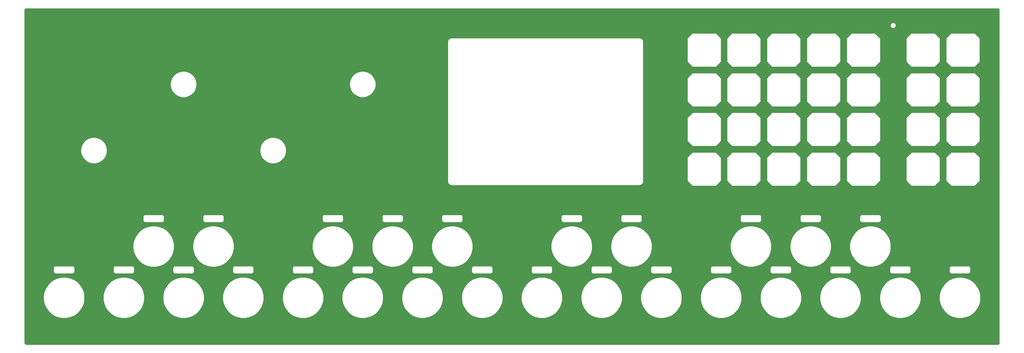
<source format=gbr>
%TF.GenerationSoftware,KiCad,Pcbnew,5.1.9*%
%TF.CreationDate,2021-03-31T15:24:55+02:00*%
%TF.ProjectId,OTTO-Beta-Front,4f54544f-2d42-4657-9461-2d46726f6e74,rev?*%
%TF.SameCoordinates,Original*%
%TF.FileFunction,Copper,L1,Top*%
%TF.FilePolarity,Positive*%
%FSLAX46Y46*%
G04 Gerber Fmt 4.6, Leading zero omitted, Abs format (unit mm)*
G04 Created by KiCad (PCBNEW 5.1.9) date 2021-03-31 15:24:55*
%MOMM*%
%LPD*%
G01*
G04 APERTURE LIST*
%TA.AperFunction,NonConductor*%
%ADD10C,0.250000*%
%TD*%
%TA.AperFunction,NonConductor*%
%ADD11C,0.150000*%
%TD*%
G04 APERTURE END LIST*
D10*
X307737562Y-8758782D02*
X307802552Y-8778404D01*
X307862492Y-8810274D01*
X307915102Y-8853181D01*
X307958375Y-8905491D01*
X307990662Y-8965204D01*
X308010737Y-9030056D01*
X308020001Y-9118193D01*
X308020000Y-109777994D01*
X308011218Y-109867561D01*
X307991596Y-109932552D01*
X307959725Y-109992493D01*
X307916819Y-110045101D01*
X307864511Y-110088374D01*
X307804796Y-110120662D01*
X307739944Y-110140737D01*
X307651816Y-110150000D01*
X14752006Y-110150000D01*
X14662439Y-110141218D01*
X14597448Y-110121596D01*
X14537507Y-110089725D01*
X14484899Y-110046819D01*
X14441626Y-109994511D01*
X14409338Y-109934796D01*
X14389263Y-109869944D01*
X14380000Y-109781816D01*
X14380000Y-95486891D01*
X19975000Y-95486891D01*
X19975000Y-96713109D01*
X20214223Y-97915765D01*
X20683477Y-99048643D01*
X21364727Y-100068206D01*
X22231794Y-100935273D01*
X23251357Y-101616523D01*
X24384235Y-102085777D01*
X25586891Y-102325000D01*
X26813109Y-102325000D01*
X28015765Y-102085777D01*
X29148643Y-101616523D01*
X30168206Y-100935273D01*
X31035273Y-100068206D01*
X31716523Y-99048643D01*
X32185777Y-97915765D01*
X32425000Y-96713109D01*
X32425000Y-95486891D01*
X37975000Y-95486891D01*
X37975000Y-96713109D01*
X38214223Y-97915765D01*
X38683477Y-99048643D01*
X39364727Y-100068206D01*
X40231794Y-100935273D01*
X41251357Y-101616523D01*
X42384235Y-102085777D01*
X43586891Y-102325000D01*
X44813109Y-102325000D01*
X46015765Y-102085777D01*
X47148643Y-101616523D01*
X48168206Y-100935273D01*
X49035273Y-100068206D01*
X49716523Y-99048643D01*
X50185777Y-97915765D01*
X50425000Y-96713109D01*
X50425000Y-95486891D01*
X55975000Y-95486891D01*
X55975000Y-96713109D01*
X56214223Y-97915765D01*
X56683477Y-99048643D01*
X57364727Y-100068206D01*
X58231794Y-100935273D01*
X59251357Y-101616523D01*
X60384235Y-102085777D01*
X61586891Y-102325000D01*
X62813109Y-102325000D01*
X64015765Y-102085777D01*
X65148643Y-101616523D01*
X66168206Y-100935273D01*
X67035273Y-100068206D01*
X67716523Y-99048643D01*
X68185777Y-97915765D01*
X68425000Y-96713109D01*
X68425000Y-95486891D01*
X73975000Y-95486891D01*
X73975000Y-96713109D01*
X74214223Y-97915765D01*
X74683477Y-99048643D01*
X75364727Y-100068206D01*
X76231794Y-100935273D01*
X77251357Y-101616523D01*
X78384235Y-102085777D01*
X79586891Y-102325000D01*
X80813109Y-102325000D01*
X82015765Y-102085777D01*
X83148643Y-101616523D01*
X84168206Y-100935273D01*
X85035273Y-100068206D01*
X85716523Y-99048643D01*
X86185777Y-97915765D01*
X86425000Y-96713109D01*
X86425000Y-95486891D01*
X91975000Y-95486891D01*
X91975000Y-96713109D01*
X92214223Y-97915765D01*
X92683477Y-99048643D01*
X93364727Y-100068206D01*
X94231794Y-100935273D01*
X95251357Y-101616523D01*
X96384235Y-102085777D01*
X97586891Y-102325000D01*
X98813109Y-102325000D01*
X100015765Y-102085777D01*
X101148643Y-101616523D01*
X102168206Y-100935273D01*
X103035273Y-100068206D01*
X103716523Y-99048643D01*
X104185777Y-97915765D01*
X104425000Y-96713109D01*
X104425000Y-95486891D01*
X109975000Y-95486891D01*
X109975000Y-96713109D01*
X110214223Y-97915765D01*
X110683477Y-99048643D01*
X111364727Y-100068206D01*
X112231794Y-100935273D01*
X113251357Y-101616523D01*
X114384235Y-102085777D01*
X115586891Y-102325000D01*
X116813109Y-102325000D01*
X118015765Y-102085777D01*
X119148643Y-101616523D01*
X120168206Y-100935273D01*
X121035273Y-100068206D01*
X121716523Y-99048643D01*
X122185777Y-97915765D01*
X122425000Y-96713109D01*
X122425000Y-95486891D01*
X127975000Y-95486891D01*
X127975000Y-96713109D01*
X128214223Y-97915765D01*
X128683477Y-99048643D01*
X129364727Y-100068206D01*
X130231794Y-100935273D01*
X131251357Y-101616523D01*
X132384235Y-102085777D01*
X133586891Y-102325000D01*
X134813109Y-102325000D01*
X136015765Y-102085777D01*
X137148643Y-101616523D01*
X138168206Y-100935273D01*
X139035273Y-100068206D01*
X139716523Y-99048643D01*
X140185777Y-97915765D01*
X140425000Y-96713109D01*
X140425000Y-95486891D01*
X145975000Y-95486891D01*
X145975000Y-96713109D01*
X146214223Y-97915765D01*
X146683477Y-99048643D01*
X147364727Y-100068206D01*
X148231794Y-100935273D01*
X149251357Y-101616523D01*
X150384235Y-102085777D01*
X151586891Y-102325000D01*
X152813109Y-102325000D01*
X154015765Y-102085777D01*
X155148643Y-101616523D01*
X156168206Y-100935273D01*
X157035273Y-100068206D01*
X157716523Y-99048643D01*
X158185777Y-97915765D01*
X158425000Y-96713109D01*
X158425000Y-95486891D01*
X163975000Y-95486891D01*
X163975000Y-96713109D01*
X164214223Y-97915765D01*
X164683477Y-99048643D01*
X165364727Y-100068206D01*
X166231794Y-100935273D01*
X167251357Y-101616523D01*
X168384235Y-102085777D01*
X169586891Y-102325000D01*
X170813109Y-102325000D01*
X172015765Y-102085777D01*
X173148643Y-101616523D01*
X174168206Y-100935273D01*
X175035273Y-100068206D01*
X175716523Y-99048643D01*
X176185777Y-97915765D01*
X176425000Y-96713109D01*
X176425000Y-95486891D01*
X181975000Y-95486891D01*
X181975000Y-96713109D01*
X182214223Y-97915765D01*
X182683477Y-99048643D01*
X183364727Y-100068206D01*
X184231794Y-100935273D01*
X185251357Y-101616523D01*
X186384235Y-102085777D01*
X187586891Y-102325000D01*
X188813109Y-102325000D01*
X190015765Y-102085777D01*
X191148643Y-101616523D01*
X192168206Y-100935273D01*
X193035273Y-100068206D01*
X193716523Y-99048643D01*
X194185777Y-97915765D01*
X194425000Y-96713109D01*
X194425000Y-95486891D01*
X199975000Y-95486891D01*
X199975000Y-96713109D01*
X200214223Y-97915765D01*
X200683477Y-99048643D01*
X201364727Y-100068206D01*
X202231794Y-100935273D01*
X203251357Y-101616523D01*
X204384235Y-102085777D01*
X205586891Y-102325000D01*
X206813109Y-102325000D01*
X208015765Y-102085777D01*
X209148643Y-101616523D01*
X210168206Y-100935273D01*
X211035273Y-100068206D01*
X211716523Y-99048643D01*
X212185777Y-97915765D01*
X212425000Y-96713109D01*
X212425000Y-95486891D01*
X217975000Y-95486891D01*
X217975000Y-96713109D01*
X218214223Y-97915765D01*
X218683477Y-99048643D01*
X219364727Y-100068206D01*
X220231794Y-100935273D01*
X221251357Y-101616523D01*
X222384235Y-102085777D01*
X223586891Y-102325000D01*
X224813109Y-102325000D01*
X226015765Y-102085777D01*
X227148643Y-101616523D01*
X228168206Y-100935273D01*
X229035273Y-100068206D01*
X229716523Y-99048643D01*
X230185777Y-97915765D01*
X230425000Y-96713109D01*
X230425000Y-95486891D01*
X235975000Y-95486891D01*
X235975000Y-96713109D01*
X236214223Y-97915765D01*
X236683477Y-99048643D01*
X237364727Y-100068206D01*
X238231794Y-100935273D01*
X239251357Y-101616523D01*
X240384235Y-102085777D01*
X241586891Y-102325000D01*
X242813109Y-102325000D01*
X244015765Y-102085777D01*
X245148643Y-101616523D01*
X246168206Y-100935273D01*
X247035273Y-100068206D01*
X247716523Y-99048643D01*
X248185777Y-97915765D01*
X248425000Y-96713109D01*
X248425000Y-95486891D01*
X253975000Y-95486891D01*
X253975000Y-96713109D01*
X254214223Y-97915765D01*
X254683477Y-99048643D01*
X255364727Y-100068206D01*
X256231794Y-100935273D01*
X257251357Y-101616523D01*
X258384235Y-102085777D01*
X259586891Y-102325000D01*
X260813109Y-102325000D01*
X262015765Y-102085777D01*
X263148643Y-101616523D01*
X264168206Y-100935273D01*
X265035273Y-100068206D01*
X265716523Y-99048643D01*
X266185777Y-97915765D01*
X266425000Y-96713109D01*
X266425000Y-95486891D01*
X271975000Y-95486891D01*
X271975000Y-96713109D01*
X272214223Y-97915765D01*
X272683477Y-99048643D01*
X273364727Y-100068206D01*
X274231794Y-100935273D01*
X275251357Y-101616523D01*
X276384235Y-102085777D01*
X277586891Y-102325000D01*
X278813109Y-102325000D01*
X280015765Y-102085777D01*
X281148643Y-101616523D01*
X282168206Y-100935273D01*
X283035273Y-100068206D01*
X283716523Y-99048643D01*
X284185777Y-97915765D01*
X284425000Y-96713109D01*
X284425000Y-95486891D01*
X289975000Y-95486891D01*
X289975000Y-96713109D01*
X290214223Y-97915765D01*
X290683477Y-99048643D01*
X291364727Y-100068206D01*
X292231794Y-100935273D01*
X293251357Y-101616523D01*
X294384235Y-102085777D01*
X295586891Y-102325000D01*
X296813109Y-102325000D01*
X298015765Y-102085777D01*
X299148643Y-101616523D01*
X300168206Y-100935273D01*
X301035273Y-100068206D01*
X301716523Y-99048643D01*
X302185777Y-97915765D01*
X302425000Y-96713109D01*
X302425000Y-95486891D01*
X302185777Y-94284235D01*
X301716523Y-93151357D01*
X301035273Y-92131794D01*
X300168206Y-91264727D01*
X299148643Y-90583477D01*
X298015765Y-90114223D01*
X296813109Y-89875000D01*
X295586891Y-89875000D01*
X294384235Y-90114223D01*
X293251357Y-90583477D01*
X292231794Y-91264727D01*
X291364727Y-92131794D01*
X290683477Y-93151357D01*
X290214223Y-94284235D01*
X289975000Y-95486891D01*
X284425000Y-95486891D01*
X284185777Y-94284235D01*
X283716523Y-93151357D01*
X283035273Y-92131794D01*
X282168206Y-91264727D01*
X281148643Y-90583477D01*
X280015765Y-90114223D01*
X278813109Y-89875000D01*
X277586891Y-89875000D01*
X276384235Y-90114223D01*
X275251357Y-90583477D01*
X274231794Y-91264727D01*
X273364727Y-92131794D01*
X272683477Y-93151357D01*
X272214223Y-94284235D01*
X271975000Y-95486891D01*
X266425000Y-95486891D01*
X266185777Y-94284235D01*
X265716523Y-93151357D01*
X265035273Y-92131794D01*
X264168206Y-91264727D01*
X263148643Y-90583477D01*
X262015765Y-90114223D01*
X260813109Y-89875000D01*
X259586891Y-89875000D01*
X258384235Y-90114223D01*
X257251357Y-90583477D01*
X256231794Y-91264727D01*
X255364727Y-92131794D01*
X254683477Y-93151357D01*
X254214223Y-94284235D01*
X253975000Y-95486891D01*
X248425000Y-95486891D01*
X248185777Y-94284235D01*
X247716523Y-93151357D01*
X247035273Y-92131794D01*
X246168206Y-91264727D01*
X245148643Y-90583477D01*
X244015765Y-90114223D01*
X242813109Y-89875000D01*
X241586891Y-89875000D01*
X240384235Y-90114223D01*
X239251357Y-90583477D01*
X238231794Y-91264727D01*
X237364727Y-92131794D01*
X236683477Y-93151357D01*
X236214223Y-94284235D01*
X235975000Y-95486891D01*
X230425000Y-95486891D01*
X230185777Y-94284235D01*
X229716523Y-93151357D01*
X229035273Y-92131794D01*
X228168206Y-91264727D01*
X227148643Y-90583477D01*
X226015765Y-90114223D01*
X224813109Y-89875000D01*
X223586891Y-89875000D01*
X222384235Y-90114223D01*
X221251357Y-90583477D01*
X220231794Y-91264727D01*
X219364727Y-92131794D01*
X218683477Y-93151357D01*
X218214223Y-94284235D01*
X217975000Y-95486891D01*
X212425000Y-95486891D01*
X212185777Y-94284235D01*
X211716523Y-93151357D01*
X211035273Y-92131794D01*
X210168206Y-91264727D01*
X209148643Y-90583477D01*
X208015765Y-90114223D01*
X206813109Y-89875000D01*
X205586891Y-89875000D01*
X204384235Y-90114223D01*
X203251357Y-90583477D01*
X202231794Y-91264727D01*
X201364727Y-92131794D01*
X200683477Y-93151357D01*
X200214223Y-94284235D01*
X199975000Y-95486891D01*
X194425000Y-95486891D01*
X194185777Y-94284235D01*
X193716523Y-93151357D01*
X193035273Y-92131794D01*
X192168206Y-91264727D01*
X191148643Y-90583477D01*
X190015765Y-90114223D01*
X188813109Y-89875000D01*
X187586891Y-89875000D01*
X186384235Y-90114223D01*
X185251357Y-90583477D01*
X184231794Y-91264727D01*
X183364727Y-92131794D01*
X182683477Y-93151357D01*
X182214223Y-94284235D01*
X181975000Y-95486891D01*
X176425000Y-95486891D01*
X176185777Y-94284235D01*
X175716523Y-93151357D01*
X175035273Y-92131794D01*
X174168206Y-91264727D01*
X173148643Y-90583477D01*
X172015765Y-90114223D01*
X170813109Y-89875000D01*
X169586891Y-89875000D01*
X168384235Y-90114223D01*
X167251357Y-90583477D01*
X166231794Y-91264727D01*
X165364727Y-92131794D01*
X164683477Y-93151357D01*
X164214223Y-94284235D01*
X163975000Y-95486891D01*
X158425000Y-95486891D01*
X158185777Y-94284235D01*
X157716523Y-93151357D01*
X157035273Y-92131794D01*
X156168206Y-91264727D01*
X155148643Y-90583477D01*
X154015765Y-90114223D01*
X152813109Y-89875000D01*
X151586891Y-89875000D01*
X150384235Y-90114223D01*
X149251357Y-90583477D01*
X148231794Y-91264727D01*
X147364727Y-92131794D01*
X146683477Y-93151357D01*
X146214223Y-94284235D01*
X145975000Y-95486891D01*
X140425000Y-95486891D01*
X140185777Y-94284235D01*
X139716523Y-93151357D01*
X139035273Y-92131794D01*
X138168206Y-91264727D01*
X137148643Y-90583477D01*
X136015765Y-90114223D01*
X134813109Y-89875000D01*
X133586891Y-89875000D01*
X132384235Y-90114223D01*
X131251357Y-90583477D01*
X130231794Y-91264727D01*
X129364727Y-92131794D01*
X128683477Y-93151357D01*
X128214223Y-94284235D01*
X127975000Y-95486891D01*
X122425000Y-95486891D01*
X122185777Y-94284235D01*
X121716523Y-93151357D01*
X121035273Y-92131794D01*
X120168206Y-91264727D01*
X119148643Y-90583477D01*
X118015765Y-90114223D01*
X116813109Y-89875000D01*
X115586891Y-89875000D01*
X114384235Y-90114223D01*
X113251357Y-90583477D01*
X112231794Y-91264727D01*
X111364727Y-92131794D01*
X110683477Y-93151357D01*
X110214223Y-94284235D01*
X109975000Y-95486891D01*
X104425000Y-95486891D01*
X104185777Y-94284235D01*
X103716523Y-93151357D01*
X103035273Y-92131794D01*
X102168206Y-91264727D01*
X101148643Y-90583477D01*
X100015765Y-90114223D01*
X98813109Y-89875000D01*
X97586891Y-89875000D01*
X96384235Y-90114223D01*
X95251357Y-90583477D01*
X94231794Y-91264727D01*
X93364727Y-92131794D01*
X92683477Y-93151357D01*
X92214223Y-94284235D01*
X91975000Y-95486891D01*
X86425000Y-95486891D01*
X86185777Y-94284235D01*
X85716523Y-93151357D01*
X85035273Y-92131794D01*
X84168206Y-91264727D01*
X83148643Y-90583477D01*
X82015765Y-90114223D01*
X80813109Y-89875000D01*
X79586891Y-89875000D01*
X78384235Y-90114223D01*
X77251357Y-90583477D01*
X76231794Y-91264727D01*
X75364727Y-92131794D01*
X74683477Y-93151357D01*
X74214223Y-94284235D01*
X73975000Y-95486891D01*
X68425000Y-95486891D01*
X68185777Y-94284235D01*
X67716523Y-93151357D01*
X67035273Y-92131794D01*
X66168206Y-91264727D01*
X65148643Y-90583477D01*
X64015765Y-90114223D01*
X62813109Y-89875000D01*
X61586891Y-89875000D01*
X60384235Y-90114223D01*
X59251357Y-90583477D01*
X58231794Y-91264727D01*
X57364727Y-92131794D01*
X56683477Y-93151357D01*
X56214223Y-94284235D01*
X55975000Y-95486891D01*
X50425000Y-95486891D01*
X50185777Y-94284235D01*
X49716523Y-93151357D01*
X49035273Y-92131794D01*
X48168206Y-91264727D01*
X47148643Y-90583477D01*
X46015765Y-90114223D01*
X44813109Y-89875000D01*
X43586891Y-89875000D01*
X42384235Y-90114223D01*
X41251357Y-90583477D01*
X40231794Y-91264727D01*
X39364727Y-92131794D01*
X38683477Y-93151357D01*
X38214223Y-94284235D01*
X37975000Y-95486891D01*
X32425000Y-95486891D01*
X32185777Y-94284235D01*
X31716523Y-93151357D01*
X31035273Y-92131794D01*
X30168206Y-91264727D01*
X29148643Y-90583477D01*
X28015765Y-90114223D01*
X26813109Y-89875000D01*
X25586891Y-89875000D01*
X24384235Y-90114223D01*
X23251357Y-90583477D01*
X22231794Y-91264727D01*
X21364727Y-92131794D01*
X20683477Y-93151357D01*
X20214223Y-94284235D01*
X19975000Y-95486891D01*
X14380000Y-95486891D01*
X14380000Y-87060000D01*
X23011800Y-87060000D01*
X23011800Y-88140000D01*
X23011989Y-88146880D01*
X23017069Y-88239040D01*
X23019655Y-88258351D01*
X23034895Y-88329471D01*
X23038535Y-88342808D01*
X23056315Y-88396148D01*
X23064285Y-88414838D01*
X23088461Y-88460773D01*
X23110193Y-88506651D01*
X23124082Y-88529354D01*
X23149482Y-88562374D01*
X23150270Y-88563388D01*
X23178210Y-88598948D01*
X23188112Y-88610108D01*
X23246532Y-88668528D01*
X23259920Y-88680140D01*
X23310720Y-88718240D01*
X23322342Y-88725982D01*
X23365522Y-88751382D01*
X23374154Y-88756014D01*
X23473214Y-88804274D01*
X23503021Y-88814387D01*
X23652721Y-88844867D01*
X23677660Y-88847380D01*
X28737660Y-88847380D01*
X28768528Y-88843509D01*
X28908068Y-88807949D01*
X28929388Y-88800405D01*
X29023368Y-88757225D01*
X29036907Y-88749965D01*
X29122547Y-88697025D01*
X29140890Y-88683205D01*
X29227970Y-88604065D01*
X29237781Y-88594091D01*
X29252078Y-88574190D01*
X29307958Y-88477670D01*
X29315588Y-88462087D01*
X29348608Y-88380807D01*
X29352110Y-88371044D01*
X29377510Y-88289764D01*
X29383118Y-88257003D01*
X29388008Y-88121963D01*
X29388090Y-88117768D01*
X29390820Y-87077408D01*
X29390213Y-87064773D01*
X29389262Y-87060000D01*
X41011800Y-87060000D01*
X41011800Y-88140000D01*
X41011989Y-88146880D01*
X41017069Y-88239040D01*
X41019655Y-88258351D01*
X41034895Y-88329471D01*
X41038535Y-88342808D01*
X41056315Y-88396148D01*
X41064285Y-88414838D01*
X41088461Y-88460773D01*
X41110193Y-88506651D01*
X41124082Y-88529354D01*
X41149482Y-88562374D01*
X41150270Y-88563388D01*
X41178210Y-88598948D01*
X41188112Y-88610108D01*
X41246532Y-88668528D01*
X41259920Y-88680140D01*
X41310720Y-88718240D01*
X41322342Y-88725982D01*
X41365522Y-88751382D01*
X41374154Y-88756014D01*
X41473214Y-88804274D01*
X41503021Y-88814387D01*
X41652721Y-88844867D01*
X41677660Y-88847380D01*
X46737660Y-88847380D01*
X46768528Y-88843509D01*
X46908068Y-88807949D01*
X46929388Y-88800405D01*
X47023368Y-88757225D01*
X47036907Y-88749965D01*
X47122547Y-88697025D01*
X47140890Y-88683205D01*
X47227970Y-88604065D01*
X47237781Y-88594091D01*
X47252078Y-88574190D01*
X47307958Y-88477670D01*
X47315588Y-88462087D01*
X47348608Y-88380807D01*
X47352110Y-88371044D01*
X47377510Y-88289764D01*
X47383118Y-88257003D01*
X47388008Y-88121963D01*
X47388090Y-88117768D01*
X47390820Y-87077408D01*
X47390213Y-87064773D01*
X47389262Y-87060000D01*
X59011800Y-87060000D01*
X59011800Y-88140000D01*
X59011989Y-88146880D01*
X59017069Y-88239040D01*
X59019655Y-88258351D01*
X59034895Y-88329471D01*
X59038535Y-88342808D01*
X59056315Y-88396148D01*
X59064285Y-88414838D01*
X59088461Y-88460773D01*
X59110193Y-88506651D01*
X59124082Y-88529354D01*
X59149482Y-88562374D01*
X59150270Y-88563388D01*
X59178210Y-88598948D01*
X59188112Y-88610108D01*
X59246532Y-88668528D01*
X59259920Y-88680140D01*
X59310720Y-88718240D01*
X59322342Y-88725982D01*
X59365522Y-88751382D01*
X59374154Y-88756014D01*
X59473214Y-88804274D01*
X59503021Y-88814387D01*
X59652721Y-88844867D01*
X59677660Y-88847380D01*
X64737660Y-88847380D01*
X64768528Y-88843509D01*
X64908068Y-88807949D01*
X64929388Y-88800405D01*
X65023368Y-88757225D01*
X65036907Y-88749965D01*
X65122547Y-88697025D01*
X65140890Y-88683205D01*
X65227970Y-88604065D01*
X65237781Y-88594091D01*
X65252078Y-88574190D01*
X65307958Y-88477670D01*
X65315588Y-88462087D01*
X65348608Y-88380807D01*
X65352110Y-88371044D01*
X65377510Y-88289764D01*
X65383118Y-88257003D01*
X65388008Y-88121963D01*
X65388090Y-88117768D01*
X65390820Y-87077408D01*
X65390213Y-87064773D01*
X65389262Y-87060000D01*
X77011800Y-87060000D01*
X77011800Y-88140000D01*
X77011989Y-88146880D01*
X77017069Y-88239040D01*
X77019655Y-88258351D01*
X77034895Y-88329471D01*
X77038535Y-88342808D01*
X77056315Y-88396148D01*
X77064285Y-88414838D01*
X77088461Y-88460773D01*
X77110193Y-88506651D01*
X77124082Y-88529354D01*
X77149482Y-88562374D01*
X77150270Y-88563388D01*
X77178210Y-88598948D01*
X77188112Y-88610108D01*
X77246532Y-88668528D01*
X77259920Y-88680140D01*
X77310720Y-88718240D01*
X77322342Y-88725982D01*
X77365522Y-88751382D01*
X77374154Y-88756014D01*
X77473214Y-88804274D01*
X77503021Y-88814387D01*
X77652721Y-88844867D01*
X77677660Y-88847380D01*
X82737660Y-88847380D01*
X82768528Y-88843509D01*
X82908068Y-88807949D01*
X82929388Y-88800405D01*
X83023368Y-88757225D01*
X83036907Y-88749965D01*
X83122547Y-88697025D01*
X83140890Y-88683205D01*
X83227970Y-88604065D01*
X83237781Y-88594091D01*
X83252078Y-88574190D01*
X83307958Y-88477670D01*
X83315588Y-88462087D01*
X83348608Y-88380807D01*
X83352110Y-88371044D01*
X83377510Y-88289764D01*
X83383118Y-88257003D01*
X83388008Y-88121963D01*
X83388090Y-88117768D01*
X83390820Y-87077408D01*
X83390213Y-87064773D01*
X83389262Y-87060000D01*
X95011800Y-87060000D01*
X95011800Y-88140000D01*
X95011989Y-88146880D01*
X95017069Y-88239040D01*
X95019655Y-88258351D01*
X95034895Y-88329471D01*
X95038535Y-88342808D01*
X95056315Y-88396148D01*
X95064285Y-88414838D01*
X95088461Y-88460773D01*
X95110193Y-88506651D01*
X95124082Y-88529354D01*
X95149482Y-88562374D01*
X95150270Y-88563388D01*
X95178210Y-88598948D01*
X95188112Y-88610108D01*
X95246532Y-88668528D01*
X95259920Y-88680140D01*
X95310720Y-88718240D01*
X95322342Y-88725982D01*
X95365522Y-88751382D01*
X95374154Y-88756014D01*
X95473214Y-88804274D01*
X95503021Y-88814387D01*
X95652721Y-88844867D01*
X95677660Y-88847380D01*
X100737660Y-88847380D01*
X100768528Y-88843509D01*
X100908068Y-88807949D01*
X100929388Y-88800405D01*
X101023368Y-88757225D01*
X101036907Y-88749965D01*
X101122547Y-88697025D01*
X101140890Y-88683205D01*
X101227970Y-88604065D01*
X101237781Y-88594091D01*
X101252078Y-88574190D01*
X101307958Y-88477670D01*
X101315588Y-88462087D01*
X101348608Y-88380807D01*
X101352110Y-88371044D01*
X101377510Y-88289764D01*
X101383118Y-88257003D01*
X101388008Y-88121963D01*
X101388090Y-88117768D01*
X101390820Y-87077408D01*
X101390213Y-87064773D01*
X101389262Y-87060000D01*
X113011800Y-87060000D01*
X113011800Y-88140000D01*
X113011989Y-88146880D01*
X113017069Y-88239040D01*
X113019655Y-88258351D01*
X113034895Y-88329471D01*
X113038535Y-88342808D01*
X113056315Y-88396148D01*
X113064285Y-88414838D01*
X113088461Y-88460773D01*
X113110193Y-88506651D01*
X113124082Y-88529354D01*
X113149482Y-88562374D01*
X113150270Y-88563388D01*
X113178210Y-88598948D01*
X113188112Y-88610108D01*
X113246532Y-88668528D01*
X113259920Y-88680140D01*
X113310720Y-88718240D01*
X113322342Y-88725982D01*
X113365522Y-88751382D01*
X113374154Y-88756014D01*
X113473214Y-88804274D01*
X113503021Y-88814387D01*
X113652721Y-88844867D01*
X113677660Y-88847380D01*
X118737660Y-88847380D01*
X118768528Y-88843509D01*
X118908068Y-88807949D01*
X118929388Y-88800405D01*
X119023368Y-88757225D01*
X119036907Y-88749965D01*
X119122547Y-88697025D01*
X119140890Y-88683205D01*
X119227970Y-88604065D01*
X119237781Y-88594091D01*
X119252078Y-88574190D01*
X119307958Y-88477670D01*
X119315588Y-88462087D01*
X119348608Y-88380807D01*
X119352110Y-88371044D01*
X119377510Y-88289764D01*
X119383118Y-88257003D01*
X119388008Y-88121963D01*
X119388090Y-88117768D01*
X119390820Y-87077408D01*
X119390213Y-87064773D01*
X119389262Y-87060000D01*
X131011800Y-87060000D01*
X131011800Y-88140000D01*
X131011989Y-88146880D01*
X131017069Y-88239040D01*
X131019655Y-88258351D01*
X131034895Y-88329471D01*
X131038535Y-88342808D01*
X131056315Y-88396148D01*
X131064285Y-88414838D01*
X131088461Y-88460773D01*
X131110193Y-88506651D01*
X131124082Y-88529354D01*
X131149482Y-88562374D01*
X131150270Y-88563388D01*
X131178210Y-88598948D01*
X131188112Y-88610108D01*
X131246532Y-88668528D01*
X131259920Y-88680140D01*
X131310720Y-88718240D01*
X131322342Y-88725982D01*
X131365522Y-88751382D01*
X131374154Y-88756014D01*
X131473214Y-88804274D01*
X131503021Y-88814387D01*
X131652721Y-88844867D01*
X131677660Y-88847380D01*
X136737660Y-88847380D01*
X136768528Y-88843509D01*
X136908068Y-88807949D01*
X136929388Y-88800405D01*
X137023368Y-88757225D01*
X137036907Y-88749965D01*
X137122547Y-88697025D01*
X137140890Y-88683205D01*
X137227970Y-88604065D01*
X137237781Y-88594091D01*
X137252078Y-88574190D01*
X137307958Y-88477670D01*
X137315588Y-88462087D01*
X137348608Y-88380807D01*
X137352110Y-88371044D01*
X137377510Y-88289764D01*
X137383118Y-88257003D01*
X137388008Y-88121963D01*
X137388090Y-88117768D01*
X137390820Y-87077408D01*
X137390213Y-87064773D01*
X137389262Y-87060000D01*
X149011800Y-87060000D01*
X149011800Y-88140000D01*
X149011989Y-88146880D01*
X149017069Y-88239040D01*
X149019655Y-88258351D01*
X149034895Y-88329471D01*
X149038535Y-88342808D01*
X149056315Y-88396148D01*
X149064285Y-88414838D01*
X149088461Y-88460773D01*
X149110193Y-88506651D01*
X149124082Y-88529354D01*
X149149482Y-88562374D01*
X149150270Y-88563388D01*
X149178210Y-88598948D01*
X149188112Y-88610108D01*
X149246532Y-88668528D01*
X149259920Y-88680140D01*
X149310720Y-88718240D01*
X149322342Y-88725982D01*
X149365522Y-88751382D01*
X149374154Y-88756014D01*
X149473214Y-88804274D01*
X149503021Y-88814387D01*
X149652721Y-88844867D01*
X149677660Y-88847380D01*
X154737660Y-88847380D01*
X154768528Y-88843509D01*
X154908068Y-88807949D01*
X154929388Y-88800405D01*
X155023368Y-88757225D01*
X155036907Y-88749965D01*
X155122547Y-88697025D01*
X155140890Y-88683205D01*
X155227970Y-88604065D01*
X155237781Y-88594091D01*
X155252078Y-88574190D01*
X155307958Y-88477670D01*
X155315588Y-88462087D01*
X155348608Y-88380807D01*
X155352110Y-88371044D01*
X155377510Y-88289764D01*
X155383118Y-88257003D01*
X155388008Y-88121963D01*
X155388090Y-88117768D01*
X155390820Y-87077408D01*
X155390213Y-87064773D01*
X155389262Y-87060000D01*
X167011800Y-87060000D01*
X167011800Y-88140000D01*
X167011989Y-88146880D01*
X167017069Y-88239040D01*
X167019655Y-88258351D01*
X167034895Y-88329471D01*
X167038535Y-88342808D01*
X167056315Y-88396148D01*
X167064285Y-88414838D01*
X167088461Y-88460773D01*
X167110193Y-88506651D01*
X167124082Y-88529354D01*
X167149482Y-88562374D01*
X167150270Y-88563388D01*
X167178210Y-88598948D01*
X167188112Y-88610108D01*
X167246532Y-88668528D01*
X167259920Y-88680140D01*
X167310720Y-88718240D01*
X167322342Y-88725982D01*
X167365522Y-88751382D01*
X167374154Y-88756014D01*
X167473214Y-88804274D01*
X167503021Y-88814387D01*
X167652721Y-88844867D01*
X167677660Y-88847380D01*
X172737660Y-88847380D01*
X172768528Y-88843509D01*
X172908068Y-88807949D01*
X172929388Y-88800405D01*
X173023368Y-88757225D01*
X173036907Y-88749965D01*
X173122547Y-88697025D01*
X173140890Y-88683205D01*
X173227970Y-88604065D01*
X173237781Y-88594091D01*
X173252078Y-88574190D01*
X173307958Y-88477670D01*
X173315588Y-88462087D01*
X173348608Y-88380807D01*
X173352110Y-88371044D01*
X173377510Y-88289764D01*
X173383118Y-88257003D01*
X173388008Y-88121963D01*
X173388090Y-88117768D01*
X173390820Y-87077408D01*
X173390213Y-87064773D01*
X173389262Y-87060000D01*
X185011800Y-87060000D01*
X185011800Y-88140000D01*
X185011989Y-88146880D01*
X185017069Y-88239040D01*
X185019655Y-88258351D01*
X185034895Y-88329471D01*
X185038535Y-88342808D01*
X185056315Y-88396148D01*
X185064285Y-88414838D01*
X185088461Y-88460773D01*
X185110193Y-88506651D01*
X185124082Y-88529354D01*
X185149482Y-88562374D01*
X185150270Y-88563388D01*
X185178210Y-88598948D01*
X185188112Y-88610108D01*
X185246532Y-88668528D01*
X185259920Y-88680140D01*
X185310720Y-88718240D01*
X185322342Y-88725982D01*
X185365522Y-88751382D01*
X185374154Y-88756014D01*
X185473214Y-88804274D01*
X185503021Y-88814387D01*
X185652721Y-88844867D01*
X185677660Y-88847380D01*
X190737660Y-88847380D01*
X190768528Y-88843509D01*
X190908068Y-88807949D01*
X190929388Y-88800405D01*
X191023368Y-88757225D01*
X191036907Y-88749965D01*
X191122547Y-88697025D01*
X191140890Y-88683205D01*
X191227970Y-88604065D01*
X191237781Y-88594091D01*
X191252078Y-88574190D01*
X191307958Y-88477670D01*
X191315588Y-88462087D01*
X191348608Y-88380807D01*
X191352110Y-88371044D01*
X191377510Y-88289764D01*
X191383118Y-88257003D01*
X191388008Y-88121963D01*
X191388090Y-88117768D01*
X191390820Y-87077408D01*
X191390213Y-87064773D01*
X191389262Y-87060000D01*
X203011800Y-87060000D01*
X203011800Y-88140000D01*
X203011989Y-88146880D01*
X203017069Y-88239040D01*
X203019655Y-88258351D01*
X203034895Y-88329471D01*
X203038535Y-88342808D01*
X203056315Y-88396148D01*
X203064285Y-88414838D01*
X203088461Y-88460773D01*
X203110193Y-88506651D01*
X203124082Y-88529354D01*
X203149482Y-88562374D01*
X203150270Y-88563388D01*
X203178210Y-88598948D01*
X203188112Y-88610108D01*
X203246532Y-88668528D01*
X203259920Y-88680140D01*
X203310720Y-88718240D01*
X203322342Y-88725982D01*
X203365522Y-88751382D01*
X203374154Y-88756014D01*
X203473214Y-88804274D01*
X203503021Y-88814387D01*
X203652721Y-88844867D01*
X203677660Y-88847380D01*
X208737660Y-88847380D01*
X208768528Y-88843509D01*
X208908068Y-88807949D01*
X208929388Y-88800405D01*
X209023368Y-88757225D01*
X209036907Y-88749965D01*
X209122547Y-88697025D01*
X209140890Y-88683205D01*
X209227970Y-88604065D01*
X209237781Y-88594091D01*
X209252078Y-88574190D01*
X209307958Y-88477670D01*
X209315588Y-88462087D01*
X209348608Y-88380807D01*
X209352110Y-88371044D01*
X209377510Y-88289764D01*
X209383118Y-88257003D01*
X209388008Y-88121963D01*
X209388090Y-88117768D01*
X209390820Y-87077408D01*
X209390213Y-87064773D01*
X209389262Y-87060000D01*
X221011800Y-87060000D01*
X221011800Y-88140000D01*
X221011989Y-88146880D01*
X221017069Y-88239040D01*
X221019655Y-88258351D01*
X221034895Y-88329471D01*
X221038535Y-88342808D01*
X221056315Y-88396148D01*
X221064285Y-88414838D01*
X221088461Y-88460773D01*
X221110193Y-88506651D01*
X221124082Y-88529354D01*
X221149482Y-88562374D01*
X221150270Y-88563388D01*
X221178210Y-88598948D01*
X221188112Y-88610108D01*
X221246532Y-88668528D01*
X221259920Y-88680140D01*
X221310720Y-88718240D01*
X221322342Y-88725982D01*
X221365522Y-88751382D01*
X221374154Y-88756014D01*
X221473214Y-88804274D01*
X221503021Y-88814387D01*
X221652721Y-88844867D01*
X221677660Y-88847380D01*
X226737660Y-88847380D01*
X226768528Y-88843509D01*
X226908068Y-88807949D01*
X226929388Y-88800405D01*
X227023368Y-88757225D01*
X227036907Y-88749965D01*
X227122547Y-88697025D01*
X227140890Y-88683205D01*
X227227970Y-88604065D01*
X227237781Y-88594091D01*
X227252078Y-88574190D01*
X227307958Y-88477670D01*
X227315588Y-88462087D01*
X227348608Y-88380807D01*
X227352110Y-88371044D01*
X227377510Y-88289764D01*
X227383118Y-88257003D01*
X227388008Y-88121963D01*
X227388090Y-88117768D01*
X227390820Y-87077408D01*
X227390213Y-87064773D01*
X227389262Y-87060000D01*
X239011800Y-87060000D01*
X239011800Y-88140000D01*
X239011989Y-88146880D01*
X239017069Y-88239040D01*
X239019655Y-88258351D01*
X239034895Y-88329471D01*
X239038535Y-88342808D01*
X239056315Y-88396148D01*
X239064285Y-88414838D01*
X239088461Y-88460773D01*
X239110193Y-88506651D01*
X239124082Y-88529354D01*
X239149482Y-88562374D01*
X239150270Y-88563388D01*
X239178210Y-88598948D01*
X239188112Y-88610108D01*
X239246532Y-88668528D01*
X239259920Y-88680140D01*
X239310720Y-88718240D01*
X239322342Y-88725982D01*
X239365522Y-88751382D01*
X239374154Y-88756014D01*
X239473214Y-88804274D01*
X239503021Y-88814387D01*
X239652721Y-88844867D01*
X239677660Y-88847380D01*
X244737660Y-88847380D01*
X244768528Y-88843509D01*
X244908068Y-88807949D01*
X244929388Y-88800405D01*
X245023368Y-88757225D01*
X245036907Y-88749965D01*
X245122547Y-88697025D01*
X245140890Y-88683205D01*
X245227970Y-88604065D01*
X245237781Y-88594091D01*
X245252078Y-88574190D01*
X245307958Y-88477670D01*
X245315588Y-88462087D01*
X245348608Y-88380807D01*
X245352110Y-88371044D01*
X245377510Y-88289764D01*
X245383118Y-88257003D01*
X245388008Y-88121963D01*
X245388090Y-88117768D01*
X245390820Y-87077408D01*
X245390213Y-87064773D01*
X245389262Y-87060000D01*
X257011800Y-87060000D01*
X257011800Y-88140000D01*
X257011989Y-88146880D01*
X257017069Y-88239040D01*
X257019655Y-88258351D01*
X257034895Y-88329471D01*
X257038535Y-88342808D01*
X257056315Y-88396148D01*
X257064285Y-88414838D01*
X257088461Y-88460773D01*
X257110193Y-88506651D01*
X257124082Y-88529354D01*
X257149482Y-88562374D01*
X257150270Y-88563388D01*
X257178210Y-88598948D01*
X257188112Y-88610108D01*
X257246532Y-88668528D01*
X257259920Y-88680140D01*
X257310720Y-88718240D01*
X257322342Y-88725982D01*
X257365522Y-88751382D01*
X257374154Y-88756014D01*
X257473214Y-88804274D01*
X257503021Y-88814387D01*
X257652721Y-88844867D01*
X257677660Y-88847380D01*
X262737660Y-88847380D01*
X262768528Y-88843509D01*
X262908068Y-88807949D01*
X262929388Y-88800405D01*
X263023368Y-88757225D01*
X263036907Y-88749965D01*
X263122547Y-88697025D01*
X263140890Y-88683205D01*
X263227970Y-88604065D01*
X263237781Y-88594091D01*
X263252078Y-88574190D01*
X263307958Y-88477670D01*
X263315588Y-88462087D01*
X263348608Y-88380807D01*
X263352110Y-88371044D01*
X263377510Y-88289764D01*
X263383118Y-88257003D01*
X263388008Y-88121963D01*
X263388090Y-88117768D01*
X263390820Y-87077408D01*
X263390213Y-87064773D01*
X263389262Y-87060000D01*
X275011800Y-87060000D01*
X275011800Y-88140000D01*
X275011989Y-88146880D01*
X275017069Y-88239040D01*
X275019655Y-88258351D01*
X275034895Y-88329471D01*
X275038535Y-88342808D01*
X275056315Y-88396148D01*
X275064285Y-88414838D01*
X275088461Y-88460773D01*
X275110193Y-88506651D01*
X275124082Y-88529354D01*
X275149482Y-88562374D01*
X275150270Y-88563388D01*
X275178210Y-88598948D01*
X275188112Y-88610108D01*
X275246532Y-88668528D01*
X275259920Y-88680140D01*
X275310720Y-88718240D01*
X275322342Y-88725982D01*
X275365522Y-88751382D01*
X275374154Y-88756014D01*
X275473214Y-88804274D01*
X275503021Y-88814387D01*
X275652721Y-88844867D01*
X275677660Y-88847380D01*
X280737660Y-88847380D01*
X280768528Y-88843509D01*
X280908068Y-88807949D01*
X280929388Y-88800405D01*
X281023368Y-88757225D01*
X281036907Y-88749965D01*
X281122547Y-88697025D01*
X281140890Y-88683205D01*
X281227970Y-88604065D01*
X281237781Y-88594091D01*
X281252078Y-88574190D01*
X281307958Y-88477670D01*
X281315588Y-88462087D01*
X281348608Y-88380807D01*
X281352110Y-88371044D01*
X281377510Y-88289764D01*
X281383118Y-88257003D01*
X281388008Y-88121963D01*
X281388090Y-88117768D01*
X281390820Y-87077408D01*
X281390213Y-87064773D01*
X281389262Y-87060000D01*
X293011800Y-87060000D01*
X293011800Y-88140000D01*
X293011989Y-88146880D01*
X293017069Y-88239040D01*
X293019655Y-88258351D01*
X293034895Y-88329471D01*
X293038535Y-88342808D01*
X293056315Y-88396148D01*
X293064285Y-88414838D01*
X293088461Y-88460773D01*
X293110193Y-88506651D01*
X293124082Y-88529354D01*
X293149482Y-88562374D01*
X293150270Y-88563388D01*
X293178210Y-88598948D01*
X293188112Y-88610108D01*
X293246532Y-88668528D01*
X293259920Y-88680140D01*
X293310720Y-88718240D01*
X293322342Y-88725982D01*
X293365522Y-88751382D01*
X293374154Y-88756014D01*
X293473214Y-88804274D01*
X293503021Y-88814387D01*
X293652721Y-88844867D01*
X293677660Y-88847380D01*
X298737660Y-88847380D01*
X298768528Y-88843509D01*
X298908068Y-88807949D01*
X298929388Y-88800405D01*
X299023368Y-88757225D01*
X299036907Y-88749965D01*
X299122547Y-88697025D01*
X299140890Y-88683205D01*
X299227970Y-88604065D01*
X299237781Y-88594091D01*
X299252078Y-88574190D01*
X299307958Y-88477670D01*
X299315588Y-88462087D01*
X299348608Y-88380807D01*
X299352110Y-88371044D01*
X299377510Y-88289764D01*
X299383118Y-88257003D01*
X299388008Y-88121963D01*
X299388090Y-88117768D01*
X299390820Y-87077408D01*
X299390213Y-87064773D01*
X299385422Y-87040742D01*
X299339702Y-86890262D01*
X299330968Y-86868865D01*
X299298108Y-86805765D01*
X299287780Y-86789225D01*
X299236820Y-86720245D01*
X299228424Y-86710054D01*
X299172544Y-86649094D01*
X299157920Y-86635501D01*
X299077520Y-86571941D01*
X299055902Y-86558197D01*
X298955902Y-86508197D01*
X298931764Y-86499103D01*
X298822604Y-86470423D01*
X298790964Y-86466320D01*
X293676124Y-86461240D01*
X293654488Y-86463105D01*
X293518488Y-86486865D01*
X293509683Y-86488732D01*
X293469683Y-86498732D01*
X293453576Y-86503940D01*
X293403576Y-86523940D01*
X293385688Y-86532813D01*
X293335688Y-86562813D01*
X293325000Y-86570000D01*
X293285000Y-86600000D01*
X293278577Y-86605156D01*
X293212857Y-86661576D01*
X293190274Y-86687082D01*
X293169800Y-86717793D01*
X293132545Y-86759431D01*
X293124182Y-86769848D01*
X293111904Y-86791055D01*
X293073804Y-86874875D01*
X293070783Y-86882115D01*
X293019983Y-87015515D01*
X293014202Y-87035614D01*
X293011800Y-87060000D01*
X281389262Y-87060000D01*
X281385422Y-87040742D01*
X281339702Y-86890262D01*
X281330968Y-86868865D01*
X281298108Y-86805765D01*
X281287780Y-86789225D01*
X281236820Y-86720245D01*
X281228424Y-86710054D01*
X281172544Y-86649094D01*
X281157920Y-86635501D01*
X281077520Y-86571941D01*
X281055902Y-86558197D01*
X280955902Y-86508197D01*
X280931764Y-86499103D01*
X280822604Y-86470423D01*
X280790964Y-86466320D01*
X275676124Y-86461240D01*
X275654488Y-86463105D01*
X275518488Y-86486865D01*
X275509683Y-86488732D01*
X275469683Y-86498732D01*
X275453576Y-86503940D01*
X275403576Y-86523940D01*
X275385688Y-86532813D01*
X275335688Y-86562813D01*
X275325000Y-86570000D01*
X275285000Y-86600000D01*
X275278577Y-86605156D01*
X275212857Y-86661576D01*
X275190274Y-86687082D01*
X275169800Y-86717793D01*
X275132545Y-86759431D01*
X275124182Y-86769848D01*
X275111904Y-86791055D01*
X275073804Y-86874875D01*
X275070783Y-86882115D01*
X275019983Y-87015515D01*
X275014202Y-87035614D01*
X275011800Y-87060000D01*
X263389262Y-87060000D01*
X263385422Y-87040742D01*
X263339702Y-86890262D01*
X263330968Y-86868865D01*
X263298108Y-86805765D01*
X263287780Y-86789225D01*
X263236820Y-86720245D01*
X263228424Y-86710054D01*
X263172544Y-86649094D01*
X263157920Y-86635501D01*
X263077520Y-86571941D01*
X263055902Y-86558197D01*
X262955902Y-86508197D01*
X262931764Y-86499103D01*
X262822604Y-86470423D01*
X262790964Y-86466320D01*
X257676124Y-86461240D01*
X257654488Y-86463105D01*
X257518488Y-86486865D01*
X257509683Y-86488732D01*
X257469683Y-86498732D01*
X257453576Y-86503940D01*
X257403576Y-86523940D01*
X257385688Y-86532813D01*
X257335688Y-86562813D01*
X257325000Y-86570000D01*
X257285000Y-86600000D01*
X257278577Y-86605156D01*
X257212857Y-86661576D01*
X257190274Y-86687082D01*
X257169800Y-86717793D01*
X257132545Y-86759431D01*
X257124182Y-86769848D01*
X257111904Y-86791055D01*
X257073804Y-86874875D01*
X257070783Y-86882115D01*
X257019983Y-87015515D01*
X257014202Y-87035614D01*
X257011800Y-87060000D01*
X245389262Y-87060000D01*
X245385422Y-87040742D01*
X245339702Y-86890262D01*
X245330968Y-86868865D01*
X245298108Y-86805765D01*
X245287780Y-86789225D01*
X245236820Y-86720245D01*
X245228424Y-86710054D01*
X245172544Y-86649094D01*
X245157920Y-86635501D01*
X245077520Y-86571941D01*
X245055902Y-86558197D01*
X244955902Y-86508197D01*
X244931764Y-86499103D01*
X244822604Y-86470423D01*
X244790964Y-86466320D01*
X239676124Y-86461240D01*
X239654488Y-86463105D01*
X239518488Y-86486865D01*
X239509683Y-86488732D01*
X239469683Y-86498732D01*
X239453576Y-86503940D01*
X239403576Y-86523940D01*
X239385688Y-86532813D01*
X239335688Y-86562813D01*
X239325000Y-86570000D01*
X239285000Y-86600000D01*
X239278577Y-86605156D01*
X239212857Y-86661576D01*
X239190274Y-86687082D01*
X239169800Y-86717793D01*
X239132545Y-86759431D01*
X239124182Y-86769848D01*
X239111904Y-86791055D01*
X239073804Y-86874875D01*
X239070783Y-86882115D01*
X239019983Y-87015515D01*
X239014202Y-87035614D01*
X239011800Y-87060000D01*
X227389262Y-87060000D01*
X227385422Y-87040742D01*
X227339702Y-86890262D01*
X227330968Y-86868865D01*
X227298108Y-86805765D01*
X227287780Y-86789225D01*
X227236820Y-86720245D01*
X227228424Y-86710054D01*
X227172544Y-86649094D01*
X227157920Y-86635501D01*
X227077520Y-86571941D01*
X227055902Y-86558197D01*
X226955902Y-86508197D01*
X226931764Y-86499103D01*
X226822604Y-86470423D01*
X226790964Y-86466320D01*
X221676124Y-86461240D01*
X221654488Y-86463105D01*
X221518488Y-86486865D01*
X221509683Y-86488732D01*
X221469683Y-86498732D01*
X221453576Y-86503940D01*
X221403576Y-86523940D01*
X221385688Y-86532813D01*
X221335688Y-86562813D01*
X221325000Y-86570000D01*
X221285000Y-86600000D01*
X221278577Y-86605156D01*
X221212857Y-86661576D01*
X221190274Y-86687082D01*
X221169800Y-86717793D01*
X221132545Y-86759431D01*
X221124182Y-86769848D01*
X221111904Y-86791055D01*
X221073804Y-86874875D01*
X221070783Y-86882115D01*
X221019983Y-87015515D01*
X221014202Y-87035614D01*
X221011800Y-87060000D01*
X209389262Y-87060000D01*
X209385422Y-87040742D01*
X209339702Y-86890262D01*
X209330968Y-86868865D01*
X209298108Y-86805765D01*
X209287780Y-86789225D01*
X209236820Y-86720245D01*
X209228424Y-86710054D01*
X209172544Y-86649094D01*
X209157920Y-86635501D01*
X209077520Y-86571941D01*
X209055902Y-86558197D01*
X208955902Y-86508197D01*
X208931764Y-86499103D01*
X208822604Y-86470423D01*
X208790964Y-86466320D01*
X203676124Y-86461240D01*
X203654488Y-86463105D01*
X203518488Y-86486865D01*
X203509683Y-86488732D01*
X203469683Y-86498732D01*
X203453576Y-86503940D01*
X203403576Y-86523940D01*
X203385688Y-86532813D01*
X203335688Y-86562813D01*
X203325000Y-86570000D01*
X203285000Y-86600000D01*
X203278577Y-86605156D01*
X203212857Y-86661576D01*
X203190274Y-86687082D01*
X203169800Y-86717793D01*
X203132545Y-86759431D01*
X203124182Y-86769848D01*
X203111904Y-86791055D01*
X203073804Y-86874875D01*
X203070783Y-86882115D01*
X203019983Y-87015515D01*
X203014202Y-87035614D01*
X203011800Y-87060000D01*
X191389262Y-87060000D01*
X191385422Y-87040742D01*
X191339702Y-86890262D01*
X191330968Y-86868865D01*
X191298108Y-86805765D01*
X191287780Y-86789225D01*
X191236820Y-86720245D01*
X191228424Y-86710054D01*
X191172544Y-86649094D01*
X191157920Y-86635501D01*
X191077520Y-86571941D01*
X191055902Y-86558197D01*
X190955902Y-86508197D01*
X190931764Y-86499103D01*
X190822604Y-86470423D01*
X190790964Y-86466320D01*
X185676124Y-86461240D01*
X185654488Y-86463105D01*
X185518488Y-86486865D01*
X185509683Y-86488732D01*
X185469683Y-86498732D01*
X185453576Y-86503940D01*
X185403576Y-86523940D01*
X185385688Y-86532813D01*
X185335688Y-86562813D01*
X185325000Y-86570000D01*
X185285000Y-86600000D01*
X185278577Y-86605156D01*
X185212857Y-86661576D01*
X185190274Y-86687082D01*
X185169800Y-86717793D01*
X185132545Y-86759431D01*
X185124182Y-86769848D01*
X185111904Y-86791055D01*
X185073804Y-86874875D01*
X185070783Y-86882115D01*
X185019983Y-87015515D01*
X185014202Y-87035614D01*
X185011800Y-87060000D01*
X173389262Y-87060000D01*
X173385422Y-87040742D01*
X173339702Y-86890262D01*
X173330968Y-86868865D01*
X173298108Y-86805765D01*
X173287780Y-86789225D01*
X173236820Y-86720245D01*
X173228424Y-86710054D01*
X173172544Y-86649094D01*
X173157920Y-86635501D01*
X173077520Y-86571941D01*
X173055902Y-86558197D01*
X172955902Y-86508197D01*
X172931764Y-86499103D01*
X172822604Y-86470423D01*
X172790964Y-86466320D01*
X167676124Y-86461240D01*
X167654488Y-86463105D01*
X167518488Y-86486865D01*
X167509683Y-86488732D01*
X167469683Y-86498732D01*
X167453576Y-86503940D01*
X167403576Y-86523940D01*
X167385688Y-86532813D01*
X167335688Y-86562813D01*
X167325000Y-86570000D01*
X167285000Y-86600000D01*
X167278577Y-86605156D01*
X167212857Y-86661576D01*
X167190274Y-86687082D01*
X167169800Y-86717793D01*
X167132545Y-86759431D01*
X167124182Y-86769848D01*
X167111904Y-86791055D01*
X167073804Y-86874875D01*
X167070783Y-86882115D01*
X167019983Y-87015515D01*
X167014202Y-87035614D01*
X167011800Y-87060000D01*
X155389262Y-87060000D01*
X155385422Y-87040742D01*
X155339702Y-86890262D01*
X155330968Y-86868865D01*
X155298108Y-86805765D01*
X155287780Y-86789225D01*
X155236820Y-86720245D01*
X155228424Y-86710054D01*
X155172544Y-86649094D01*
X155157920Y-86635501D01*
X155077520Y-86571941D01*
X155055902Y-86558197D01*
X154955902Y-86508197D01*
X154931764Y-86499103D01*
X154822604Y-86470423D01*
X154790964Y-86466320D01*
X149676124Y-86461240D01*
X149654488Y-86463105D01*
X149518488Y-86486865D01*
X149509683Y-86488732D01*
X149469683Y-86498732D01*
X149453576Y-86503940D01*
X149403576Y-86523940D01*
X149385688Y-86532813D01*
X149335688Y-86562813D01*
X149325000Y-86570000D01*
X149285000Y-86600000D01*
X149278577Y-86605156D01*
X149212857Y-86661576D01*
X149190274Y-86687082D01*
X149169800Y-86717793D01*
X149132545Y-86759431D01*
X149124182Y-86769848D01*
X149111904Y-86791055D01*
X149073804Y-86874875D01*
X149070783Y-86882115D01*
X149019983Y-87015515D01*
X149014202Y-87035614D01*
X149011800Y-87060000D01*
X137389262Y-87060000D01*
X137385422Y-87040742D01*
X137339702Y-86890262D01*
X137330968Y-86868865D01*
X137298108Y-86805765D01*
X137287780Y-86789225D01*
X137236820Y-86720245D01*
X137228424Y-86710054D01*
X137172544Y-86649094D01*
X137157920Y-86635501D01*
X137077520Y-86571941D01*
X137055902Y-86558197D01*
X136955902Y-86508197D01*
X136931764Y-86499103D01*
X136822604Y-86470423D01*
X136790964Y-86466320D01*
X131676124Y-86461240D01*
X131654488Y-86463105D01*
X131518488Y-86486865D01*
X131509683Y-86488732D01*
X131469683Y-86498732D01*
X131453576Y-86503940D01*
X131403576Y-86523940D01*
X131385688Y-86532813D01*
X131335688Y-86562813D01*
X131325000Y-86570000D01*
X131285000Y-86600000D01*
X131278577Y-86605156D01*
X131212857Y-86661576D01*
X131190274Y-86687082D01*
X131169800Y-86717793D01*
X131132545Y-86759431D01*
X131124182Y-86769848D01*
X131111904Y-86791055D01*
X131073804Y-86874875D01*
X131070783Y-86882115D01*
X131019983Y-87015515D01*
X131014202Y-87035614D01*
X131011800Y-87060000D01*
X119389262Y-87060000D01*
X119385422Y-87040742D01*
X119339702Y-86890262D01*
X119330968Y-86868865D01*
X119298108Y-86805765D01*
X119287780Y-86789225D01*
X119236820Y-86720245D01*
X119228424Y-86710054D01*
X119172544Y-86649094D01*
X119157920Y-86635501D01*
X119077520Y-86571941D01*
X119055902Y-86558197D01*
X118955902Y-86508197D01*
X118931764Y-86499103D01*
X118822604Y-86470423D01*
X118790964Y-86466320D01*
X113676124Y-86461240D01*
X113654488Y-86463105D01*
X113518488Y-86486865D01*
X113509683Y-86488732D01*
X113469683Y-86498732D01*
X113453576Y-86503940D01*
X113403576Y-86523940D01*
X113385688Y-86532813D01*
X113335688Y-86562813D01*
X113325000Y-86570000D01*
X113285000Y-86600000D01*
X113278577Y-86605156D01*
X113212857Y-86661576D01*
X113190274Y-86687082D01*
X113169800Y-86717793D01*
X113132545Y-86759431D01*
X113124182Y-86769848D01*
X113111904Y-86791055D01*
X113073804Y-86874875D01*
X113070783Y-86882115D01*
X113019983Y-87015515D01*
X113014202Y-87035614D01*
X113011800Y-87060000D01*
X101389262Y-87060000D01*
X101385422Y-87040742D01*
X101339702Y-86890262D01*
X101330968Y-86868865D01*
X101298108Y-86805765D01*
X101287780Y-86789225D01*
X101236820Y-86720245D01*
X101228424Y-86710054D01*
X101172544Y-86649094D01*
X101157920Y-86635501D01*
X101077520Y-86571941D01*
X101055902Y-86558197D01*
X100955902Y-86508197D01*
X100931764Y-86499103D01*
X100822604Y-86470423D01*
X100790964Y-86466320D01*
X95676124Y-86461240D01*
X95654488Y-86463105D01*
X95518488Y-86486865D01*
X95509683Y-86488732D01*
X95469683Y-86498732D01*
X95453576Y-86503940D01*
X95403576Y-86523940D01*
X95385688Y-86532813D01*
X95335688Y-86562813D01*
X95325000Y-86570000D01*
X95285000Y-86600000D01*
X95278577Y-86605156D01*
X95212857Y-86661576D01*
X95190274Y-86687082D01*
X95169800Y-86717793D01*
X95132545Y-86759431D01*
X95124182Y-86769848D01*
X95111904Y-86791055D01*
X95073804Y-86874875D01*
X95070783Y-86882115D01*
X95019983Y-87015515D01*
X95014202Y-87035614D01*
X95011800Y-87060000D01*
X83389262Y-87060000D01*
X83385422Y-87040742D01*
X83339702Y-86890262D01*
X83330968Y-86868865D01*
X83298108Y-86805765D01*
X83287780Y-86789225D01*
X83236820Y-86720245D01*
X83228424Y-86710054D01*
X83172544Y-86649094D01*
X83157920Y-86635501D01*
X83077520Y-86571941D01*
X83055902Y-86558197D01*
X82955902Y-86508197D01*
X82931764Y-86499103D01*
X82822604Y-86470423D01*
X82790964Y-86466320D01*
X77676124Y-86461240D01*
X77654488Y-86463105D01*
X77518488Y-86486865D01*
X77509683Y-86488732D01*
X77469683Y-86498732D01*
X77453576Y-86503940D01*
X77403576Y-86523940D01*
X77385688Y-86532813D01*
X77335688Y-86562813D01*
X77325000Y-86570000D01*
X77285000Y-86600000D01*
X77278577Y-86605156D01*
X77212857Y-86661576D01*
X77190274Y-86687082D01*
X77169800Y-86717793D01*
X77132545Y-86759431D01*
X77124182Y-86769848D01*
X77111904Y-86791055D01*
X77073804Y-86874875D01*
X77070783Y-86882115D01*
X77019983Y-87015515D01*
X77014202Y-87035614D01*
X77011800Y-87060000D01*
X65389262Y-87060000D01*
X65385422Y-87040742D01*
X65339702Y-86890262D01*
X65330968Y-86868865D01*
X65298108Y-86805765D01*
X65287780Y-86789225D01*
X65236820Y-86720245D01*
X65228424Y-86710054D01*
X65172544Y-86649094D01*
X65157920Y-86635501D01*
X65077520Y-86571941D01*
X65055902Y-86558197D01*
X64955902Y-86508197D01*
X64931764Y-86499103D01*
X64822604Y-86470423D01*
X64790964Y-86466320D01*
X59676124Y-86461240D01*
X59654488Y-86463105D01*
X59518488Y-86486865D01*
X59509683Y-86488732D01*
X59469683Y-86498732D01*
X59453576Y-86503940D01*
X59403576Y-86523940D01*
X59385688Y-86532813D01*
X59335688Y-86562813D01*
X59325000Y-86570000D01*
X59285000Y-86600000D01*
X59278577Y-86605156D01*
X59212857Y-86661576D01*
X59190274Y-86687082D01*
X59169800Y-86717793D01*
X59132545Y-86759431D01*
X59124182Y-86769848D01*
X59111904Y-86791055D01*
X59073804Y-86874875D01*
X59070783Y-86882115D01*
X59019983Y-87015515D01*
X59014202Y-87035614D01*
X59011800Y-87060000D01*
X47389262Y-87060000D01*
X47385422Y-87040742D01*
X47339702Y-86890262D01*
X47330968Y-86868865D01*
X47298108Y-86805765D01*
X47287780Y-86789225D01*
X47236820Y-86720245D01*
X47228424Y-86710054D01*
X47172544Y-86649094D01*
X47157920Y-86635501D01*
X47077520Y-86571941D01*
X47055902Y-86558197D01*
X46955902Y-86508197D01*
X46931764Y-86499103D01*
X46822604Y-86470423D01*
X46790964Y-86466320D01*
X41676124Y-86461240D01*
X41654488Y-86463105D01*
X41518488Y-86486865D01*
X41509683Y-86488732D01*
X41469683Y-86498732D01*
X41453576Y-86503940D01*
X41403576Y-86523940D01*
X41385688Y-86532813D01*
X41335688Y-86562813D01*
X41325000Y-86570000D01*
X41285000Y-86600000D01*
X41278577Y-86605156D01*
X41212857Y-86661576D01*
X41190274Y-86687082D01*
X41169800Y-86717793D01*
X41132545Y-86759431D01*
X41124182Y-86769848D01*
X41111904Y-86791055D01*
X41073804Y-86874875D01*
X41070783Y-86882115D01*
X41019983Y-87015515D01*
X41014202Y-87035614D01*
X41011800Y-87060000D01*
X29389262Y-87060000D01*
X29385422Y-87040742D01*
X29339702Y-86890262D01*
X29330968Y-86868865D01*
X29298108Y-86805765D01*
X29287780Y-86789225D01*
X29236820Y-86720245D01*
X29228424Y-86710054D01*
X29172544Y-86649094D01*
X29157920Y-86635501D01*
X29077520Y-86571941D01*
X29055902Y-86558197D01*
X28955902Y-86508197D01*
X28931764Y-86499103D01*
X28822604Y-86470423D01*
X28790964Y-86466320D01*
X23676124Y-86461240D01*
X23654488Y-86463105D01*
X23518488Y-86486865D01*
X23509683Y-86488732D01*
X23469683Y-86498732D01*
X23453576Y-86503940D01*
X23403576Y-86523940D01*
X23385688Y-86532813D01*
X23335688Y-86562813D01*
X23325000Y-86570000D01*
X23285000Y-86600000D01*
X23278577Y-86605156D01*
X23212857Y-86661576D01*
X23190274Y-86687082D01*
X23169800Y-86717793D01*
X23132545Y-86759431D01*
X23124182Y-86769848D01*
X23111904Y-86791055D01*
X23073804Y-86874875D01*
X23070783Y-86882115D01*
X23019983Y-87015515D01*
X23014202Y-87035614D01*
X23011800Y-87060000D01*
X14380000Y-87060000D01*
X14380000Y-79986891D01*
X46975000Y-79986891D01*
X46975000Y-81213109D01*
X47214223Y-82415765D01*
X47683477Y-83548643D01*
X48364727Y-84568206D01*
X49231794Y-85435273D01*
X50251357Y-86116523D01*
X51384235Y-86585777D01*
X52586891Y-86825000D01*
X53813109Y-86825000D01*
X55015765Y-86585777D01*
X56148643Y-86116523D01*
X57168206Y-85435273D01*
X58035273Y-84568206D01*
X58716523Y-83548643D01*
X59185777Y-82415765D01*
X59425000Y-81213109D01*
X59425000Y-79986891D01*
X64975000Y-79986891D01*
X64975000Y-81213109D01*
X65214223Y-82415765D01*
X65683477Y-83548643D01*
X66364727Y-84568206D01*
X67231794Y-85435273D01*
X68251357Y-86116523D01*
X69384235Y-86585777D01*
X70586891Y-86825000D01*
X71813109Y-86825000D01*
X73015765Y-86585777D01*
X74148643Y-86116523D01*
X75168206Y-85435273D01*
X76035273Y-84568206D01*
X76716523Y-83548643D01*
X77185777Y-82415765D01*
X77425000Y-81213109D01*
X77425000Y-79986891D01*
X100975000Y-79986891D01*
X100975000Y-81213109D01*
X101214223Y-82415765D01*
X101683477Y-83548643D01*
X102364727Y-84568206D01*
X103231794Y-85435273D01*
X104251357Y-86116523D01*
X105384235Y-86585777D01*
X106586891Y-86825000D01*
X107813109Y-86825000D01*
X109015765Y-86585777D01*
X110148643Y-86116523D01*
X111168206Y-85435273D01*
X112035273Y-84568206D01*
X112716523Y-83548643D01*
X113185777Y-82415765D01*
X113425000Y-81213109D01*
X113425000Y-79986891D01*
X118975000Y-79986891D01*
X118975000Y-81213109D01*
X119214223Y-82415765D01*
X119683477Y-83548643D01*
X120364727Y-84568206D01*
X121231794Y-85435273D01*
X122251357Y-86116523D01*
X123384235Y-86585777D01*
X124586891Y-86825000D01*
X125813109Y-86825000D01*
X127015765Y-86585777D01*
X128148643Y-86116523D01*
X129168206Y-85435273D01*
X130035273Y-84568206D01*
X130716523Y-83548643D01*
X131185777Y-82415765D01*
X131425000Y-81213109D01*
X131425000Y-79986891D01*
X136975000Y-79986891D01*
X136975000Y-81213109D01*
X137214223Y-82415765D01*
X137683477Y-83548643D01*
X138364727Y-84568206D01*
X139231794Y-85435273D01*
X140251357Y-86116523D01*
X141384235Y-86585777D01*
X142586891Y-86825000D01*
X143813109Y-86825000D01*
X145015765Y-86585777D01*
X146148643Y-86116523D01*
X147168206Y-85435273D01*
X148035273Y-84568206D01*
X148716523Y-83548643D01*
X149185777Y-82415765D01*
X149425000Y-81213109D01*
X149425000Y-79986891D01*
X172975000Y-79986891D01*
X172975000Y-81213109D01*
X173214223Y-82415765D01*
X173683477Y-83548643D01*
X174364727Y-84568206D01*
X175231794Y-85435273D01*
X176251357Y-86116523D01*
X177384235Y-86585777D01*
X178586891Y-86825000D01*
X179813109Y-86825000D01*
X181015765Y-86585777D01*
X182148643Y-86116523D01*
X183168206Y-85435273D01*
X184035273Y-84568206D01*
X184716523Y-83548643D01*
X185185777Y-82415765D01*
X185425000Y-81213109D01*
X185425000Y-79986891D01*
X190975000Y-79986891D01*
X190975000Y-81213109D01*
X191214223Y-82415765D01*
X191683477Y-83548643D01*
X192364727Y-84568206D01*
X193231794Y-85435273D01*
X194251357Y-86116523D01*
X195384235Y-86585777D01*
X196586891Y-86825000D01*
X197813109Y-86825000D01*
X199015765Y-86585777D01*
X200148643Y-86116523D01*
X201168206Y-85435273D01*
X202035273Y-84568206D01*
X202716523Y-83548643D01*
X203185777Y-82415765D01*
X203425000Y-81213109D01*
X203425000Y-79986891D01*
X226975000Y-79986891D01*
X226975000Y-81213109D01*
X227214223Y-82415765D01*
X227683477Y-83548643D01*
X228364727Y-84568206D01*
X229231794Y-85435273D01*
X230251357Y-86116523D01*
X231384235Y-86585777D01*
X232586891Y-86825000D01*
X233813109Y-86825000D01*
X235015765Y-86585777D01*
X236148643Y-86116523D01*
X237168206Y-85435273D01*
X238035273Y-84568206D01*
X238716523Y-83548643D01*
X239185777Y-82415765D01*
X239425000Y-81213109D01*
X239425000Y-79986891D01*
X244975000Y-79986891D01*
X244975000Y-81213109D01*
X245214223Y-82415765D01*
X245683477Y-83548643D01*
X246364727Y-84568206D01*
X247231794Y-85435273D01*
X248251357Y-86116523D01*
X249384235Y-86585777D01*
X250586891Y-86825000D01*
X251813109Y-86825000D01*
X253015765Y-86585777D01*
X254148643Y-86116523D01*
X255168206Y-85435273D01*
X256035273Y-84568206D01*
X256716523Y-83548643D01*
X257185777Y-82415765D01*
X257425000Y-81213109D01*
X257425000Y-79986891D01*
X262975000Y-79986891D01*
X262975000Y-81213109D01*
X263214223Y-82415765D01*
X263683477Y-83548643D01*
X264364727Y-84568206D01*
X265231794Y-85435273D01*
X266251357Y-86116523D01*
X267384235Y-86585777D01*
X268586891Y-86825000D01*
X269813109Y-86825000D01*
X271015765Y-86585777D01*
X272148643Y-86116523D01*
X273168206Y-85435273D01*
X274035273Y-84568206D01*
X274716523Y-83548643D01*
X275185777Y-82415765D01*
X275425000Y-81213109D01*
X275425000Y-79986891D01*
X275185777Y-78784235D01*
X274716523Y-77651357D01*
X274035273Y-76631794D01*
X273168206Y-75764727D01*
X272148643Y-75083477D01*
X271015765Y-74614223D01*
X269813109Y-74375000D01*
X268586891Y-74375000D01*
X267384235Y-74614223D01*
X266251357Y-75083477D01*
X265231794Y-75764727D01*
X264364727Y-76631794D01*
X263683477Y-77651357D01*
X263214223Y-78784235D01*
X262975000Y-79986891D01*
X257425000Y-79986891D01*
X257185777Y-78784235D01*
X256716523Y-77651357D01*
X256035273Y-76631794D01*
X255168206Y-75764727D01*
X254148643Y-75083477D01*
X253015765Y-74614223D01*
X251813109Y-74375000D01*
X250586891Y-74375000D01*
X249384235Y-74614223D01*
X248251357Y-75083477D01*
X247231794Y-75764727D01*
X246364727Y-76631794D01*
X245683477Y-77651357D01*
X245214223Y-78784235D01*
X244975000Y-79986891D01*
X239425000Y-79986891D01*
X239185777Y-78784235D01*
X238716523Y-77651357D01*
X238035273Y-76631794D01*
X237168206Y-75764727D01*
X236148643Y-75083477D01*
X235015765Y-74614223D01*
X233813109Y-74375000D01*
X232586891Y-74375000D01*
X231384235Y-74614223D01*
X230251357Y-75083477D01*
X229231794Y-75764727D01*
X228364727Y-76631794D01*
X227683477Y-77651357D01*
X227214223Y-78784235D01*
X226975000Y-79986891D01*
X203425000Y-79986891D01*
X203185777Y-78784235D01*
X202716523Y-77651357D01*
X202035273Y-76631794D01*
X201168206Y-75764727D01*
X200148643Y-75083477D01*
X199015765Y-74614223D01*
X197813109Y-74375000D01*
X196586891Y-74375000D01*
X195384235Y-74614223D01*
X194251357Y-75083477D01*
X193231794Y-75764727D01*
X192364727Y-76631794D01*
X191683477Y-77651357D01*
X191214223Y-78784235D01*
X190975000Y-79986891D01*
X185425000Y-79986891D01*
X185185777Y-78784235D01*
X184716523Y-77651357D01*
X184035273Y-76631794D01*
X183168206Y-75764727D01*
X182148643Y-75083477D01*
X181015765Y-74614223D01*
X179813109Y-74375000D01*
X178586891Y-74375000D01*
X177384235Y-74614223D01*
X176251357Y-75083477D01*
X175231794Y-75764727D01*
X174364727Y-76631794D01*
X173683477Y-77651357D01*
X173214223Y-78784235D01*
X172975000Y-79986891D01*
X149425000Y-79986891D01*
X149185777Y-78784235D01*
X148716523Y-77651357D01*
X148035273Y-76631794D01*
X147168206Y-75764727D01*
X146148643Y-75083477D01*
X145015765Y-74614223D01*
X143813109Y-74375000D01*
X142586891Y-74375000D01*
X141384235Y-74614223D01*
X140251357Y-75083477D01*
X139231794Y-75764727D01*
X138364727Y-76631794D01*
X137683477Y-77651357D01*
X137214223Y-78784235D01*
X136975000Y-79986891D01*
X131425000Y-79986891D01*
X131185777Y-78784235D01*
X130716523Y-77651357D01*
X130035273Y-76631794D01*
X129168206Y-75764727D01*
X128148643Y-75083477D01*
X127015765Y-74614223D01*
X125813109Y-74375000D01*
X124586891Y-74375000D01*
X123384235Y-74614223D01*
X122251357Y-75083477D01*
X121231794Y-75764727D01*
X120364727Y-76631794D01*
X119683477Y-77651357D01*
X119214223Y-78784235D01*
X118975000Y-79986891D01*
X113425000Y-79986891D01*
X113185777Y-78784235D01*
X112716523Y-77651357D01*
X112035273Y-76631794D01*
X111168206Y-75764727D01*
X110148643Y-75083477D01*
X109015765Y-74614223D01*
X107813109Y-74375000D01*
X106586891Y-74375000D01*
X105384235Y-74614223D01*
X104251357Y-75083477D01*
X103231794Y-75764727D01*
X102364727Y-76631794D01*
X101683477Y-77651357D01*
X101214223Y-78784235D01*
X100975000Y-79986891D01*
X77425000Y-79986891D01*
X77185777Y-78784235D01*
X76716523Y-77651357D01*
X76035273Y-76631794D01*
X75168206Y-75764727D01*
X74148643Y-75083477D01*
X73015765Y-74614223D01*
X71813109Y-74375000D01*
X70586891Y-74375000D01*
X69384235Y-74614223D01*
X68251357Y-75083477D01*
X67231794Y-75764727D01*
X66364727Y-76631794D01*
X65683477Y-77651357D01*
X65214223Y-78784235D01*
X64975000Y-79986891D01*
X59425000Y-79986891D01*
X59185777Y-78784235D01*
X58716523Y-77651357D01*
X58035273Y-76631794D01*
X57168206Y-75764727D01*
X56148643Y-75083477D01*
X55015765Y-74614223D01*
X53813109Y-74375000D01*
X52586891Y-74375000D01*
X51384235Y-74614223D01*
X50251357Y-75083477D01*
X49231794Y-75764727D01*
X48364727Y-76631794D01*
X47683477Y-77651357D01*
X47214223Y-78784235D01*
X46975000Y-79986891D01*
X14380000Y-79986891D01*
X14380000Y-71550760D01*
X50014540Y-71550760D01*
X50014540Y-72630760D01*
X50014729Y-72637640D01*
X50019809Y-72729800D01*
X50022395Y-72749111D01*
X50037635Y-72820231D01*
X50041275Y-72833568D01*
X50059055Y-72886908D01*
X50067025Y-72905598D01*
X50091201Y-72951533D01*
X50112933Y-72997411D01*
X50126822Y-73020114D01*
X50152222Y-73053134D01*
X50153010Y-73054148D01*
X50180950Y-73089708D01*
X50190852Y-73100868D01*
X50249272Y-73159288D01*
X50262660Y-73170900D01*
X50313460Y-73209000D01*
X50325082Y-73216742D01*
X50368262Y-73242142D01*
X50376894Y-73246774D01*
X50475954Y-73295034D01*
X50505761Y-73305147D01*
X50655461Y-73335627D01*
X50680400Y-73338140D01*
X55740400Y-73338140D01*
X55771268Y-73334269D01*
X55910808Y-73298709D01*
X55932128Y-73291165D01*
X56026108Y-73247985D01*
X56039647Y-73240725D01*
X56125287Y-73187785D01*
X56143630Y-73173965D01*
X56230710Y-73094825D01*
X56240521Y-73084851D01*
X56254818Y-73064950D01*
X56310698Y-72968430D01*
X56318328Y-72952847D01*
X56351348Y-72871567D01*
X56354850Y-72861804D01*
X56380250Y-72780524D01*
X56385858Y-72747763D01*
X56390748Y-72612723D01*
X56390830Y-72608528D01*
X56393560Y-71568168D01*
X56392953Y-71555533D01*
X56392002Y-71550760D01*
X68014540Y-71550760D01*
X68014540Y-72630760D01*
X68014729Y-72637640D01*
X68019809Y-72729800D01*
X68022395Y-72749111D01*
X68037635Y-72820231D01*
X68041275Y-72833568D01*
X68059055Y-72886908D01*
X68067025Y-72905598D01*
X68091201Y-72951533D01*
X68112933Y-72997411D01*
X68126822Y-73020114D01*
X68152222Y-73053134D01*
X68153010Y-73054148D01*
X68180950Y-73089708D01*
X68190852Y-73100868D01*
X68249272Y-73159288D01*
X68262660Y-73170900D01*
X68313460Y-73209000D01*
X68325082Y-73216742D01*
X68368262Y-73242142D01*
X68376894Y-73246774D01*
X68475954Y-73295034D01*
X68505761Y-73305147D01*
X68655461Y-73335627D01*
X68680400Y-73338140D01*
X73740400Y-73338140D01*
X73771268Y-73334269D01*
X73910808Y-73298709D01*
X73932128Y-73291165D01*
X74026108Y-73247985D01*
X74039647Y-73240725D01*
X74125287Y-73187785D01*
X74143630Y-73173965D01*
X74230710Y-73094825D01*
X74240521Y-73084851D01*
X74254818Y-73064950D01*
X74310698Y-72968430D01*
X74318328Y-72952847D01*
X74351348Y-72871567D01*
X74354850Y-72861804D01*
X74380250Y-72780524D01*
X74385858Y-72747763D01*
X74390748Y-72612723D01*
X74390830Y-72608528D01*
X74393560Y-71568168D01*
X74392953Y-71555533D01*
X74392002Y-71550760D01*
X104014540Y-71550760D01*
X104014540Y-72630760D01*
X104014729Y-72637640D01*
X104019809Y-72729800D01*
X104022395Y-72749111D01*
X104037635Y-72820231D01*
X104041275Y-72833568D01*
X104059055Y-72886908D01*
X104067025Y-72905598D01*
X104091201Y-72951533D01*
X104112933Y-72997411D01*
X104126822Y-73020114D01*
X104152222Y-73053134D01*
X104153010Y-73054148D01*
X104180950Y-73089708D01*
X104190852Y-73100868D01*
X104249272Y-73159288D01*
X104262660Y-73170900D01*
X104313460Y-73209000D01*
X104325082Y-73216742D01*
X104368262Y-73242142D01*
X104376894Y-73246774D01*
X104475954Y-73295034D01*
X104505761Y-73305147D01*
X104655461Y-73335627D01*
X104680400Y-73338140D01*
X109740400Y-73338140D01*
X109771268Y-73334269D01*
X109910808Y-73298709D01*
X109932128Y-73291165D01*
X110026108Y-73247985D01*
X110039647Y-73240725D01*
X110125287Y-73187785D01*
X110143630Y-73173965D01*
X110230710Y-73094825D01*
X110240521Y-73084851D01*
X110254818Y-73064950D01*
X110310698Y-72968430D01*
X110318328Y-72952847D01*
X110351348Y-72871567D01*
X110354850Y-72861804D01*
X110380250Y-72780524D01*
X110385858Y-72747763D01*
X110390748Y-72612723D01*
X110390830Y-72608528D01*
X110393560Y-71568168D01*
X110392953Y-71555533D01*
X110392002Y-71550760D01*
X122014540Y-71550760D01*
X122014540Y-72630760D01*
X122014729Y-72637640D01*
X122019809Y-72729800D01*
X122022395Y-72749111D01*
X122037635Y-72820231D01*
X122041275Y-72833568D01*
X122059055Y-72886908D01*
X122067025Y-72905598D01*
X122091201Y-72951533D01*
X122112933Y-72997411D01*
X122126822Y-73020114D01*
X122152222Y-73053134D01*
X122153010Y-73054148D01*
X122180950Y-73089708D01*
X122190852Y-73100868D01*
X122249272Y-73159288D01*
X122262660Y-73170900D01*
X122313460Y-73209000D01*
X122325082Y-73216742D01*
X122368262Y-73242142D01*
X122376894Y-73246774D01*
X122475954Y-73295034D01*
X122505761Y-73305147D01*
X122655461Y-73335627D01*
X122680400Y-73338140D01*
X127740400Y-73338140D01*
X127771268Y-73334269D01*
X127910808Y-73298709D01*
X127932128Y-73291165D01*
X128026108Y-73247985D01*
X128039647Y-73240725D01*
X128125287Y-73187785D01*
X128143630Y-73173965D01*
X128230710Y-73094825D01*
X128240521Y-73084851D01*
X128254818Y-73064950D01*
X128310698Y-72968430D01*
X128318328Y-72952847D01*
X128351348Y-72871567D01*
X128354850Y-72861804D01*
X128380250Y-72780524D01*
X128385858Y-72747763D01*
X128390748Y-72612723D01*
X128390830Y-72608528D01*
X128393560Y-71568168D01*
X128392953Y-71555533D01*
X128392002Y-71550760D01*
X140014540Y-71550760D01*
X140014540Y-72630760D01*
X140014729Y-72637640D01*
X140019809Y-72729800D01*
X140022395Y-72749111D01*
X140037635Y-72820231D01*
X140041275Y-72833568D01*
X140059055Y-72886908D01*
X140067025Y-72905598D01*
X140091201Y-72951533D01*
X140112933Y-72997411D01*
X140126822Y-73020114D01*
X140152222Y-73053134D01*
X140153010Y-73054148D01*
X140180950Y-73089708D01*
X140190852Y-73100868D01*
X140249272Y-73159288D01*
X140262660Y-73170900D01*
X140313460Y-73209000D01*
X140325082Y-73216742D01*
X140368262Y-73242142D01*
X140376894Y-73246774D01*
X140475954Y-73295034D01*
X140505761Y-73305147D01*
X140655461Y-73335627D01*
X140680400Y-73338140D01*
X145740400Y-73338140D01*
X145771268Y-73334269D01*
X145910808Y-73298709D01*
X145932128Y-73291165D01*
X146026108Y-73247985D01*
X146039647Y-73240725D01*
X146125287Y-73187785D01*
X146143630Y-73173965D01*
X146230710Y-73094825D01*
X146240521Y-73084851D01*
X146254818Y-73064950D01*
X146310698Y-72968430D01*
X146318328Y-72952847D01*
X146351348Y-72871567D01*
X146354850Y-72861804D01*
X146380250Y-72780524D01*
X146385858Y-72747763D01*
X146390748Y-72612723D01*
X146390830Y-72608528D01*
X146393560Y-71568168D01*
X146392953Y-71555533D01*
X146392002Y-71550760D01*
X176014540Y-71550760D01*
X176014540Y-72630760D01*
X176014729Y-72637640D01*
X176019809Y-72729800D01*
X176022395Y-72749111D01*
X176037635Y-72820231D01*
X176041275Y-72833568D01*
X176059055Y-72886908D01*
X176067025Y-72905598D01*
X176091201Y-72951533D01*
X176112933Y-72997411D01*
X176126822Y-73020114D01*
X176152222Y-73053134D01*
X176153010Y-73054148D01*
X176180950Y-73089708D01*
X176190852Y-73100868D01*
X176249272Y-73159288D01*
X176262660Y-73170900D01*
X176313460Y-73209000D01*
X176325082Y-73216742D01*
X176368262Y-73242142D01*
X176376894Y-73246774D01*
X176475954Y-73295034D01*
X176505761Y-73305147D01*
X176655461Y-73335627D01*
X176680400Y-73338140D01*
X181740400Y-73338140D01*
X181771268Y-73334269D01*
X181910808Y-73298709D01*
X181932128Y-73291165D01*
X182026108Y-73247985D01*
X182039647Y-73240725D01*
X182125287Y-73187785D01*
X182143630Y-73173965D01*
X182230710Y-73094825D01*
X182240521Y-73084851D01*
X182254818Y-73064950D01*
X182310698Y-72968430D01*
X182318328Y-72952847D01*
X182351348Y-72871567D01*
X182354850Y-72861804D01*
X182380250Y-72780524D01*
X182385858Y-72747763D01*
X182390748Y-72612723D01*
X182390830Y-72608528D01*
X182393560Y-71568168D01*
X182392953Y-71555533D01*
X182392002Y-71550760D01*
X194014540Y-71550760D01*
X194014540Y-72630760D01*
X194014729Y-72637640D01*
X194019809Y-72729800D01*
X194022395Y-72749111D01*
X194037635Y-72820231D01*
X194041275Y-72833568D01*
X194059055Y-72886908D01*
X194067025Y-72905598D01*
X194091201Y-72951533D01*
X194112933Y-72997411D01*
X194126822Y-73020114D01*
X194152222Y-73053134D01*
X194153010Y-73054148D01*
X194180950Y-73089708D01*
X194190852Y-73100868D01*
X194249272Y-73159288D01*
X194262660Y-73170900D01*
X194313460Y-73209000D01*
X194325082Y-73216742D01*
X194368262Y-73242142D01*
X194376894Y-73246774D01*
X194475954Y-73295034D01*
X194505761Y-73305147D01*
X194655461Y-73335627D01*
X194680400Y-73338140D01*
X199740400Y-73338140D01*
X199771268Y-73334269D01*
X199910808Y-73298709D01*
X199932128Y-73291165D01*
X200026108Y-73247985D01*
X200039647Y-73240725D01*
X200125287Y-73187785D01*
X200143630Y-73173965D01*
X200230710Y-73094825D01*
X200240521Y-73084851D01*
X200254818Y-73064950D01*
X200310698Y-72968430D01*
X200318328Y-72952847D01*
X200351348Y-72871567D01*
X200354850Y-72861804D01*
X200380250Y-72780524D01*
X200385858Y-72747763D01*
X200390748Y-72612723D01*
X200390830Y-72608528D01*
X200393560Y-71568168D01*
X200392953Y-71555533D01*
X200392002Y-71550760D01*
X230014540Y-71550760D01*
X230014540Y-72630760D01*
X230014729Y-72637640D01*
X230019809Y-72729800D01*
X230022395Y-72749111D01*
X230037635Y-72820231D01*
X230041275Y-72833568D01*
X230059055Y-72886908D01*
X230067025Y-72905598D01*
X230091201Y-72951533D01*
X230112933Y-72997411D01*
X230126822Y-73020114D01*
X230152222Y-73053134D01*
X230153010Y-73054148D01*
X230180950Y-73089708D01*
X230190852Y-73100868D01*
X230249272Y-73159288D01*
X230262660Y-73170900D01*
X230313460Y-73209000D01*
X230325082Y-73216742D01*
X230368262Y-73242142D01*
X230376894Y-73246774D01*
X230475954Y-73295034D01*
X230505761Y-73305147D01*
X230655461Y-73335627D01*
X230680400Y-73338140D01*
X235740400Y-73338140D01*
X235771268Y-73334269D01*
X235910808Y-73298709D01*
X235932128Y-73291165D01*
X236026108Y-73247985D01*
X236039647Y-73240725D01*
X236125287Y-73187785D01*
X236143630Y-73173965D01*
X236230710Y-73094825D01*
X236240521Y-73084851D01*
X236254818Y-73064950D01*
X236310698Y-72968430D01*
X236318328Y-72952847D01*
X236351348Y-72871567D01*
X236354850Y-72861804D01*
X236380250Y-72780524D01*
X236385858Y-72747763D01*
X236390748Y-72612723D01*
X236390830Y-72608528D01*
X236393560Y-71568168D01*
X236392953Y-71555533D01*
X236392002Y-71550760D01*
X248014540Y-71550760D01*
X248014540Y-72630760D01*
X248014729Y-72637640D01*
X248019809Y-72729800D01*
X248022395Y-72749111D01*
X248037635Y-72820231D01*
X248041275Y-72833568D01*
X248059055Y-72886908D01*
X248067025Y-72905598D01*
X248091201Y-72951533D01*
X248112933Y-72997411D01*
X248126822Y-73020114D01*
X248152222Y-73053134D01*
X248153010Y-73054148D01*
X248180950Y-73089708D01*
X248190852Y-73100868D01*
X248249272Y-73159288D01*
X248262660Y-73170900D01*
X248313460Y-73209000D01*
X248325082Y-73216742D01*
X248368262Y-73242142D01*
X248376894Y-73246774D01*
X248475954Y-73295034D01*
X248505761Y-73305147D01*
X248655461Y-73335627D01*
X248680400Y-73338140D01*
X253740400Y-73338140D01*
X253771268Y-73334269D01*
X253910808Y-73298709D01*
X253932128Y-73291165D01*
X254026108Y-73247985D01*
X254039647Y-73240725D01*
X254125287Y-73187785D01*
X254143630Y-73173965D01*
X254230710Y-73094825D01*
X254240521Y-73084851D01*
X254254818Y-73064950D01*
X254310698Y-72968430D01*
X254318328Y-72952847D01*
X254351348Y-72871567D01*
X254354850Y-72861804D01*
X254380250Y-72780524D01*
X254385858Y-72747763D01*
X254390748Y-72612723D01*
X254390830Y-72608528D01*
X254393560Y-71568168D01*
X254392953Y-71555533D01*
X254392002Y-71550760D01*
X266014540Y-71550760D01*
X266014540Y-72630760D01*
X266014729Y-72637640D01*
X266019809Y-72729800D01*
X266022395Y-72749111D01*
X266037635Y-72820231D01*
X266041275Y-72833568D01*
X266059055Y-72886908D01*
X266067025Y-72905598D01*
X266091201Y-72951533D01*
X266112933Y-72997411D01*
X266126822Y-73020114D01*
X266152222Y-73053134D01*
X266153010Y-73054148D01*
X266180950Y-73089708D01*
X266190852Y-73100868D01*
X266249272Y-73159288D01*
X266262660Y-73170900D01*
X266313460Y-73209000D01*
X266325082Y-73216742D01*
X266368262Y-73242142D01*
X266376894Y-73246774D01*
X266475954Y-73295034D01*
X266505761Y-73305147D01*
X266655461Y-73335627D01*
X266680400Y-73338140D01*
X271740400Y-73338140D01*
X271771268Y-73334269D01*
X271910808Y-73298709D01*
X271932128Y-73291165D01*
X272026108Y-73247985D01*
X272039647Y-73240725D01*
X272125287Y-73187785D01*
X272143630Y-73173965D01*
X272230710Y-73094825D01*
X272240521Y-73084851D01*
X272254818Y-73064950D01*
X272310698Y-72968430D01*
X272318328Y-72952847D01*
X272351348Y-72871567D01*
X272354850Y-72861804D01*
X272380250Y-72780524D01*
X272385858Y-72747763D01*
X272390748Y-72612723D01*
X272390830Y-72608528D01*
X272393560Y-71568168D01*
X272392953Y-71555533D01*
X272388162Y-71531502D01*
X272342442Y-71381022D01*
X272333708Y-71359625D01*
X272300848Y-71296525D01*
X272290520Y-71279985D01*
X272239560Y-71211005D01*
X272231164Y-71200814D01*
X272175284Y-71139854D01*
X272160660Y-71126261D01*
X272080260Y-71062701D01*
X272058642Y-71048957D01*
X271958642Y-70998957D01*
X271934504Y-70989863D01*
X271825344Y-70961183D01*
X271793704Y-70957080D01*
X266678864Y-70952000D01*
X266657228Y-70953865D01*
X266521228Y-70977625D01*
X266512423Y-70979492D01*
X266472423Y-70989492D01*
X266456316Y-70994700D01*
X266406316Y-71014700D01*
X266388428Y-71023573D01*
X266338428Y-71053573D01*
X266327740Y-71060760D01*
X266287740Y-71090760D01*
X266281317Y-71095916D01*
X266215597Y-71152336D01*
X266193014Y-71177842D01*
X266172540Y-71208553D01*
X266135285Y-71250191D01*
X266126922Y-71260608D01*
X266114644Y-71281815D01*
X266076544Y-71365635D01*
X266073523Y-71372875D01*
X266022723Y-71506275D01*
X266016942Y-71526374D01*
X266014540Y-71550760D01*
X254392002Y-71550760D01*
X254388162Y-71531502D01*
X254342442Y-71381022D01*
X254333708Y-71359625D01*
X254300848Y-71296525D01*
X254290520Y-71279985D01*
X254239560Y-71211005D01*
X254231164Y-71200814D01*
X254175284Y-71139854D01*
X254160660Y-71126261D01*
X254080260Y-71062701D01*
X254058642Y-71048957D01*
X253958642Y-70998957D01*
X253934504Y-70989863D01*
X253825344Y-70961183D01*
X253793704Y-70957080D01*
X248678864Y-70952000D01*
X248657228Y-70953865D01*
X248521228Y-70977625D01*
X248512423Y-70979492D01*
X248472423Y-70989492D01*
X248456316Y-70994700D01*
X248406316Y-71014700D01*
X248388428Y-71023573D01*
X248338428Y-71053573D01*
X248327740Y-71060760D01*
X248287740Y-71090760D01*
X248281317Y-71095916D01*
X248215597Y-71152336D01*
X248193014Y-71177842D01*
X248172540Y-71208553D01*
X248135285Y-71250191D01*
X248126922Y-71260608D01*
X248114644Y-71281815D01*
X248076544Y-71365635D01*
X248073523Y-71372875D01*
X248022723Y-71506275D01*
X248016942Y-71526374D01*
X248014540Y-71550760D01*
X236392002Y-71550760D01*
X236388162Y-71531502D01*
X236342442Y-71381022D01*
X236333708Y-71359625D01*
X236300848Y-71296525D01*
X236290520Y-71279985D01*
X236239560Y-71211005D01*
X236231164Y-71200814D01*
X236175284Y-71139854D01*
X236160660Y-71126261D01*
X236080260Y-71062701D01*
X236058642Y-71048957D01*
X235958642Y-70998957D01*
X235934504Y-70989863D01*
X235825344Y-70961183D01*
X235793704Y-70957080D01*
X230678864Y-70952000D01*
X230657228Y-70953865D01*
X230521228Y-70977625D01*
X230512423Y-70979492D01*
X230472423Y-70989492D01*
X230456316Y-70994700D01*
X230406316Y-71014700D01*
X230388428Y-71023573D01*
X230338428Y-71053573D01*
X230327740Y-71060760D01*
X230287740Y-71090760D01*
X230281317Y-71095916D01*
X230215597Y-71152336D01*
X230193014Y-71177842D01*
X230172540Y-71208553D01*
X230135285Y-71250191D01*
X230126922Y-71260608D01*
X230114644Y-71281815D01*
X230076544Y-71365635D01*
X230073523Y-71372875D01*
X230022723Y-71506275D01*
X230016942Y-71526374D01*
X230014540Y-71550760D01*
X200392002Y-71550760D01*
X200388162Y-71531502D01*
X200342442Y-71381022D01*
X200333708Y-71359625D01*
X200300848Y-71296525D01*
X200290520Y-71279985D01*
X200239560Y-71211005D01*
X200231164Y-71200814D01*
X200175284Y-71139854D01*
X200160660Y-71126261D01*
X200080260Y-71062701D01*
X200058642Y-71048957D01*
X199958642Y-70998957D01*
X199934504Y-70989863D01*
X199825344Y-70961183D01*
X199793704Y-70957080D01*
X194678864Y-70952000D01*
X194657228Y-70953865D01*
X194521228Y-70977625D01*
X194512423Y-70979492D01*
X194472423Y-70989492D01*
X194456316Y-70994700D01*
X194406316Y-71014700D01*
X194388428Y-71023573D01*
X194338428Y-71053573D01*
X194327740Y-71060760D01*
X194287740Y-71090760D01*
X194281317Y-71095916D01*
X194215597Y-71152336D01*
X194193014Y-71177842D01*
X194172540Y-71208553D01*
X194135285Y-71250191D01*
X194126922Y-71260608D01*
X194114644Y-71281815D01*
X194076544Y-71365635D01*
X194073523Y-71372875D01*
X194022723Y-71506275D01*
X194016942Y-71526374D01*
X194014540Y-71550760D01*
X182392002Y-71550760D01*
X182388162Y-71531502D01*
X182342442Y-71381022D01*
X182333708Y-71359625D01*
X182300848Y-71296525D01*
X182290520Y-71279985D01*
X182239560Y-71211005D01*
X182231164Y-71200814D01*
X182175284Y-71139854D01*
X182160660Y-71126261D01*
X182080260Y-71062701D01*
X182058642Y-71048957D01*
X181958642Y-70998957D01*
X181934504Y-70989863D01*
X181825344Y-70961183D01*
X181793704Y-70957080D01*
X176678864Y-70952000D01*
X176657228Y-70953865D01*
X176521228Y-70977625D01*
X176512423Y-70979492D01*
X176472423Y-70989492D01*
X176456316Y-70994700D01*
X176406316Y-71014700D01*
X176388428Y-71023573D01*
X176338428Y-71053573D01*
X176327740Y-71060760D01*
X176287740Y-71090760D01*
X176281317Y-71095916D01*
X176215597Y-71152336D01*
X176193014Y-71177842D01*
X176172540Y-71208553D01*
X176135285Y-71250191D01*
X176126922Y-71260608D01*
X176114644Y-71281815D01*
X176076544Y-71365635D01*
X176073523Y-71372875D01*
X176022723Y-71506275D01*
X176016942Y-71526374D01*
X176014540Y-71550760D01*
X146392002Y-71550760D01*
X146388162Y-71531502D01*
X146342442Y-71381022D01*
X146333708Y-71359625D01*
X146300848Y-71296525D01*
X146290520Y-71279985D01*
X146239560Y-71211005D01*
X146231164Y-71200814D01*
X146175284Y-71139854D01*
X146160660Y-71126261D01*
X146080260Y-71062701D01*
X146058642Y-71048957D01*
X145958642Y-70998957D01*
X145934504Y-70989863D01*
X145825344Y-70961183D01*
X145793704Y-70957080D01*
X140678864Y-70952000D01*
X140657228Y-70953865D01*
X140521228Y-70977625D01*
X140512423Y-70979492D01*
X140472423Y-70989492D01*
X140456316Y-70994700D01*
X140406316Y-71014700D01*
X140388428Y-71023573D01*
X140338428Y-71053573D01*
X140327740Y-71060760D01*
X140287740Y-71090760D01*
X140281317Y-71095916D01*
X140215597Y-71152336D01*
X140193014Y-71177842D01*
X140172540Y-71208553D01*
X140135285Y-71250191D01*
X140126922Y-71260608D01*
X140114644Y-71281815D01*
X140076544Y-71365635D01*
X140073523Y-71372875D01*
X140022723Y-71506275D01*
X140016942Y-71526374D01*
X140014540Y-71550760D01*
X128392002Y-71550760D01*
X128388162Y-71531502D01*
X128342442Y-71381022D01*
X128333708Y-71359625D01*
X128300848Y-71296525D01*
X128290520Y-71279985D01*
X128239560Y-71211005D01*
X128231164Y-71200814D01*
X128175284Y-71139854D01*
X128160660Y-71126261D01*
X128080260Y-71062701D01*
X128058642Y-71048957D01*
X127958642Y-70998957D01*
X127934504Y-70989863D01*
X127825344Y-70961183D01*
X127793704Y-70957080D01*
X122678864Y-70952000D01*
X122657228Y-70953865D01*
X122521228Y-70977625D01*
X122512423Y-70979492D01*
X122472423Y-70989492D01*
X122456316Y-70994700D01*
X122406316Y-71014700D01*
X122388428Y-71023573D01*
X122338428Y-71053573D01*
X122327740Y-71060760D01*
X122287740Y-71090760D01*
X122281317Y-71095916D01*
X122215597Y-71152336D01*
X122193014Y-71177842D01*
X122172540Y-71208553D01*
X122135285Y-71250191D01*
X122126922Y-71260608D01*
X122114644Y-71281815D01*
X122076544Y-71365635D01*
X122073523Y-71372875D01*
X122022723Y-71506275D01*
X122016942Y-71526374D01*
X122014540Y-71550760D01*
X110392002Y-71550760D01*
X110388162Y-71531502D01*
X110342442Y-71381022D01*
X110333708Y-71359625D01*
X110300848Y-71296525D01*
X110290520Y-71279985D01*
X110239560Y-71211005D01*
X110231164Y-71200814D01*
X110175284Y-71139854D01*
X110160660Y-71126261D01*
X110080260Y-71062701D01*
X110058642Y-71048957D01*
X109958642Y-70998957D01*
X109934504Y-70989863D01*
X109825344Y-70961183D01*
X109793704Y-70957080D01*
X104678864Y-70952000D01*
X104657228Y-70953865D01*
X104521228Y-70977625D01*
X104512423Y-70979492D01*
X104472423Y-70989492D01*
X104456316Y-70994700D01*
X104406316Y-71014700D01*
X104388428Y-71023573D01*
X104338428Y-71053573D01*
X104327740Y-71060760D01*
X104287740Y-71090760D01*
X104281317Y-71095916D01*
X104215597Y-71152336D01*
X104193014Y-71177842D01*
X104172540Y-71208553D01*
X104135285Y-71250191D01*
X104126922Y-71260608D01*
X104114644Y-71281815D01*
X104076544Y-71365635D01*
X104073523Y-71372875D01*
X104022723Y-71506275D01*
X104016942Y-71526374D01*
X104014540Y-71550760D01*
X74392002Y-71550760D01*
X74388162Y-71531502D01*
X74342442Y-71381022D01*
X74333708Y-71359625D01*
X74300848Y-71296525D01*
X74290520Y-71279985D01*
X74239560Y-71211005D01*
X74231164Y-71200814D01*
X74175284Y-71139854D01*
X74160660Y-71126261D01*
X74080260Y-71062701D01*
X74058642Y-71048957D01*
X73958642Y-70998957D01*
X73934504Y-70989863D01*
X73825344Y-70961183D01*
X73793704Y-70957080D01*
X68678864Y-70952000D01*
X68657228Y-70953865D01*
X68521228Y-70977625D01*
X68512423Y-70979492D01*
X68472423Y-70989492D01*
X68456316Y-70994700D01*
X68406316Y-71014700D01*
X68388428Y-71023573D01*
X68338428Y-71053573D01*
X68327740Y-71060760D01*
X68287740Y-71090760D01*
X68281317Y-71095916D01*
X68215597Y-71152336D01*
X68193014Y-71177842D01*
X68172540Y-71208553D01*
X68135285Y-71250191D01*
X68126922Y-71260608D01*
X68114644Y-71281815D01*
X68076544Y-71365635D01*
X68073523Y-71372875D01*
X68022723Y-71506275D01*
X68016942Y-71526374D01*
X68014540Y-71550760D01*
X56392002Y-71550760D01*
X56388162Y-71531502D01*
X56342442Y-71381022D01*
X56333708Y-71359625D01*
X56300848Y-71296525D01*
X56290520Y-71279985D01*
X56239560Y-71211005D01*
X56231164Y-71200814D01*
X56175284Y-71139854D01*
X56160660Y-71126261D01*
X56080260Y-71062701D01*
X56058642Y-71048957D01*
X55958642Y-70998957D01*
X55934504Y-70989863D01*
X55825344Y-70961183D01*
X55793704Y-70957080D01*
X50678864Y-70952000D01*
X50657228Y-70953865D01*
X50521228Y-70977625D01*
X50512423Y-70979492D01*
X50472423Y-70989492D01*
X50456316Y-70994700D01*
X50406316Y-71014700D01*
X50388428Y-71023573D01*
X50338428Y-71053573D01*
X50327740Y-71060760D01*
X50287740Y-71090760D01*
X50281317Y-71095916D01*
X50215597Y-71152336D01*
X50193014Y-71177842D01*
X50172540Y-71208553D01*
X50135285Y-71250191D01*
X50126922Y-71260608D01*
X50114644Y-71281815D01*
X50076544Y-71365635D01*
X50073523Y-71372875D01*
X50022723Y-71506275D01*
X50016942Y-71526374D01*
X50014540Y-71550760D01*
X14380000Y-71550760D01*
X14380000Y-51208497D01*
X31225000Y-51208497D01*
X31225000Y-51991503D01*
X31377757Y-52759465D01*
X31677401Y-53482868D01*
X32112416Y-54133915D01*
X32666085Y-54687584D01*
X33317132Y-55122599D01*
X34040535Y-55422243D01*
X34808497Y-55575000D01*
X35591503Y-55575000D01*
X36359465Y-55422243D01*
X37082868Y-55122599D01*
X37733915Y-54687584D01*
X38287584Y-54133915D01*
X38722599Y-53482868D01*
X39022243Y-52759465D01*
X39175000Y-51991503D01*
X39175000Y-51208497D01*
X85225000Y-51208497D01*
X85225000Y-51991503D01*
X85377757Y-52759465D01*
X85677401Y-53482868D01*
X86112416Y-54133915D01*
X86666085Y-54687584D01*
X87317132Y-55122599D01*
X88040535Y-55422243D01*
X88808497Y-55575000D01*
X89591503Y-55575000D01*
X90359465Y-55422243D01*
X91082868Y-55122599D01*
X91733915Y-54687584D01*
X92287584Y-54133915D01*
X92722599Y-53482868D01*
X93022243Y-52759465D01*
X93175000Y-51991503D01*
X93175000Y-51208497D01*
X93022243Y-50440535D01*
X92722599Y-49717132D01*
X92287584Y-49066085D01*
X91733915Y-48512416D01*
X91082868Y-48077401D01*
X90359465Y-47777757D01*
X89591503Y-47625000D01*
X88808497Y-47625000D01*
X88040535Y-47777757D01*
X87317132Y-48077401D01*
X86666085Y-48512416D01*
X86112416Y-49066085D01*
X85677401Y-49717132D01*
X85377757Y-50440535D01*
X85225000Y-51208497D01*
X39175000Y-51208497D01*
X39022243Y-50440535D01*
X38722599Y-49717132D01*
X38287584Y-49066085D01*
X37733915Y-48512416D01*
X37082868Y-48077401D01*
X36359465Y-47777757D01*
X35591503Y-47625000D01*
X34808497Y-47625000D01*
X34040535Y-47777757D01*
X33317132Y-48077401D01*
X32666085Y-48512416D01*
X32112416Y-49066085D01*
X31677401Y-49717132D01*
X31377757Y-50440535D01*
X31225000Y-51208497D01*
X14380000Y-51208497D01*
X14380000Y-31208497D01*
X58225000Y-31208497D01*
X58225000Y-31991503D01*
X58377757Y-32759465D01*
X58677401Y-33482868D01*
X59112416Y-34133915D01*
X59666085Y-34687584D01*
X60317132Y-35122599D01*
X61040535Y-35422243D01*
X61808497Y-35575000D01*
X62591503Y-35575000D01*
X63359465Y-35422243D01*
X64082868Y-35122599D01*
X64733915Y-34687584D01*
X65287584Y-34133915D01*
X65722599Y-33482868D01*
X66022243Y-32759465D01*
X66175000Y-31991503D01*
X66175000Y-31208497D01*
X112225000Y-31208497D01*
X112225000Y-31991503D01*
X112377757Y-32759465D01*
X112677401Y-33482868D01*
X113112416Y-34133915D01*
X113666085Y-34687584D01*
X114317132Y-35122599D01*
X115040535Y-35422243D01*
X115808497Y-35575000D01*
X116591503Y-35575000D01*
X117359465Y-35422243D01*
X118082868Y-35122599D01*
X118733915Y-34687584D01*
X119287584Y-34133915D01*
X119722599Y-33482868D01*
X120022243Y-32759465D01*
X120175000Y-31991503D01*
X120175000Y-31208497D01*
X120022243Y-30440535D01*
X119722599Y-29717132D01*
X119287584Y-29066085D01*
X118733915Y-28512416D01*
X118082868Y-28077401D01*
X117359465Y-27777757D01*
X116591503Y-27625000D01*
X115808497Y-27625000D01*
X115040535Y-27777757D01*
X114317132Y-28077401D01*
X113666085Y-28512416D01*
X113112416Y-29066085D01*
X112677401Y-29717132D01*
X112377757Y-30440535D01*
X112225000Y-31208497D01*
X66175000Y-31208497D01*
X66022243Y-30440535D01*
X65722599Y-29717132D01*
X65287584Y-29066085D01*
X64733915Y-28512416D01*
X64082868Y-28077401D01*
X63359465Y-27777757D01*
X62591503Y-27625000D01*
X61808497Y-27625000D01*
X61040535Y-27777757D01*
X60317132Y-28077401D01*
X59666085Y-28512416D01*
X59112416Y-29066085D01*
X58677401Y-29717132D01*
X58377757Y-30440535D01*
X58225000Y-31208497D01*
X14380000Y-31208497D01*
X14380000Y-18727907D01*
X141790000Y-18727907D01*
X141791042Y-60972116D01*
X141792943Y-60991414D01*
X141792911Y-60996023D01*
X141793524Y-61002276D01*
X141808825Y-61147848D01*
X141817034Y-61187840D01*
X141824669Y-61227861D01*
X141826484Y-61233876D01*
X141869768Y-61373705D01*
X141885591Y-61411348D01*
X141900852Y-61449120D01*
X141903797Y-61454658D01*
X141903801Y-61454667D01*
X141903806Y-61454674D01*
X141973421Y-61583425D01*
X141996249Y-61617270D01*
X142018561Y-61651366D01*
X142022526Y-61656228D01*
X142022531Y-61656235D01*
X142022537Y-61656241D01*
X142115834Y-61769019D01*
X142144794Y-61797778D01*
X142173310Y-61826898D01*
X142178146Y-61830898D01*
X142178151Y-61830903D01*
X142178153Y-61830904D01*
X142291583Y-61923416D01*
X142325596Y-61946014D01*
X142359207Y-61969028D01*
X142364734Y-61972017D01*
X142493975Y-62040736D01*
X142531721Y-62056294D01*
X142569174Y-62072346D01*
X142575164Y-62074200D01*
X142575173Y-62074204D01*
X142575182Y-62074206D01*
X142715303Y-62116510D01*
X142755343Y-62124438D01*
X142795203Y-62132911D01*
X142801448Y-62133568D01*
X142801455Y-62133569D01*
X142801462Y-62133569D01*
X142946696Y-62147810D01*
X142968936Y-62150000D01*
X199612105Y-62150000D01*
X199631419Y-62148098D01*
X199636023Y-62148130D01*
X199642276Y-62147517D01*
X199787848Y-62132216D01*
X199827840Y-62124007D01*
X199867861Y-62116372D01*
X199873876Y-62114557D01*
X200013705Y-62071273D01*
X200051348Y-62055450D01*
X200089120Y-62040189D01*
X200094658Y-62037244D01*
X200094667Y-62037240D01*
X200094674Y-62037235D01*
X200223425Y-61967620D01*
X200257270Y-61944792D01*
X200291366Y-61922480D01*
X200296228Y-61918515D01*
X200296235Y-61918510D01*
X200296241Y-61918504D01*
X200409019Y-61825207D01*
X200437778Y-61796247D01*
X200466898Y-61767731D01*
X200470898Y-61762895D01*
X200470903Y-61762890D01*
X200470907Y-61762885D01*
X200563416Y-61649458D01*
X200586014Y-61615445D01*
X200609028Y-61581834D01*
X200612017Y-61576307D01*
X200680736Y-61447066D01*
X200696294Y-61409320D01*
X200712346Y-61371867D01*
X200714200Y-61365877D01*
X200714204Y-61365868D01*
X200714206Y-61365859D01*
X200756510Y-61225738D01*
X200764438Y-61185698D01*
X200772911Y-61145838D01*
X200773568Y-61139589D01*
X200773569Y-61139586D01*
X200773569Y-61139579D01*
X200787852Y-60993913D01*
X200790000Y-60972105D01*
X200790000Y-53750000D01*
X213969177Y-53750000D01*
X213969177Y-60750000D01*
X213971579Y-60774386D01*
X213978692Y-60797835D01*
X213990243Y-60819446D01*
X214005789Y-60838388D01*
X215505789Y-62338388D01*
X215524731Y-62353934D01*
X215546342Y-62365485D01*
X215569791Y-62372598D01*
X215594177Y-62375000D01*
X222594177Y-62375000D01*
X222618563Y-62372598D01*
X222642012Y-62365485D01*
X222663623Y-62353934D01*
X222682565Y-62338388D01*
X224182565Y-60838388D01*
X224198111Y-60819446D01*
X224209662Y-60797835D01*
X224216775Y-60774386D01*
X224219177Y-60750000D01*
X224219177Y-53750000D01*
X225969177Y-53750000D01*
X225969177Y-60750000D01*
X225971579Y-60774386D01*
X225978692Y-60797835D01*
X225990243Y-60819446D01*
X226005789Y-60838388D01*
X227505789Y-62338388D01*
X227524731Y-62353934D01*
X227546342Y-62365485D01*
X227569791Y-62372598D01*
X227594177Y-62375000D01*
X234594177Y-62375000D01*
X234618563Y-62372598D01*
X234642012Y-62365485D01*
X234663623Y-62353934D01*
X234682565Y-62338388D01*
X236182565Y-60838388D01*
X236198111Y-60819446D01*
X236209662Y-60797835D01*
X236216775Y-60774386D01*
X236219177Y-60750000D01*
X236219177Y-53750000D01*
X237969177Y-53750000D01*
X237969177Y-60750000D01*
X237971579Y-60774386D01*
X237978692Y-60797835D01*
X237990243Y-60819446D01*
X238005789Y-60838388D01*
X239505789Y-62338388D01*
X239524731Y-62353934D01*
X239546342Y-62365485D01*
X239569791Y-62372598D01*
X239594177Y-62375000D01*
X246594177Y-62375000D01*
X246618563Y-62372598D01*
X246642012Y-62365485D01*
X246663623Y-62353934D01*
X246682565Y-62338388D01*
X248182565Y-60838388D01*
X248198111Y-60819446D01*
X248209662Y-60797835D01*
X248216775Y-60774386D01*
X248219177Y-60750000D01*
X248219177Y-53750000D01*
X249969177Y-53750000D01*
X249969177Y-60750000D01*
X249971579Y-60774386D01*
X249978692Y-60797835D01*
X249990243Y-60819446D01*
X250005789Y-60838388D01*
X251505789Y-62338388D01*
X251524731Y-62353934D01*
X251546342Y-62365485D01*
X251569791Y-62372598D01*
X251594177Y-62375000D01*
X258594177Y-62375000D01*
X258618563Y-62372598D01*
X258642012Y-62365485D01*
X258663623Y-62353934D01*
X258682565Y-62338388D01*
X260182565Y-60838388D01*
X260198111Y-60819446D01*
X260209662Y-60797835D01*
X260216775Y-60774386D01*
X260219177Y-60750000D01*
X260219177Y-53750000D01*
X261969177Y-53750000D01*
X261969177Y-60750000D01*
X261971579Y-60774386D01*
X261978692Y-60797835D01*
X261990243Y-60819446D01*
X262005789Y-60838388D01*
X263505789Y-62338388D01*
X263524731Y-62353934D01*
X263546342Y-62365485D01*
X263569791Y-62372598D01*
X263594177Y-62375000D01*
X270594177Y-62375000D01*
X270618563Y-62372598D01*
X270642012Y-62365485D01*
X270663623Y-62353934D01*
X270682565Y-62338388D01*
X272182565Y-60838388D01*
X272198111Y-60819446D01*
X272209662Y-60797835D01*
X272216775Y-60774386D01*
X272219177Y-60750000D01*
X272219177Y-53750000D01*
X279969177Y-53750000D01*
X279969177Y-60750000D01*
X279971579Y-60774386D01*
X279978692Y-60797835D01*
X279990243Y-60819446D01*
X280005789Y-60838388D01*
X281505789Y-62338388D01*
X281524731Y-62353934D01*
X281546342Y-62365485D01*
X281569791Y-62372598D01*
X281594177Y-62375000D01*
X288594177Y-62375000D01*
X288618563Y-62372598D01*
X288642012Y-62365485D01*
X288663623Y-62353934D01*
X288682565Y-62338388D01*
X290182565Y-60838388D01*
X290198111Y-60819446D01*
X290209662Y-60797835D01*
X290216775Y-60774386D01*
X290219177Y-60750000D01*
X290219177Y-53750000D01*
X291969177Y-53750000D01*
X291969177Y-60750000D01*
X291971579Y-60774386D01*
X291978692Y-60797835D01*
X291990243Y-60819446D01*
X292005789Y-60838388D01*
X293505789Y-62338388D01*
X293524731Y-62353934D01*
X293546342Y-62365485D01*
X293569791Y-62372598D01*
X293594177Y-62375000D01*
X300594177Y-62375000D01*
X300618563Y-62372598D01*
X300642012Y-62365485D01*
X300663623Y-62353934D01*
X300682565Y-62338388D01*
X302182565Y-60838388D01*
X302198111Y-60819446D01*
X302209662Y-60797835D01*
X302216775Y-60774386D01*
X302219177Y-60750000D01*
X302219177Y-53750000D01*
X302216775Y-53725614D01*
X302209662Y-53702165D01*
X302198111Y-53680554D01*
X302182565Y-53661612D01*
X300682565Y-52161612D01*
X300663623Y-52146066D01*
X300642012Y-52134515D01*
X300618563Y-52127402D01*
X300594177Y-52125000D01*
X293594177Y-52125000D01*
X293569791Y-52127402D01*
X293546342Y-52134515D01*
X293524731Y-52146066D01*
X293505789Y-52161612D01*
X292005789Y-53661612D01*
X291990243Y-53680554D01*
X291978692Y-53702165D01*
X291971579Y-53725614D01*
X291969177Y-53750000D01*
X290219177Y-53750000D01*
X290216775Y-53725614D01*
X290209662Y-53702165D01*
X290198111Y-53680554D01*
X290182565Y-53661612D01*
X288682565Y-52161612D01*
X288663623Y-52146066D01*
X288642012Y-52134515D01*
X288618563Y-52127402D01*
X288594177Y-52125000D01*
X281594177Y-52125000D01*
X281569791Y-52127402D01*
X281546342Y-52134515D01*
X281524731Y-52146066D01*
X281505789Y-52161612D01*
X280005789Y-53661612D01*
X279990243Y-53680554D01*
X279978692Y-53702165D01*
X279971579Y-53725614D01*
X279969177Y-53750000D01*
X272219177Y-53750000D01*
X272216775Y-53725614D01*
X272209662Y-53702165D01*
X272198111Y-53680554D01*
X272182565Y-53661612D01*
X270682565Y-52161612D01*
X270663623Y-52146066D01*
X270642012Y-52134515D01*
X270618563Y-52127402D01*
X270594177Y-52125000D01*
X263594177Y-52125000D01*
X263569791Y-52127402D01*
X263546342Y-52134515D01*
X263524731Y-52146066D01*
X263505789Y-52161612D01*
X262005789Y-53661612D01*
X261990243Y-53680554D01*
X261978692Y-53702165D01*
X261971579Y-53725614D01*
X261969177Y-53750000D01*
X260219177Y-53750000D01*
X260216775Y-53725614D01*
X260209662Y-53702165D01*
X260198111Y-53680554D01*
X260182565Y-53661612D01*
X258682565Y-52161612D01*
X258663623Y-52146066D01*
X258642012Y-52134515D01*
X258618563Y-52127402D01*
X258594177Y-52125000D01*
X251594177Y-52125000D01*
X251569791Y-52127402D01*
X251546342Y-52134515D01*
X251524731Y-52146066D01*
X251505789Y-52161612D01*
X250005789Y-53661612D01*
X249990243Y-53680554D01*
X249978692Y-53702165D01*
X249971579Y-53725614D01*
X249969177Y-53750000D01*
X248219177Y-53750000D01*
X248216775Y-53725614D01*
X248209662Y-53702165D01*
X248198111Y-53680554D01*
X248182565Y-53661612D01*
X246682565Y-52161612D01*
X246663623Y-52146066D01*
X246642012Y-52134515D01*
X246618563Y-52127402D01*
X246594177Y-52125000D01*
X239594177Y-52125000D01*
X239569791Y-52127402D01*
X239546342Y-52134515D01*
X239524731Y-52146066D01*
X239505789Y-52161612D01*
X238005789Y-53661612D01*
X237990243Y-53680554D01*
X237978692Y-53702165D01*
X237971579Y-53725614D01*
X237969177Y-53750000D01*
X236219177Y-53750000D01*
X236216775Y-53725614D01*
X236209662Y-53702165D01*
X236198111Y-53680554D01*
X236182565Y-53661612D01*
X234682565Y-52161612D01*
X234663623Y-52146066D01*
X234642012Y-52134515D01*
X234618563Y-52127402D01*
X234594177Y-52125000D01*
X227594177Y-52125000D01*
X227569791Y-52127402D01*
X227546342Y-52134515D01*
X227524731Y-52146066D01*
X227505789Y-52161612D01*
X226005789Y-53661612D01*
X225990243Y-53680554D01*
X225978692Y-53702165D01*
X225971579Y-53725614D01*
X225969177Y-53750000D01*
X224219177Y-53750000D01*
X224216775Y-53725614D01*
X224209662Y-53702165D01*
X224198111Y-53680554D01*
X224182565Y-53661612D01*
X222682565Y-52161612D01*
X222663623Y-52146066D01*
X222642012Y-52134515D01*
X222618563Y-52127402D01*
X222594177Y-52125000D01*
X215594177Y-52125000D01*
X215569791Y-52127402D01*
X215546342Y-52134515D01*
X215524731Y-52146066D01*
X215505789Y-52161612D01*
X214005789Y-53661612D01*
X213990243Y-53680554D01*
X213978692Y-53702165D01*
X213971579Y-53725614D01*
X213969177Y-53750000D01*
X200790000Y-53750000D01*
X200790000Y-41750000D01*
X213969177Y-41750000D01*
X213969177Y-48750000D01*
X213971579Y-48774386D01*
X213978692Y-48797835D01*
X213990243Y-48819446D01*
X214005789Y-48838388D01*
X215505789Y-50338388D01*
X215524731Y-50353934D01*
X215546342Y-50365485D01*
X215569791Y-50372598D01*
X215594177Y-50375000D01*
X222594177Y-50375000D01*
X222618563Y-50372598D01*
X222642012Y-50365485D01*
X222663623Y-50353934D01*
X222682565Y-50338388D01*
X224182565Y-48838388D01*
X224198111Y-48819446D01*
X224209662Y-48797835D01*
X224216775Y-48774386D01*
X224219177Y-48750000D01*
X224219177Y-41750000D01*
X225969177Y-41750000D01*
X225969177Y-48750000D01*
X225971579Y-48774386D01*
X225978692Y-48797835D01*
X225990243Y-48819446D01*
X226005789Y-48838388D01*
X227505789Y-50338388D01*
X227524731Y-50353934D01*
X227546342Y-50365485D01*
X227569791Y-50372598D01*
X227594177Y-50375000D01*
X234594177Y-50375000D01*
X234618563Y-50372598D01*
X234642012Y-50365485D01*
X234663623Y-50353934D01*
X234682565Y-50338388D01*
X236182565Y-48838388D01*
X236198111Y-48819446D01*
X236209662Y-48797835D01*
X236216775Y-48774386D01*
X236219177Y-48750000D01*
X236219177Y-41750000D01*
X237969177Y-41750000D01*
X237969177Y-48750000D01*
X237971579Y-48774386D01*
X237978692Y-48797835D01*
X237990243Y-48819446D01*
X238005789Y-48838388D01*
X239505789Y-50338388D01*
X239524731Y-50353934D01*
X239546342Y-50365485D01*
X239569791Y-50372598D01*
X239594177Y-50375000D01*
X246594177Y-50375000D01*
X246618563Y-50372598D01*
X246642012Y-50365485D01*
X246663623Y-50353934D01*
X246682565Y-50338388D01*
X248182565Y-48838388D01*
X248198111Y-48819446D01*
X248209662Y-48797835D01*
X248216775Y-48774386D01*
X248219177Y-48750000D01*
X248219177Y-41750000D01*
X249969177Y-41750000D01*
X249969177Y-48750000D01*
X249971579Y-48774386D01*
X249978692Y-48797835D01*
X249990243Y-48819446D01*
X250005789Y-48838388D01*
X251505789Y-50338388D01*
X251524731Y-50353934D01*
X251546342Y-50365485D01*
X251569791Y-50372598D01*
X251594177Y-50375000D01*
X258594177Y-50375000D01*
X258618563Y-50372598D01*
X258642012Y-50365485D01*
X258663623Y-50353934D01*
X258682565Y-50338388D01*
X260182565Y-48838388D01*
X260198111Y-48819446D01*
X260209662Y-48797835D01*
X260216775Y-48774386D01*
X260219177Y-48750000D01*
X260219177Y-41750000D01*
X261969177Y-41750000D01*
X261969177Y-48750000D01*
X261971579Y-48774386D01*
X261978692Y-48797835D01*
X261990243Y-48819446D01*
X262005789Y-48838388D01*
X263505789Y-50338388D01*
X263524731Y-50353934D01*
X263546342Y-50365485D01*
X263569791Y-50372598D01*
X263594177Y-50375000D01*
X270594177Y-50375000D01*
X270618563Y-50372598D01*
X270642012Y-50365485D01*
X270663623Y-50353934D01*
X270682565Y-50338388D01*
X272182565Y-48838388D01*
X272198111Y-48819446D01*
X272209662Y-48797835D01*
X272216775Y-48774386D01*
X272219177Y-48750000D01*
X272219177Y-41750000D01*
X279969177Y-41750000D01*
X279969177Y-48750000D01*
X279971579Y-48774386D01*
X279978692Y-48797835D01*
X279990243Y-48819446D01*
X280005789Y-48838388D01*
X281505789Y-50338388D01*
X281524731Y-50353934D01*
X281546342Y-50365485D01*
X281569791Y-50372598D01*
X281594177Y-50375000D01*
X288594177Y-50375000D01*
X288618563Y-50372598D01*
X288642012Y-50365485D01*
X288663623Y-50353934D01*
X288682565Y-50338388D01*
X290182565Y-48838388D01*
X290198111Y-48819446D01*
X290209662Y-48797835D01*
X290216775Y-48774386D01*
X290219177Y-48750000D01*
X290219177Y-41750000D01*
X291969177Y-41750000D01*
X291969177Y-48750000D01*
X291971579Y-48774386D01*
X291978692Y-48797835D01*
X291990243Y-48819446D01*
X292005789Y-48838388D01*
X293505789Y-50338388D01*
X293524731Y-50353934D01*
X293546342Y-50365485D01*
X293569791Y-50372598D01*
X293594177Y-50375000D01*
X300594177Y-50375000D01*
X300618563Y-50372598D01*
X300642012Y-50365485D01*
X300663623Y-50353934D01*
X300682565Y-50338388D01*
X302182565Y-48838388D01*
X302198111Y-48819446D01*
X302209662Y-48797835D01*
X302216775Y-48774386D01*
X302219177Y-48750000D01*
X302219177Y-41750000D01*
X302216775Y-41725614D01*
X302209662Y-41702165D01*
X302198111Y-41680554D01*
X302182565Y-41661612D01*
X300682565Y-40161612D01*
X300663623Y-40146066D01*
X300642012Y-40134515D01*
X300618563Y-40127402D01*
X300594177Y-40125000D01*
X293594177Y-40125000D01*
X293569791Y-40127402D01*
X293546342Y-40134515D01*
X293524731Y-40146066D01*
X293505789Y-40161612D01*
X292005789Y-41661612D01*
X291990243Y-41680554D01*
X291978692Y-41702165D01*
X291971579Y-41725614D01*
X291969177Y-41750000D01*
X290219177Y-41750000D01*
X290216775Y-41725614D01*
X290209662Y-41702165D01*
X290198111Y-41680554D01*
X290182565Y-41661612D01*
X288682565Y-40161612D01*
X288663623Y-40146066D01*
X288642012Y-40134515D01*
X288618563Y-40127402D01*
X288594177Y-40125000D01*
X281594177Y-40125000D01*
X281569791Y-40127402D01*
X281546342Y-40134515D01*
X281524731Y-40146066D01*
X281505789Y-40161612D01*
X280005789Y-41661612D01*
X279990243Y-41680554D01*
X279978692Y-41702165D01*
X279971579Y-41725614D01*
X279969177Y-41750000D01*
X272219177Y-41750000D01*
X272216775Y-41725614D01*
X272209662Y-41702165D01*
X272198111Y-41680554D01*
X272182565Y-41661612D01*
X270682565Y-40161612D01*
X270663623Y-40146066D01*
X270642012Y-40134515D01*
X270618563Y-40127402D01*
X270594177Y-40125000D01*
X263594177Y-40125000D01*
X263569791Y-40127402D01*
X263546342Y-40134515D01*
X263524731Y-40146066D01*
X263505789Y-40161612D01*
X262005789Y-41661612D01*
X261990243Y-41680554D01*
X261978692Y-41702165D01*
X261971579Y-41725614D01*
X261969177Y-41750000D01*
X260219177Y-41750000D01*
X260216775Y-41725614D01*
X260209662Y-41702165D01*
X260198111Y-41680554D01*
X260182565Y-41661612D01*
X258682565Y-40161612D01*
X258663623Y-40146066D01*
X258642012Y-40134515D01*
X258618563Y-40127402D01*
X258594177Y-40125000D01*
X251594177Y-40125000D01*
X251569791Y-40127402D01*
X251546342Y-40134515D01*
X251524731Y-40146066D01*
X251505789Y-40161612D01*
X250005789Y-41661612D01*
X249990243Y-41680554D01*
X249978692Y-41702165D01*
X249971579Y-41725614D01*
X249969177Y-41750000D01*
X248219177Y-41750000D01*
X248216775Y-41725614D01*
X248209662Y-41702165D01*
X248198111Y-41680554D01*
X248182565Y-41661612D01*
X246682565Y-40161612D01*
X246663623Y-40146066D01*
X246642012Y-40134515D01*
X246618563Y-40127402D01*
X246594177Y-40125000D01*
X239594177Y-40125000D01*
X239569791Y-40127402D01*
X239546342Y-40134515D01*
X239524731Y-40146066D01*
X239505789Y-40161612D01*
X238005789Y-41661612D01*
X237990243Y-41680554D01*
X237978692Y-41702165D01*
X237971579Y-41725614D01*
X237969177Y-41750000D01*
X236219177Y-41750000D01*
X236216775Y-41725614D01*
X236209662Y-41702165D01*
X236198111Y-41680554D01*
X236182565Y-41661612D01*
X234682565Y-40161612D01*
X234663623Y-40146066D01*
X234642012Y-40134515D01*
X234618563Y-40127402D01*
X234594177Y-40125000D01*
X227594177Y-40125000D01*
X227569791Y-40127402D01*
X227546342Y-40134515D01*
X227524731Y-40146066D01*
X227505789Y-40161612D01*
X226005789Y-41661612D01*
X225990243Y-41680554D01*
X225978692Y-41702165D01*
X225971579Y-41725614D01*
X225969177Y-41750000D01*
X224219177Y-41750000D01*
X224216775Y-41725614D01*
X224209662Y-41702165D01*
X224198111Y-41680554D01*
X224182565Y-41661612D01*
X222682565Y-40161612D01*
X222663623Y-40146066D01*
X222642012Y-40134515D01*
X222618563Y-40127402D01*
X222594177Y-40125000D01*
X215594177Y-40125000D01*
X215569791Y-40127402D01*
X215546342Y-40134515D01*
X215524731Y-40146066D01*
X215505789Y-40161612D01*
X214005789Y-41661612D01*
X213990243Y-41680554D01*
X213978692Y-41702165D01*
X213971579Y-41725614D01*
X213969177Y-41750000D01*
X200790000Y-41750000D01*
X200790000Y-29750000D01*
X213969177Y-29750000D01*
X213969177Y-36750000D01*
X213971579Y-36774386D01*
X213978692Y-36797835D01*
X213990243Y-36819446D01*
X214005789Y-36838388D01*
X215505789Y-38338388D01*
X215524731Y-38353934D01*
X215546342Y-38365485D01*
X215569791Y-38372598D01*
X215594177Y-38375000D01*
X222594177Y-38375000D01*
X222618563Y-38372598D01*
X222642012Y-38365485D01*
X222663623Y-38353934D01*
X222682565Y-38338388D01*
X224182565Y-36838388D01*
X224198111Y-36819446D01*
X224209662Y-36797835D01*
X224216775Y-36774386D01*
X224219177Y-36750000D01*
X224219177Y-29750000D01*
X225969177Y-29750000D01*
X225969177Y-36750000D01*
X225971579Y-36774386D01*
X225978692Y-36797835D01*
X225990243Y-36819446D01*
X226005789Y-36838388D01*
X227505789Y-38338388D01*
X227524731Y-38353934D01*
X227546342Y-38365485D01*
X227569791Y-38372598D01*
X227594177Y-38375000D01*
X234594177Y-38375000D01*
X234618563Y-38372598D01*
X234642012Y-38365485D01*
X234663623Y-38353934D01*
X234682565Y-38338388D01*
X236182565Y-36838388D01*
X236198111Y-36819446D01*
X236209662Y-36797835D01*
X236216775Y-36774386D01*
X236219177Y-36750000D01*
X236219177Y-29750000D01*
X237969177Y-29750000D01*
X237969177Y-36750000D01*
X237971579Y-36774386D01*
X237978692Y-36797835D01*
X237990243Y-36819446D01*
X238005789Y-36838388D01*
X239505789Y-38338388D01*
X239524731Y-38353934D01*
X239546342Y-38365485D01*
X239569791Y-38372598D01*
X239594177Y-38375000D01*
X246594177Y-38375000D01*
X246618563Y-38372598D01*
X246642012Y-38365485D01*
X246663623Y-38353934D01*
X246682565Y-38338388D01*
X248182565Y-36838388D01*
X248198111Y-36819446D01*
X248209662Y-36797835D01*
X248216775Y-36774386D01*
X248219177Y-36750000D01*
X248219177Y-29750000D01*
X249969177Y-29750000D01*
X249969177Y-36750000D01*
X249971579Y-36774386D01*
X249978692Y-36797835D01*
X249990243Y-36819446D01*
X250005789Y-36838388D01*
X251505789Y-38338388D01*
X251524731Y-38353934D01*
X251546342Y-38365485D01*
X251569791Y-38372598D01*
X251594177Y-38375000D01*
X258594177Y-38375000D01*
X258618563Y-38372598D01*
X258642012Y-38365485D01*
X258663623Y-38353934D01*
X258682565Y-38338388D01*
X260182565Y-36838388D01*
X260198111Y-36819446D01*
X260209662Y-36797835D01*
X260216775Y-36774386D01*
X260219177Y-36750000D01*
X260219177Y-29750000D01*
X261969177Y-29750000D01*
X261969177Y-36750000D01*
X261971579Y-36774386D01*
X261978692Y-36797835D01*
X261990243Y-36819446D01*
X262005789Y-36838388D01*
X263505789Y-38338388D01*
X263524731Y-38353934D01*
X263546342Y-38365485D01*
X263569791Y-38372598D01*
X263594177Y-38375000D01*
X270594177Y-38375000D01*
X270618563Y-38372598D01*
X270642012Y-38365485D01*
X270663623Y-38353934D01*
X270682565Y-38338388D01*
X272182565Y-36838388D01*
X272198111Y-36819446D01*
X272209662Y-36797835D01*
X272216775Y-36774386D01*
X272219177Y-36750000D01*
X272219177Y-29750000D01*
X279969177Y-29750000D01*
X279969177Y-36750000D01*
X279971579Y-36774386D01*
X279978692Y-36797835D01*
X279990243Y-36819446D01*
X280005789Y-36838388D01*
X281505789Y-38338388D01*
X281524731Y-38353934D01*
X281546342Y-38365485D01*
X281569791Y-38372598D01*
X281594177Y-38375000D01*
X288594177Y-38375000D01*
X288618563Y-38372598D01*
X288642012Y-38365485D01*
X288663623Y-38353934D01*
X288682565Y-38338388D01*
X290182565Y-36838388D01*
X290198111Y-36819446D01*
X290209662Y-36797835D01*
X290216775Y-36774386D01*
X290219177Y-36750000D01*
X290219177Y-29750000D01*
X291969177Y-29750000D01*
X291969177Y-36750000D01*
X291971579Y-36774386D01*
X291978692Y-36797835D01*
X291990243Y-36819446D01*
X292005789Y-36838388D01*
X293505789Y-38338388D01*
X293524731Y-38353934D01*
X293546342Y-38365485D01*
X293569791Y-38372598D01*
X293594177Y-38375000D01*
X300594177Y-38375000D01*
X300618563Y-38372598D01*
X300642012Y-38365485D01*
X300663623Y-38353934D01*
X300682565Y-38338388D01*
X302182565Y-36838388D01*
X302198111Y-36819446D01*
X302209662Y-36797835D01*
X302216775Y-36774386D01*
X302219177Y-36750000D01*
X302219177Y-29750000D01*
X302216775Y-29725614D01*
X302209662Y-29702165D01*
X302198111Y-29680554D01*
X302182565Y-29661612D01*
X300682565Y-28161612D01*
X300663623Y-28146066D01*
X300642012Y-28134515D01*
X300618563Y-28127402D01*
X300594177Y-28125000D01*
X293594177Y-28125000D01*
X293569791Y-28127402D01*
X293546342Y-28134515D01*
X293524731Y-28146066D01*
X293505789Y-28161612D01*
X292005789Y-29661612D01*
X291990243Y-29680554D01*
X291978692Y-29702165D01*
X291971579Y-29725614D01*
X291969177Y-29750000D01*
X290219177Y-29750000D01*
X290216775Y-29725614D01*
X290209662Y-29702165D01*
X290198111Y-29680554D01*
X290182565Y-29661612D01*
X288682565Y-28161612D01*
X288663623Y-28146066D01*
X288642012Y-28134515D01*
X288618563Y-28127402D01*
X288594177Y-28125000D01*
X281594177Y-28125000D01*
X281569791Y-28127402D01*
X281546342Y-28134515D01*
X281524731Y-28146066D01*
X281505789Y-28161612D01*
X280005789Y-29661612D01*
X279990243Y-29680554D01*
X279978692Y-29702165D01*
X279971579Y-29725614D01*
X279969177Y-29750000D01*
X272219177Y-29750000D01*
X272216775Y-29725614D01*
X272209662Y-29702165D01*
X272198111Y-29680554D01*
X272182565Y-29661612D01*
X270682565Y-28161612D01*
X270663623Y-28146066D01*
X270642012Y-28134515D01*
X270618563Y-28127402D01*
X270594177Y-28125000D01*
X263594177Y-28125000D01*
X263569791Y-28127402D01*
X263546342Y-28134515D01*
X263524731Y-28146066D01*
X263505789Y-28161612D01*
X262005789Y-29661612D01*
X261990243Y-29680554D01*
X261978692Y-29702165D01*
X261971579Y-29725614D01*
X261969177Y-29750000D01*
X260219177Y-29750000D01*
X260216775Y-29725614D01*
X260209662Y-29702165D01*
X260198111Y-29680554D01*
X260182565Y-29661612D01*
X258682565Y-28161612D01*
X258663623Y-28146066D01*
X258642012Y-28134515D01*
X258618563Y-28127402D01*
X258594177Y-28125000D01*
X251594177Y-28125000D01*
X251569791Y-28127402D01*
X251546342Y-28134515D01*
X251524731Y-28146066D01*
X251505789Y-28161612D01*
X250005789Y-29661612D01*
X249990243Y-29680554D01*
X249978692Y-29702165D01*
X249971579Y-29725614D01*
X249969177Y-29750000D01*
X248219177Y-29750000D01*
X248216775Y-29725614D01*
X248209662Y-29702165D01*
X248198111Y-29680554D01*
X248182565Y-29661612D01*
X246682565Y-28161612D01*
X246663623Y-28146066D01*
X246642012Y-28134515D01*
X246618563Y-28127402D01*
X246594177Y-28125000D01*
X239594177Y-28125000D01*
X239569791Y-28127402D01*
X239546342Y-28134515D01*
X239524731Y-28146066D01*
X239505789Y-28161612D01*
X238005789Y-29661612D01*
X237990243Y-29680554D01*
X237978692Y-29702165D01*
X237971579Y-29725614D01*
X237969177Y-29750000D01*
X236219177Y-29750000D01*
X236216775Y-29725614D01*
X236209662Y-29702165D01*
X236198111Y-29680554D01*
X236182565Y-29661612D01*
X234682565Y-28161612D01*
X234663623Y-28146066D01*
X234642012Y-28134515D01*
X234618563Y-28127402D01*
X234594177Y-28125000D01*
X227594177Y-28125000D01*
X227569791Y-28127402D01*
X227546342Y-28134515D01*
X227524731Y-28146066D01*
X227505789Y-28161612D01*
X226005789Y-29661612D01*
X225990243Y-29680554D01*
X225978692Y-29702165D01*
X225971579Y-29725614D01*
X225969177Y-29750000D01*
X224219177Y-29750000D01*
X224216775Y-29725614D01*
X224209662Y-29702165D01*
X224198111Y-29680554D01*
X224182565Y-29661612D01*
X222682565Y-28161612D01*
X222663623Y-28146066D01*
X222642012Y-28134515D01*
X222618563Y-28127402D01*
X222594177Y-28125000D01*
X215594177Y-28125000D01*
X215569791Y-28127402D01*
X215546342Y-28134515D01*
X215524731Y-28146066D01*
X215505789Y-28161612D01*
X214005789Y-29661612D01*
X213990243Y-29680554D01*
X213978692Y-29702165D01*
X213971579Y-29725614D01*
X213969177Y-29750000D01*
X200790000Y-29750000D01*
X200790000Y-18727895D01*
X200788098Y-18708581D01*
X200788130Y-18703977D01*
X200787517Y-18697724D01*
X200772216Y-18552152D01*
X200764007Y-18512160D01*
X200756372Y-18472139D01*
X200754557Y-18466124D01*
X200711273Y-18326295D01*
X200695450Y-18288652D01*
X200680189Y-18250880D01*
X200677239Y-18245332D01*
X200677239Y-18245331D01*
X200677238Y-18245330D01*
X200607620Y-18116575D01*
X200584797Y-18082738D01*
X200562480Y-18048634D01*
X200558515Y-18043772D01*
X200558510Y-18043765D01*
X200558504Y-18043759D01*
X200465207Y-17930982D01*
X200436263Y-17902239D01*
X200407730Y-17873102D01*
X200402889Y-17869097D01*
X200289457Y-17776584D01*
X200255462Y-17753998D01*
X200249624Y-17750000D01*
X213969177Y-17750000D01*
X213969177Y-24750000D01*
X213971579Y-24774386D01*
X213978692Y-24797835D01*
X213990243Y-24819446D01*
X214005789Y-24838388D01*
X215505789Y-26338388D01*
X215524731Y-26353934D01*
X215546342Y-26365485D01*
X215569791Y-26372598D01*
X215594177Y-26375000D01*
X222594177Y-26375000D01*
X222618563Y-26372598D01*
X222642012Y-26365485D01*
X222663623Y-26353934D01*
X222682565Y-26338388D01*
X224182565Y-24838388D01*
X224198111Y-24819446D01*
X224209662Y-24797835D01*
X224216775Y-24774386D01*
X224219177Y-24750000D01*
X224219177Y-17750000D01*
X225969177Y-17750000D01*
X225969177Y-24750000D01*
X225971579Y-24774386D01*
X225978692Y-24797835D01*
X225990243Y-24819446D01*
X226005789Y-24838388D01*
X227505789Y-26338388D01*
X227524731Y-26353934D01*
X227546342Y-26365485D01*
X227569791Y-26372598D01*
X227594177Y-26375000D01*
X234594177Y-26375000D01*
X234618563Y-26372598D01*
X234642012Y-26365485D01*
X234663623Y-26353934D01*
X234682565Y-26338388D01*
X236182565Y-24838388D01*
X236198111Y-24819446D01*
X236209662Y-24797835D01*
X236216775Y-24774386D01*
X236219177Y-24750000D01*
X236219177Y-17750000D01*
X237969177Y-17750000D01*
X237969177Y-24750000D01*
X237971579Y-24774386D01*
X237978692Y-24797835D01*
X237990243Y-24819446D01*
X238005789Y-24838388D01*
X239505789Y-26338388D01*
X239524731Y-26353934D01*
X239546342Y-26365485D01*
X239569791Y-26372598D01*
X239594177Y-26375000D01*
X246594177Y-26375000D01*
X246618563Y-26372598D01*
X246642012Y-26365485D01*
X246663623Y-26353934D01*
X246682565Y-26338388D01*
X248182565Y-24838388D01*
X248198111Y-24819446D01*
X248209662Y-24797835D01*
X248216775Y-24774386D01*
X248219177Y-24750000D01*
X248219177Y-17750000D01*
X249969177Y-17750000D01*
X249969177Y-24750000D01*
X249971579Y-24774386D01*
X249978692Y-24797835D01*
X249990243Y-24819446D01*
X250005789Y-24838388D01*
X251505789Y-26338388D01*
X251524731Y-26353934D01*
X251546342Y-26365485D01*
X251569791Y-26372598D01*
X251594177Y-26375000D01*
X258594177Y-26375000D01*
X258618563Y-26372598D01*
X258642012Y-26365485D01*
X258663623Y-26353934D01*
X258682565Y-26338388D01*
X260182565Y-24838388D01*
X260198111Y-24819446D01*
X260209662Y-24797835D01*
X260216775Y-24774386D01*
X260219177Y-24750000D01*
X260219177Y-17750000D01*
X261969177Y-17750000D01*
X261969177Y-24750000D01*
X261971579Y-24774386D01*
X261978692Y-24797835D01*
X261990243Y-24819446D01*
X262005789Y-24838388D01*
X263505789Y-26338388D01*
X263524731Y-26353934D01*
X263546342Y-26365485D01*
X263569791Y-26372598D01*
X263594177Y-26375000D01*
X270594177Y-26375000D01*
X270618563Y-26372598D01*
X270642012Y-26365485D01*
X270663623Y-26353934D01*
X270682565Y-26338388D01*
X272182565Y-24838388D01*
X272198111Y-24819446D01*
X272209662Y-24797835D01*
X272216775Y-24774386D01*
X272219177Y-24750000D01*
X272219177Y-17750000D01*
X279969177Y-17750000D01*
X279969177Y-24750000D01*
X279971579Y-24774386D01*
X279978692Y-24797835D01*
X279990243Y-24819446D01*
X280005789Y-24838388D01*
X281505789Y-26338388D01*
X281524731Y-26353934D01*
X281546342Y-26365485D01*
X281569791Y-26372598D01*
X281594177Y-26375000D01*
X288594177Y-26375000D01*
X288618563Y-26372598D01*
X288642012Y-26365485D01*
X288663623Y-26353934D01*
X288682565Y-26338388D01*
X290182565Y-24838388D01*
X290198111Y-24819446D01*
X290209662Y-24797835D01*
X290216775Y-24774386D01*
X290219177Y-24750000D01*
X290219177Y-17750000D01*
X291969177Y-17750000D01*
X291969177Y-24750000D01*
X291971579Y-24774386D01*
X291978692Y-24797835D01*
X291990243Y-24819446D01*
X292005789Y-24838388D01*
X293505789Y-26338388D01*
X293524731Y-26353934D01*
X293546342Y-26365485D01*
X293569791Y-26372598D01*
X293594177Y-26375000D01*
X300594177Y-26375000D01*
X300618563Y-26372598D01*
X300642012Y-26365485D01*
X300663623Y-26353934D01*
X300682565Y-26338388D01*
X302182565Y-24838388D01*
X302198111Y-24819446D01*
X302209662Y-24797835D01*
X302216775Y-24774386D01*
X302219177Y-24750000D01*
X302219177Y-17750000D01*
X302216775Y-17725614D01*
X302209662Y-17702165D01*
X302198111Y-17680554D01*
X302182565Y-17661612D01*
X300682565Y-16161612D01*
X300663623Y-16146066D01*
X300642012Y-16134515D01*
X300618563Y-16127402D01*
X300594177Y-16125000D01*
X293594177Y-16125000D01*
X293569791Y-16127402D01*
X293546342Y-16134515D01*
X293524731Y-16146066D01*
X293505789Y-16161612D01*
X292005789Y-17661612D01*
X291990243Y-17680554D01*
X291978692Y-17702165D01*
X291971579Y-17725614D01*
X291969177Y-17750000D01*
X290219177Y-17750000D01*
X290216775Y-17725614D01*
X290209662Y-17702165D01*
X290198111Y-17680554D01*
X290182565Y-17661612D01*
X288682565Y-16161612D01*
X288663623Y-16146066D01*
X288642012Y-16134515D01*
X288618563Y-16127402D01*
X288594177Y-16125000D01*
X281594177Y-16125000D01*
X281569791Y-16127402D01*
X281546342Y-16134515D01*
X281524731Y-16146066D01*
X281505789Y-16161612D01*
X280005789Y-17661612D01*
X279990243Y-17680554D01*
X279978692Y-17702165D01*
X279971579Y-17725614D01*
X279969177Y-17750000D01*
X272219177Y-17750000D01*
X272216775Y-17725614D01*
X272209662Y-17702165D01*
X272198111Y-17680554D01*
X272182565Y-17661612D01*
X270682565Y-16161612D01*
X270663623Y-16146066D01*
X270642012Y-16134515D01*
X270618563Y-16127402D01*
X270594177Y-16125000D01*
X263594177Y-16125000D01*
X263569791Y-16127402D01*
X263546342Y-16134515D01*
X263524731Y-16146066D01*
X263505789Y-16161612D01*
X262005789Y-17661612D01*
X261990243Y-17680554D01*
X261978692Y-17702165D01*
X261971579Y-17725614D01*
X261969177Y-17750000D01*
X260219177Y-17750000D01*
X260216775Y-17725614D01*
X260209662Y-17702165D01*
X260198111Y-17680554D01*
X260182565Y-17661612D01*
X258682565Y-16161612D01*
X258663623Y-16146066D01*
X258642012Y-16134515D01*
X258618563Y-16127402D01*
X258594177Y-16125000D01*
X251594177Y-16125000D01*
X251569791Y-16127402D01*
X251546342Y-16134515D01*
X251524731Y-16146066D01*
X251505789Y-16161612D01*
X250005789Y-17661612D01*
X249990243Y-17680554D01*
X249978692Y-17702165D01*
X249971579Y-17725614D01*
X249969177Y-17750000D01*
X248219177Y-17750000D01*
X248216775Y-17725614D01*
X248209662Y-17702165D01*
X248198111Y-17680554D01*
X248182565Y-17661612D01*
X246682565Y-16161612D01*
X246663623Y-16146066D01*
X246642012Y-16134515D01*
X246618563Y-16127402D01*
X246594177Y-16125000D01*
X239594177Y-16125000D01*
X239569791Y-16127402D01*
X239546342Y-16134515D01*
X239524731Y-16146066D01*
X239505789Y-16161612D01*
X238005789Y-17661612D01*
X237990243Y-17680554D01*
X237978692Y-17702165D01*
X237971579Y-17725614D01*
X237969177Y-17750000D01*
X236219177Y-17750000D01*
X236216775Y-17725614D01*
X236209662Y-17702165D01*
X236198111Y-17680554D01*
X236182565Y-17661612D01*
X234682565Y-16161612D01*
X234663623Y-16146066D01*
X234642012Y-16134515D01*
X234618563Y-16127402D01*
X234594177Y-16125000D01*
X227594177Y-16125000D01*
X227569791Y-16127402D01*
X227546342Y-16134515D01*
X227524731Y-16146066D01*
X227505789Y-16161612D01*
X226005789Y-17661612D01*
X225990243Y-17680554D01*
X225978692Y-17702165D01*
X225971579Y-17725614D01*
X225969177Y-17750000D01*
X224219177Y-17750000D01*
X224216775Y-17725614D01*
X224209662Y-17702165D01*
X224198111Y-17680554D01*
X224182565Y-17661612D01*
X222682565Y-16161612D01*
X222663623Y-16146066D01*
X222642012Y-16134515D01*
X222618563Y-16127402D01*
X222594177Y-16125000D01*
X215594177Y-16125000D01*
X215569791Y-16127402D01*
X215546342Y-16134515D01*
X215524731Y-16146066D01*
X215505789Y-16161612D01*
X214005789Y-17661612D01*
X213990243Y-17680554D01*
X213978692Y-17702165D01*
X213971579Y-17725614D01*
X213969177Y-17750000D01*
X200249624Y-17750000D01*
X200221834Y-17730972D01*
X200216307Y-17727983D01*
X200087066Y-17659264D01*
X200049336Y-17643713D01*
X200011867Y-17627654D01*
X200005865Y-17625795D01*
X199865738Y-17583490D01*
X199825705Y-17575563D01*
X199785838Y-17567089D01*
X199779592Y-17566432D01*
X199779586Y-17566431D01*
X199779580Y-17566431D01*
X199634344Y-17552190D01*
X199612105Y-17550000D01*
X142967895Y-17550000D01*
X142948581Y-17551902D01*
X142943977Y-17551870D01*
X142937724Y-17552483D01*
X142792152Y-17567784D01*
X142752160Y-17575993D01*
X142712139Y-17583628D01*
X142706124Y-17585443D01*
X142566295Y-17628727D01*
X142528652Y-17644550D01*
X142490880Y-17659811D01*
X142485337Y-17662758D01*
X142485333Y-17662760D01*
X142485332Y-17662761D01*
X142356575Y-17732380D01*
X142322738Y-17755203D01*
X142288634Y-17777520D01*
X142283772Y-17781485D01*
X142283765Y-17781490D01*
X142283759Y-17781496D01*
X142170982Y-17874793D01*
X142142239Y-17903737D01*
X142113102Y-17932270D01*
X142109097Y-17937111D01*
X142016584Y-18050543D01*
X141994006Y-18084526D01*
X141970972Y-18118166D01*
X141967983Y-18123693D01*
X141899264Y-18252934D01*
X141883713Y-18290664D01*
X141867654Y-18328133D01*
X141865795Y-18334135D01*
X141823490Y-18474262D01*
X141815563Y-18514295D01*
X141807089Y-18554162D01*
X141806432Y-18560408D01*
X141806431Y-18560414D01*
X141806431Y-18560420D01*
X141792148Y-18706087D01*
X141790000Y-18727907D01*
X14380000Y-18727907D01*
X14380000Y-13713820D01*
X275195000Y-13713820D01*
X275195000Y-13886180D01*
X275228626Y-14055228D01*
X275294585Y-14214468D01*
X275390343Y-14357780D01*
X275512220Y-14479657D01*
X275655532Y-14575415D01*
X275814772Y-14641374D01*
X275983820Y-14675000D01*
X276156180Y-14675000D01*
X276325228Y-14641374D01*
X276484468Y-14575415D01*
X276627780Y-14479657D01*
X276749657Y-14357780D01*
X276845415Y-14214468D01*
X276911374Y-14055228D01*
X276945000Y-13886180D01*
X276945000Y-13713820D01*
X276911374Y-13544772D01*
X276845415Y-13385532D01*
X276749657Y-13242220D01*
X276627780Y-13120343D01*
X276484468Y-13024585D01*
X276325228Y-12958626D01*
X276156180Y-12925000D01*
X275983820Y-12925000D01*
X275814772Y-12958626D01*
X275655532Y-13024585D01*
X275512220Y-13120343D01*
X275390343Y-13242220D01*
X275294585Y-13385532D01*
X275228626Y-13544772D01*
X275195000Y-13713820D01*
X14380000Y-13713820D01*
X14380000Y-9122006D01*
X14388782Y-9032438D01*
X14408404Y-8967448D01*
X14440274Y-8907508D01*
X14483181Y-8854898D01*
X14535491Y-8811625D01*
X14595204Y-8779338D01*
X14660056Y-8759263D01*
X14748184Y-8750000D01*
X307647994Y-8750000D01*
X307737562Y-8758782D01*
%TA.AperFunction,NonConductor*%
D11*
G36*
X307737562Y-8758782D02*
G01*
X307802552Y-8778404D01*
X307862492Y-8810274D01*
X307915102Y-8853181D01*
X307958375Y-8905491D01*
X307990662Y-8965204D01*
X308010737Y-9030056D01*
X308020001Y-9118193D01*
X308020000Y-109777994D01*
X308011218Y-109867561D01*
X307991596Y-109932552D01*
X307959725Y-109992493D01*
X307916819Y-110045101D01*
X307864511Y-110088374D01*
X307804796Y-110120662D01*
X307739944Y-110140737D01*
X307651816Y-110150000D01*
X14752006Y-110150000D01*
X14662439Y-110141218D01*
X14597448Y-110121596D01*
X14537507Y-110089725D01*
X14484899Y-110046819D01*
X14441626Y-109994511D01*
X14409338Y-109934796D01*
X14389263Y-109869944D01*
X14380000Y-109781816D01*
X14380000Y-95486891D01*
X19975000Y-95486891D01*
X19975000Y-96713109D01*
X20214223Y-97915765D01*
X20683477Y-99048643D01*
X21364727Y-100068206D01*
X22231794Y-100935273D01*
X23251357Y-101616523D01*
X24384235Y-102085777D01*
X25586891Y-102325000D01*
X26813109Y-102325000D01*
X28015765Y-102085777D01*
X29148643Y-101616523D01*
X30168206Y-100935273D01*
X31035273Y-100068206D01*
X31716523Y-99048643D01*
X32185777Y-97915765D01*
X32425000Y-96713109D01*
X32425000Y-95486891D01*
X37975000Y-95486891D01*
X37975000Y-96713109D01*
X38214223Y-97915765D01*
X38683477Y-99048643D01*
X39364727Y-100068206D01*
X40231794Y-100935273D01*
X41251357Y-101616523D01*
X42384235Y-102085777D01*
X43586891Y-102325000D01*
X44813109Y-102325000D01*
X46015765Y-102085777D01*
X47148643Y-101616523D01*
X48168206Y-100935273D01*
X49035273Y-100068206D01*
X49716523Y-99048643D01*
X50185777Y-97915765D01*
X50425000Y-96713109D01*
X50425000Y-95486891D01*
X55975000Y-95486891D01*
X55975000Y-96713109D01*
X56214223Y-97915765D01*
X56683477Y-99048643D01*
X57364727Y-100068206D01*
X58231794Y-100935273D01*
X59251357Y-101616523D01*
X60384235Y-102085777D01*
X61586891Y-102325000D01*
X62813109Y-102325000D01*
X64015765Y-102085777D01*
X65148643Y-101616523D01*
X66168206Y-100935273D01*
X67035273Y-100068206D01*
X67716523Y-99048643D01*
X68185777Y-97915765D01*
X68425000Y-96713109D01*
X68425000Y-95486891D01*
X73975000Y-95486891D01*
X73975000Y-96713109D01*
X74214223Y-97915765D01*
X74683477Y-99048643D01*
X75364727Y-100068206D01*
X76231794Y-100935273D01*
X77251357Y-101616523D01*
X78384235Y-102085777D01*
X79586891Y-102325000D01*
X80813109Y-102325000D01*
X82015765Y-102085777D01*
X83148643Y-101616523D01*
X84168206Y-100935273D01*
X85035273Y-100068206D01*
X85716523Y-99048643D01*
X86185777Y-97915765D01*
X86425000Y-96713109D01*
X86425000Y-95486891D01*
X91975000Y-95486891D01*
X91975000Y-96713109D01*
X92214223Y-97915765D01*
X92683477Y-99048643D01*
X93364727Y-100068206D01*
X94231794Y-100935273D01*
X95251357Y-101616523D01*
X96384235Y-102085777D01*
X97586891Y-102325000D01*
X98813109Y-102325000D01*
X100015765Y-102085777D01*
X101148643Y-101616523D01*
X102168206Y-100935273D01*
X103035273Y-100068206D01*
X103716523Y-99048643D01*
X104185777Y-97915765D01*
X104425000Y-96713109D01*
X104425000Y-95486891D01*
X109975000Y-95486891D01*
X109975000Y-96713109D01*
X110214223Y-97915765D01*
X110683477Y-99048643D01*
X111364727Y-100068206D01*
X112231794Y-100935273D01*
X113251357Y-101616523D01*
X114384235Y-102085777D01*
X115586891Y-102325000D01*
X116813109Y-102325000D01*
X118015765Y-102085777D01*
X119148643Y-101616523D01*
X120168206Y-100935273D01*
X121035273Y-100068206D01*
X121716523Y-99048643D01*
X122185777Y-97915765D01*
X122425000Y-96713109D01*
X122425000Y-95486891D01*
X127975000Y-95486891D01*
X127975000Y-96713109D01*
X128214223Y-97915765D01*
X128683477Y-99048643D01*
X129364727Y-100068206D01*
X130231794Y-100935273D01*
X131251357Y-101616523D01*
X132384235Y-102085777D01*
X133586891Y-102325000D01*
X134813109Y-102325000D01*
X136015765Y-102085777D01*
X137148643Y-101616523D01*
X138168206Y-100935273D01*
X139035273Y-100068206D01*
X139716523Y-99048643D01*
X140185777Y-97915765D01*
X140425000Y-96713109D01*
X140425000Y-95486891D01*
X145975000Y-95486891D01*
X145975000Y-96713109D01*
X146214223Y-97915765D01*
X146683477Y-99048643D01*
X147364727Y-100068206D01*
X148231794Y-100935273D01*
X149251357Y-101616523D01*
X150384235Y-102085777D01*
X151586891Y-102325000D01*
X152813109Y-102325000D01*
X154015765Y-102085777D01*
X155148643Y-101616523D01*
X156168206Y-100935273D01*
X157035273Y-100068206D01*
X157716523Y-99048643D01*
X158185777Y-97915765D01*
X158425000Y-96713109D01*
X158425000Y-95486891D01*
X163975000Y-95486891D01*
X163975000Y-96713109D01*
X164214223Y-97915765D01*
X164683477Y-99048643D01*
X165364727Y-100068206D01*
X166231794Y-100935273D01*
X167251357Y-101616523D01*
X168384235Y-102085777D01*
X169586891Y-102325000D01*
X170813109Y-102325000D01*
X172015765Y-102085777D01*
X173148643Y-101616523D01*
X174168206Y-100935273D01*
X175035273Y-100068206D01*
X175716523Y-99048643D01*
X176185777Y-97915765D01*
X176425000Y-96713109D01*
X176425000Y-95486891D01*
X181975000Y-95486891D01*
X181975000Y-96713109D01*
X182214223Y-97915765D01*
X182683477Y-99048643D01*
X183364727Y-100068206D01*
X184231794Y-100935273D01*
X185251357Y-101616523D01*
X186384235Y-102085777D01*
X187586891Y-102325000D01*
X188813109Y-102325000D01*
X190015765Y-102085777D01*
X191148643Y-101616523D01*
X192168206Y-100935273D01*
X193035273Y-100068206D01*
X193716523Y-99048643D01*
X194185777Y-97915765D01*
X194425000Y-96713109D01*
X194425000Y-95486891D01*
X199975000Y-95486891D01*
X199975000Y-96713109D01*
X200214223Y-97915765D01*
X200683477Y-99048643D01*
X201364727Y-100068206D01*
X202231794Y-100935273D01*
X203251357Y-101616523D01*
X204384235Y-102085777D01*
X205586891Y-102325000D01*
X206813109Y-102325000D01*
X208015765Y-102085777D01*
X209148643Y-101616523D01*
X210168206Y-100935273D01*
X211035273Y-100068206D01*
X211716523Y-99048643D01*
X212185777Y-97915765D01*
X212425000Y-96713109D01*
X212425000Y-95486891D01*
X217975000Y-95486891D01*
X217975000Y-96713109D01*
X218214223Y-97915765D01*
X218683477Y-99048643D01*
X219364727Y-100068206D01*
X220231794Y-100935273D01*
X221251357Y-101616523D01*
X222384235Y-102085777D01*
X223586891Y-102325000D01*
X224813109Y-102325000D01*
X226015765Y-102085777D01*
X227148643Y-101616523D01*
X228168206Y-100935273D01*
X229035273Y-100068206D01*
X229716523Y-99048643D01*
X230185777Y-97915765D01*
X230425000Y-96713109D01*
X230425000Y-95486891D01*
X235975000Y-95486891D01*
X235975000Y-96713109D01*
X236214223Y-97915765D01*
X236683477Y-99048643D01*
X237364727Y-100068206D01*
X238231794Y-100935273D01*
X239251357Y-101616523D01*
X240384235Y-102085777D01*
X241586891Y-102325000D01*
X242813109Y-102325000D01*
X244015765Y-102085777D01*
X245148643Y-101616523D01*
X246168206Y-100935273D01*
X247035273Y-100068206D01*
X247716523Y-99048643D01*
X248185777Y-97915765D01*
X248425000Y-96713109D01*
X248425000Y-95486891D01*
X253975000Y-95486891D01*
X253975000Y-96713109D01*
X254214223Y-97915765D01*
X254683477Y-99048643D01*
X255364727Y-100068206D01*
X256231794Y-100935273D01*
X257251357Y-101616523D01*
X258384235Y-102085777D01*
X259586891Y-102325000D01*
X260813109Y-102325000D01*
X262015765Y-102085777D01*
X263148643Y-101616523D01*
X264168206Y-100935273D01*
X265035273Y-100068206D01*
X265716523Y-99048643D01*
X266185777Y-97915765D01*
X266425000Y-96713109D01*
X266425000Y-95486891D01*
X271975000Y-95486891D01*
X271975000Y-96713109D01*
X272214223Y-97915765D01*
X272683477Y-99048643D01*
X273364727Y-100068206D01*
X274231794Y-100935273D01*
X275251357Y-101616523D01*
X276384235Y-102085777D01*
X277586891Y-102325000D01*
X278813109Y-102325000D01*
X280015765Y-102085777D01*
X281148643Y-101616523D01*
X282168206Y-100935273D01*
X283035273Y-100068206D01*
X283716523Y-99048643D01*
X284185777Y-97915765D01*
X284425000Y-96713109D01*
X284425000Y-95486891D01*
X289975000Y-95486891D01*
X289975000Y-96713109D01*
X290214223Y-97915765D01*
X290683477Y-99048643D01*
X291364727Y-100068206D01*
X292231794Y-100935273D01*
X293251357Y-101616523D01*
X294384235Y-102085777D01*
X295586891Y-102325000D01*
X296813109Y-102325000D01*
X298015765Y-102085777D01*
X299148643Y-101616523D01*
X300168206Y-100935273D01*
X301035273Y-100068206D01*
X301716523Y-99048643D01*
X302185777Y-97915765D01*
X302425000Y-96713109D01*
X302425000Y-95486891D01*
X302185777Y-94284235D01*
X301716523Y-93151357D01*
X301035273Y-92131794D01*
X300168206Y-91264727D01*
X299148643Y-90583477D01*
X298015765Y-90114223D01*
X296813109Y-89875000D01*
X295586891Y-89875000D01*
X294384235Y-90114223D01*
X293251357Y-90583477D01*
X292231794Y-91264727D01*
X291364727Y-92131794D01*
X290683477Y-93151357D01*
X290214223Y-94284235D01*
X289975000Y-95486891D01*
X284425000Y-95486891D01*
X284185777Y-94284235D01*
X283716523Y-93151357D01*
X283035273Y-92131794D01*
X282168206Y-91264727D01*
X281148643Y-90583477D01*
X280015765Y-90114223D01*
X278813109Y-89875000D01*
X277586891Y-89875000D01*
X276384235Y-90114223D01*
X275251357Y-90583477D01*
X274231794Y-91264727D01*
X273364727Y-92131794D01*
X272683477Y-93151357D01*
X272214223Y-94284235D01*
X271975000Y-95486891D01*
X266425000Y-95486891D01*
X266185777Y-94284235D01*
X265716523Y-93151357D01*
X265035273Y-92131794D01*
X264168206Y-91264727D01*
X263148643Y-90583477D01*
X262015765Y-90114223D01*
X260813109Y-89875000D01*
X259586891Y-89875000D01*
X258384235Y-90114223D01*
X257251357Y-90583477D01*
X256231794Y-91264727D01*
X255364727Y-92131794D01*
X254683477Y-93151357D01*
X254214223Y-94284235D01*
X253975000Y-95486891D01*
X248425000Y-95486891D01*
X248185777Y-94284235D01*
X247716523Y-93151357D01*
X247035273Y-92131794D01*
X246168206Y-91264727D01*
X245148643Y-90583477D01*
X244015765Y-90114223D01*
X242813109Y-89875000D01*
X241586891Y-89875000D01*
X240384235Y-90114223D01*
X239251357Y-90583477D01*
X238231794Y-91264727D01*
X237364727Y-92131794D01*
X236683477Y-93151357D01*
X236214223Y-94284235D01*
X235975000Y-95486891D01*
X230425000Y-95486891D01*
X230185777Y-94284235D01*
X229716523Y-93151357D01*
X229035273Y-92131794D01*
X228168206Y-91264727D01*
X227148643Y-90583477D01*
X226015765Y-90114223D01*
X224813109Y-89875000D01*
X223586891Y-89875000D01*
X222384235Y-90114223D01*
X221251357Y-90583477D01*
X220231794Y-91264727D01*
X219364727Y-92131794D01*
X218683477Y-93151357D01*
X218214223Y-94284235D01*
X217975000Y-95486891D01*
X212425000Y-95486891D01*
X212185777Y-94284235D01*
X211716523Y-93151357D01*
X211035273Y-92131794D01*
X210168206Y-91264727D01*
X209148643Y-90583477D01*
X208015765Y-90114223D01*
X206813109Y-89875000D01*
X205586891Y-89875000D01*
X204384235Y-90114223D01*
X203251357Y-90583477D01*
X202231794Y-91264727D01*
X201364727Y-92131794D01*
X200683477Y-93151357D01*
X200214223Y-94284235D01*
X199975000Y-95486891D01*
X194425000Y-95486891D01*
X194185777Y-94284235D01*
X193716523Y-93151357D01*
X193035273Y-92131794D01*
X192168206Y-91264727D01*
X191148643Y-90583477D01*
X190015765Y-90114223D01*
X188813109Y-89875000D01*
X187586891Y-89875000D01*
X186384235Y-90114223D01*
X185251357Y-90583477D01*
X184231794Y-91264727D01*
X183364727Y-92131794D01*
X182683477Y-93151357D01*
X182214223Y-94284235D01*
X181975000Y-95486891D01*
X176425000Y-95486891D01*
X176185777Y-94284235D01*
X175716523Y-93151357D01*
X175035273Y-92131794D01*
X174168206Y-91264727D01*
X173148643Y-90583477D01*
X172015765Y-90114223D01*
X170813109Y-89875000D01*
X169586891Y-89875000D01*
X168384235Y-90114223D01*
X167251357Y-90583477D01*
X166231794Y-91264727D01*
X165364727Y-92131794D01*
X164683477Y-93151357D01*
X164214223Y-94284235D01*
X163975000Y-95486891D01*
X158425000Y-95486891D01*
X158185777Y-94284235D01*
X157716523Y-93151357D01*
X157035273Y-92131794D01*
X156168206Y-91264727D01*
X155148643Y-90583477D01*
X154015765Y-90114223D01*
X152813109Y-89875000D01*
X151586891Y-89875000D01*
X150384235Y-90114223D01*
X149251357Y-90583477D01*
X148231794Y-91264727D01*
X147364727Y-92131794D01*
X146683477Y-93151357D01*
X146214223Y-94284235D01*
X145975000Y-95486891D01*
X140425000Y-95486891D01*
X140185777Y-94284235D01*
X139716523Y-93151357D01*
X139035273Y-92131794D01*
X138168206Y-91264727D01*
X137148643Y-90583477D01*
X136015765Y-90114223D01*
X134813109Y-89875000D01*
X133586891Y-89875000D01*
X132384235Y-90114223D01*
X131251357Y-90583477D01*
X130231794Y-91264727D01*
X129364727Y-92131794D01*
X128683477Y-93151357D01*
X128214223Y-94284235D01*
X127975000Y-95486891D01*
X122425000Y-95486891D01*
X122185777Y-94284235D01*
X121716523Y-93151357D01*
X121035273Y-92131794D01*
X120168206Y-91264727D01*
X119148643Y-90583477D01*
X118015765Y-90114223D01*
X116813109Y-89875000D01*
X115586891Y-89875000D01*
X114384235Y-90114223D01*
X113251357Y-90583477D01*
X112231794Y-91264727D01*
X111364727Y-92131794D01*
X110683477Y-93151357D01*
X110214223Y-94284235D01*
X109975000Y-95486891D01*
X104425000Y-95486891D01*
X104185777Y-94284235D01*
X103716523Y-93151357D01*
X103035273Y-92131794D01*
X102168206Y-91264727D01*
X101148643Y-90583477D01*
X100015765Y-90114223D01*
X98813109Y-89875000D01*
X97586891Y-89875000D01*
X96384235Y-90114223D01*
X95251357Y-90583477D01*
X94231794Y-91264727D01*
X93364727Y-92131794D01*
X92683477Y-93151357D01*
X92214223Y-94284235D01*
X91975000Y-95486891D01*
X86425000Y-95486891D01*
X86185777Y-94284235D01*
X85716523Y-93151357D01*
X85035273Y-92131794D01*
X84168206Y-91264727D01*
X83148643Y-90583477D01*
X82015765Y-90114223D01*
X80813109Y-89875000D01*
X79586891Y-89875000D01*
X78384235Y-90114223D01*
X77251357Y-90583477D01*
X76231794Y-91264727D01*
X75364727Y-92131794D01*
X74683477Y-93151357D01*
X74214223Y-94284235D01*
X73975000Y-95486891D01*
X68425000Y-95486891D01*
X68185777Y-94284235D01*
X67716523Y-93151357D01*
X67035273Y-92131794D01*
X66168206Y-91264727D01*
X65148643Y-90583477D01*
X64015765Y-90114223D01*
X62813109Y-89875000D01*
X61586891Y-89875000D01*
X60384235Y-90114223D01*
X59251357Y-90583477D01*
X58231794Y-91264727D01*
X57364727Y-92131794D01*
X56683477Y-93151357D01*
X56214223Y-94284235D01*
X55975000Y-95486891D01*
X50425000Y-95486891D01*
X50185777Y-94284235D01*
X49716523Y-93151357D01*
X49035273Y-92131794D01*
X48168206Y-91264727D01*
X47148643Y-90583477D01*
X46015765Y-90114223D01*
X44813109Y-89875000D01*
X43586891Y-89875000D01*
X42384235Y-90114223D01*
X41251357Y-90583477D01*
X40231794Y-91264727D01*
X39364727Y-92131794D01*
X38683477Y-93151357D01*
X38214223Y-94284235D01*
X37975000Y-95486891D01*
X32425000Y-95486891D01*
X32185777Y-94284235D01*
X31716523Y-93151357D01*
X31035273Y-92131794D01*
X30168206Y-91264727D01*
X29148643Y-90583477D01*
X28015765Y-90114223D01*
X26813109Y-89875000D01*
X25586891Y-89875000D01*
X24384235Y-90114223D01*
X23251357Y-90583477D01*
X22231794Y-91264727D01*
X21364727Y-92131794D01*
X20683477Y-93151357D01*
X20214223Y-94284235D01*
X19975000Y-95486891D01*
X14380000Y-95486891D01*
X14380000Y-87060000D01*
X23011800Y-87060000D01*
X23011800Y-88140000D01*
X23011989Y-88146880D01*
X23017069Y-88239040D01*
X23019655Y-88258351D01*
X23034895Y-88329471D01*
X23038535Y-88342808D01*
X23056315Y-88396148D01*
X23064285Y-88414838D01*
X23088461Y-88460773D01*
X23110193Y-88506651D01*
X23124082Y-88529354D01*
X23149482Y-88562374D01*
X23150270Y-88563388D01*
X23178210Y-88598948D01*
X23188112Y-88610108D01*
X23246532Y-88668528D01*
X23259920Y-88680140D01*
X23310720Y-88718240D01*
X23322342Y-88725982D01*
X23365522Y-88751382D01*
X23374154Y-88756014D01*
X23473214Y-88804274D01*
X23503021Y-88814387D01*
X23652721Y-88844867D01*
X23677660Y-88847380D01*
X28737660Y-88847380D01*
X28768528Y-88843509D01*
X28908068Y-88807949D01*
X28929388Y-88800405D01*
X29023368Y-88757225D01*
X29036907Y-88749965D01*
X29122547Y-88697025D01*
X29140890Y-88683205D01*
X29227970Y-88604065D01*
X29237781Y-88594091D01*
X29252078Y-88574190D01*
X29307958Y-88477670D01*
X29315588Y-88462087D01*
X29348608Y-88380807D01*
X29352110Y-88371044D01*
X29377510Y-88289764D01*
X29383118Y-88257003D01*
X29388008Y-88121963D01*
X29388090Y-88117768D01*
X29390820Y-87077408D01*
X29390213Y-87064773D01*
X29389262Y-87060000D01*
X41011800Y-87060000D01*
X41011800Y-88140000D01*
X41011989Y-88146880D01*
X41017069Y-88239040D01*
X41019655Y-88258351D01*
X41034895Y-88329471D01*
X41038535Y-88342808D01*
X41056315Y-88396148D01*
X41064285Y-88414838D01*
X41088461Y-88460773D01*
X41110193Y-88506651D01*
X41124082Y-88529354D01*
X41149482Y-88562374D01*
X41150270Y-88563388D01*
X41178210Y-88598948D01*
X41188112Y-88610108D01*
X41246532Y-88668528D01*
X41259920Y-88680140D01*
X41310720Y-88718240D01*
X41322342Y-88725982D01*
X41365522Y-88751382D01*
X41374154Y-88756014D01*
X41473214Y-88804274D01*
X41503021Y-88814387D01*
X41652721Y-88844867D01*
X41677660Y-88847380D01*
X46737660Y-88847380D01*
X46768528Y-88843509D01*
X46908068Y-88807949D01*
X46929388Y-88800405D01*
X47023368Y-88757225D01*
X47036907Y-88749965D01*
X47122547Y-88697025D01*
X47140890Y-88683205D01*
X47227970Y-88604065D01*
X47237781Y-88594091D01*
X47252078Y-88574190D01*
X47307958Y-88477670D01*
X47315588Y-88462087D01*
X47348608Y-88380807D01*
X47352110Y-88371044D01*
X47377510Y-88289764D01*
X47383118Y-88257003D01*
X47388008Y-88121963D01*
X47388090Y-88117768D01*
X47390820Y-87077408D01*
X47390213Y-87064773D01*
X47389262Y-87060000D01*
X59011800Y-87060000D01*
X59011800Y-88140000D01*
X59011989Y-88146880D01*
X59017069Y-88239040D01*
X59019655Y-88258351D01*
X59034895Y-88329471D01*
X59038535Y-88342808D01*
X59056315Y-88396148D01*
X59064285Y-88414838D01*
X59088461Y-88460773D01*
X59110193Y-88506651D01*
X59124082Y-88529354D01*
X59149482Y-88562374D01*
X59150270Y-88563388D01*
X59178210Y-88598948D01*
X59188112Y-88610108D01*
X59246532Y-88668528D01*
X59259920Y-88680140D01*
X59310720Y-88718240D01*
X59322342Y-88725982D01*
X59365522Y-88751382D01*
X59374154Y-88756014D01*
X59473214Y-88804274D01*
X59503021Y-88814387D01*
X59652721Y-88844867D01*
X59677660Y-88847380D01*
X64737660Y-88847380D01*
X64768528Y-88843509D01*
X64908068Y-88807949D01*
X64929388Y-88800405D01*
X65023368Y-88757225D01*
X65036907Y-88749965D01*
X65122547Y-88697025D01*
X65140890Y-88683205D01*
X65227970Y-88604065D01*
X65237781Y-88594091D01*
X65252078Y-88574190D01*
X65307958Y-88477670D01*
X65315588Y-88462087D01*
X65348608Y-88380807D01*
X65352110Y-88371044D01*
X65377510Y-88289764D01*
X65383118Y-88257003D01*
X65388008Y-88121963D01*
X65388090Y-88117768D01*
X65390820Y-87077408D01*
X65390213Y-87064773D01*
X65389262Y-87060000D01*
X77011800Y-87060000D01*
X77011800Y-88140000D01*
X77011989Y-88146880D01*
X77017069Y-88239040D01*
X77019655Y-88258351D01*
X77034895Y-88329471D01*
X77038535Y-88342808D01*
X77056315Y-88396148D01*
X77064285Y-88414838D01*
X77088461Y-88460773D01*
X77110193Y-88506651D01*
X77124082Y-88529354D01*
X77149482Y-88562374D01*
X77150270Y-88563388D01*
X77178210Y-88598948D01*
X77188112Y-88610108D01*
X77246532Y-88668528D01*
X77259920Y-88680140D01*
X77310720Y-88718240D01*
X77322342Y-88725982D01*
X77365522Y-88751382D01*
X77374154Y-88756014D01*
X77473214Y-88804274D01*
X77503021Y-88814387D01*
X77652721Y-88844867D01*
X77677660Y-88847380D01*
X82737660Y-88847380D01*
X82768528Y-88843509D01*
X82908068Y-88807949D01*
X82929388Y-88800405D01*
X83023368Y-88757225D01*
X83036907Y-88749965D01*
X83122547Y-88697025D01*
X83140890Y-88683205D01*
X83227970Y-88604065D01*
X83237781Y-88594091D01*
X83252078Y-88574190D01*
X83307958Y-88477670D01*
X83315588Y-88462087D01*
X83348608Y-88380807D01*
X83352110Y-88371044D01*
X83377510Y-88289764D01*
X83383118Y-88257003D01*
X83388008Y-88121963D01*
X83388090Y-88117768D01*
X83390820Y-87077408D01*
X83390213Y-87064773D01*
X83389262Y-87060000D01*
X95011800Y-87060000D01*
X95011800Y-88140000D01*
X95011989Y-88146880D01*
X95017069Y-88239040D01*
X95019655Y-88258351D01*
X95034895Y-88329471D01*
X95038535Y-88342808D01*
X95056315Y-88396148D01*
X95064285Y-88414838D01*
X95088461Y-88460773D01*
X95110193Y-88506651D01*
X95124082Y-88529354D01*
X95149482Y-88562374D01*
X95150270Y-88563388D01*
X95178210Y-88598948D01*
X95188112Y-88610108D01*
X95246532Y-88668528D01*
X95259920Y-88680140D01*
X95310720Y-88718240D01*
X95322342Y-88725982D01*
X95365522Y-88751382D01*
X95374154Y-88756014D01*
X95473214Y-88804274D01*
X95503021Y-88814387D01*
X95652721Y-88844867D01*
X95677660Y-88847380D01*
X100737660Y-88847380D01*
X100768528Y-88843509D01*
X100908068Y-88807949D01*
X100929388Y-88800405D01*
X101023368Y-88757225D01*
X101036907Y-88749965D01*
X101122547Y-88697025D01*
X101140890Y-88683205D01*
X101227970Y-88604065D01*
X101237781Y-88594091D01*
X101252078Y-88574190D01*
X101307958Y-88477670D01*
X101315588Y-88462087D01*
X101348608Y-88380807D01*
X101352110Y-88371044D01*
X101377510Y-88289764D01*
X101383118Y-88257003D01*
X101388008Y-88121963D01*
X101388090Y-88117768D01*
X101390820Y-87077408D01*
X101390213Y-87064773D01*
X101389262Y-87060000D01*
X113011800Y-87060000D01*
X113011800Y-88140000D01*
X113011989Y-88146880D01*
X113017069Y-88239040D01*
X113019655Y-88258351D01*
X113034895Y-88329471D01*
X113038535Y-88342808D01*
X113056315Y-88396148D01*
X113064285Y-88414838D01*
X113088461Y-88460773D01*
X113110193Y-88506651D01*
X113124082Y-88529354D01*
X113149482Y-88562374D01*
X113150270Y-88563388D01*
X113178210Y-88598948D01*
X113188112Y-88610108D01*
X113246532Y-88668528D01*
X113259920Y-88680140D01*
X113310720Y-88718240D01*
X113322342Y-88725982D01*
X113365522Y-88751382D01*
X113374154Y-88756014D01*
X113473214Y-88804274D01*
X113503021Y-88814387D01*
X113652721Y-88844867D01*
X113677660Y-88847380D01*
X118737660Y-88847380D01*
X118768528Y-88843509D01*
X118908068Y-88807949D01*
X118929388Y-88800405D01*
X119023368Y-88757225D01*
X119036907Y-88749965D01*
X119122547Y-88697025D01*
X119140890Y-88683205D01*
X119227970Y-88604065D01*
X119237781Y-88594091D01*
X119252078Y-88574190D01*
X119307958Y-88477670D01*
X119315588Y-88462087D01*
X119348608Y-88380807D01*
X119352110Y-88371044D01*
X119377510Y-88289764D01*
X119383118Y-88257003D01*
X119388008Y-88121963D01*
X119388090Y-88117768D01*
X119390820Y-87077408D01*
X119390213Y-87064773D01*
X119389262Y-87060000D01*
X131011800Y-87060000D01*
X131011800Y-88140000D01*
X131011989Y-88146880D01*
X131017069Y-88239040D01*
X131019655Y-88258351D01*
X131034895Y-88329471D01*
X131038535Y-88342808D01*
X131056315Y-88396148D01*
X131064285Y-88414838D01*
X131088461Y-88460773D01*
X131110193Y-88506651D01*
X131124082Y-88529354D01*
X131149482Y-88562374D01*
X131150270Y-88563388D01*
X131178210Y-88598948D01*
X131188112Y-88610108D01*
X131246532Y-88668528D01*
X131259920Y-88680140D01*
X131310720Y-88718240D01*
X131322342Y-88725982D01*
X131365522Y-88751382D01*
X131374154Y-88756014D01*
X131473214Y-88804274D01*
X131503021Y-88814387D01*
X131652721Y-88844867D01*
X131677660Y-88847380D01*
X136737660Y-88847380D01*
X136768528Y-88843509D01*
X136908068Y-88807949D01*
X136929388Y-88800405D01*
X137023368Y-88757225D01*
X137036907Y-88749965D01*
X137122547Y-88697025D01*
X137140890Y-88683205D01*
X137227970Y-88604065D01*
X137237781Y-88594091D01*
X137252078Y-88574190D01*
X137307958Y-88477670D01*
X137315588Y-88462087D01*
X137348608Y-88380807D01*
X137352110Y-88371044D01*
X137377510Y-88289764D01*
X137383118Y-88257003D01*
X137388008Y-88121963D01*
X137388090Y-88117768D01*
X137390820Y-87077408D01*
X137390213Y-87064773D01*
X137389262Y-87060000D01*
X149011800Y-87060000D01*
X149011800Y-88140000D01*
X149011989Y-88146880D01*
X149017069Y-88239040D01*
X149019655Y-88258351D01*
X149034895Y-88329471D01*
X149038535Y-88342808D01*
X149056315Y-88396148D01*
X149064285Y-88414838D01*
X149088461Y-88460773D01*
X149110193Y-88506651D01*
X149124082Y-88529354D01*
X149149482Y-88562374D01*
X149150270Y-88563388D01*
X149178210Y-88598948D01*
X149188112Y-88610108D01*
X149246532Y-88668528D01*
X149259920Y-88680140D01*
X149310720Y-88718240D01*
X149322342Y-88725982D01*
X149365522Y-88751382D01*
X149374154Y-88756014D01*
X149473214Y-88804274D01*
X149503021Y-88814387D01*
X149652721Y-88844867D01*
X149677660Y-88847380D01*
X154737660Y-88847380D01*
X154768528Y-88843509D01*
X154908068Y-88807949D01*
X154929388Y-88800405D01*
X155023368Y-88757225D01*
X155036907Y-88749965D01*
X155122547Y-88697025D01*
X155140890Y-88683205D01*
X155227970Y-88604065D01*
X155237781Y-88594091D01*
X155252078Y-88574190D01*
X155307958Y-88477670D01*
X155315588Y-88462087D01*
X155348608Y-88380807D01*
X155352110Y-88371044D01*
X155377510Y-88289764D01*
X155383118Y-88257003D01*
X155388008Y-88121963D01*
X155388090Y-88117768D01*
X155390820Y-87077408D01*
X155390213Y-87064773D01*
X155389262Y-87060000D01*
X167011800Y-87060000D01*
X167011800Y-88140000D01*
X167011989Y-88146880D01*
X167017069Y-88239040D01*
X167019655Y-88258351D01*
X167034895Y-88329471D01*
X167038535Y-88342808D01*
X167056315Y-88396148D01*
X167064285Y-88414838D01*
X167088461Y-88460773D01*
X167110193Y-88506651D01*
X167124082Y-88529354D01*
X167149482Y-88562374D01*
X167150270Y-88563388D01*
X167178210Y-88598948D01*
X167188112Y-88610108D01*
X167246532Y-88668528D01*
X167259920Y-88680140D01*
X167310720Y-88718240D01*
X167322342Y-88725982D01*
X167365522Y-88751382D01*
X167374154Y-88756014D01*
X167473214Y-88804274D01*
X167503021Y-88814387D01*
X167652721Y-88844867D01*
X167677660Y-88847380D01*
X172737660Y-88847380D01*
X172768528Y-88843509D01*
X172908068Y-88807949D01*
X172929388Y-88800405D01*
X173023368Y-88757225D01*
X173036907Y-88749965D01*
X173122547Y-88697025D01*
X173140890Y-88683205D01*
X173227970Y-88604065D01*
X173237781Y-88594091D01*
X173252078Y-88574190D01*
X173307958Y-88477670D01*
X173315588Y-88462087D01*
X173348608Y-88380807D01*
X173352110Y-88371044D01*
X173377510Y-88289764D01*
X173383118Y-88257003D01*
X173388008Y-88121963D01*
X173388090Y-88117768D01*
X173390820Y-87077408D01*
X173390213Y-87064773D01*
X173389262Y-87060000D01*
X185011800Y-87060000D01*
X185011800Y-88140000D01*
X185011989Y-88146880D01*
X185017069Y-88239040D01*
X185019655Y-88258351D01*
X185034895Y-88329471D01*
X185038535Y-88342808D01*
X185056315Y-88396148D01*
X185064285Y-88414838D01*
X185088461Y-88460773D01*
X185110193Y-88506651D01*
X185124082Y-88529354D01*
X185149482Y-88562374D01*
X185150270Y-88563388D01*
X185178210Y-88598948D01*
X185188112Y-88610108D01*
X185246532Y-88668528D01*
X185259920Y-88680140D01*
X185310720Y-88718240D01*
X185322342Y-88725982D01*
X185365522Y-88751382D01*
X185374154Y-88756014D01*
X185473214Y-88804274D01*
X185503021Y-88814387D01*
X185652721Y-88844867D01*
X185677660Y-88847380D01*
X190737660Y-88847380D01*
X190768528Y-88843509D01*
X190908068Y-88807949D01*
X190929388Y-88800405D01*
X191023368Y-88757225D01*
X191036907Y-88749965D01*
X191122547Y-88697025D01*
X191140890Y-88683205D01*
X191227970Y-88604065D01*
X191237781Y-88594091D01*
X191252078Y-88574190D01*
X191307958Y-88477670D01*
X191315588Y-88462087D01*
X191348608Y-88380807D01*
X191352110Y-88371044D01*
X191377510Y-88289764D01*
X191383118Y-88257003D01*
X191388008Y-88121963D01*
X191388090Y-88117768D01*
X191390820Y-87077408D01*
X191390213Y-87064773D01*
X191389262Y-87060000D01*
X203011800Y-87060000D01*
X203011800Y-88140000D01*
X203011989Y-88146880D01*
X203017069Y-88239040D01*
X203019655Y-88258351D01*
X203034895Y-88329471D01*
X203038535Y-88342808D01*
X203056315Y-88396148D01*
X203064285Y-88414838D01*
X203088461Y-88460773D01*
X203110193Y-88506651D01*
X203124082Y-88529354D01*
X203149482Y-88562374D01*
X203150270Y-88563388D01*
X203178210Y-88598948D01*
X203188112Y-88610108D01*
X203246532Y-88668528D01*
X203259920Y-88680140D01*
X203310720Y-88718240D01*
X203322342Y-88725982D01*
X203365522Y-88751382D01*
X203374154Y-88756014D01*
X203473214Y-88804274D01*
X203503021Y-88814387D01*
X203652721Y-88844867D01*
X203677660Y-88847380D01*
X208737660Y-88847380D01*
X208768528Y-88843509D01*
X208908068Y-88807949D01*
X208929388Y-88800405D01*
X209023368Y-88757225D01*
X209036907Y-88749965D01*
X209122547Y-88697025D01*
X209140890Y-88683205D01*
X209227970Y-88604065D01*
X209237781Y-88594091D01*
X209252078Y-88574190D01*
X209307958Y-88477670D01*
X209315588Y-88462087D01*
X209348608Y-88380807D01*
X209352110Y-88371044D01*
X209377510Y-88289764D01*
X209383118Y-88257003D01*
X209388008Y-88121963D01*
X209388090Y-88117768D01*
X209390820Y-87077408D01*
X209390213Y-87064773D01*
X209389262Y-87060000D01*
X221011800Y-87060000D01*
X221011800Y-88140000D01*
X221011989Y-88146880D01*
X221017069Y-88239040D01*
X221019655Y-88258351D01*
X221034895Y-88329471D01*
X221038535Y-88342808D01*
X221056315Y-88396148D01*
X221064285Y-88414838D01*
X221088461Y-88460773D01*
X221110193Y-88506651D01*
X221124082Y-88529354D01*
X221149482Y-88562374D01*
X221150270Y-88563388D01*
X221178210Y-88598948D01*
X221188112Y-88610108D01*
X221246532Y-88668528D01*
X221259920Y-88680140D01*
X221310720Y-88718240D01*
X221322342Y-88725982D01*
X221365522Y-88751382D01*
X221374154Y-88756014D01*
X221473214Y-88804274D01*
X221503021Y-88814387D01*
X221652721Y-88844867D01*
X221677660Y-88847380D01*
X226737660Y-88847380D01*
X226768528Y-88843509D01*
X226908068Y-88807949D01*
X226929388Y-88800405D01*
X227023368Y-88757225D01*
X227036907Y-88749965D01*
X227122547Y-88697025D01*
X227140890Y-88683205D01*
X227227970Y-88604065D01*
X227237781Y-88594091D01*
X227252078Y-88574190D01*
X227307958Y-88477670D01*
X227315588Y-88462087D01*
X227348608Y-88380807D01*
X227352110Y-88371044D01*
X227377510Y-88289764D01*
X227383118Y-88257003D01*
X227388008Y-88121963D01*
X227388090Y-88117768D01*
X227390820Y-87077408D01*
X227390213Y-87064773D01*
X227389262Y-87060000D01*
X239011800Y-87060000D01*
X239011800Y-88140000D01*
X239011989Y-88146880D01*
X239017069Y-88239040D01*
X239019655Y-88258351D01*
X239034895Y-88329471D01*
X239038535Y-88342808D01*
X239056315Y-88396148D01*
X239064285Y-88414838D01*
X239088461Y-88460773D01*
X239110193Y-88506651D01*
X239124082Y-88529354D01*
X239149482Y-88562374D01*
X239150270Y-88563388D01*
X239178210Y-88598948D01*
X239188112Y-88610108D01*
X239246532Y-88668528D01*
X239259920Y-88680140D01*
X239310720Y-88718240D01*
X239322342Y-88725982D01*
X239365522Y-88751382D01*
X239374154Y-88756014D01*
X239473214Y-88804274D01*
X239503021Y-88814387D01*
X239652721Y-88844867D01*
X239677660Y-88847380D01*
X244737660Y-88847380D01*
X244768528Y-88843509D01*
X244908068Y-88807949D01*
X244929388Y-88800405D01*
X245023368Y-88757225D01*
X245036907Y-88749965D01*
X245122547Y-88697025D01*
X245140890Y-88683205D01*
X245227970Y-88604065D01*
X245237781Y-88594091D01*
X245252078Y-88574190D01*
X245307958Y-88477670D01*
X245315588Y-88462087D01*
X245348608Y-88380807D01*
X245352110Y-88371044D01*
X245377510Y-88289764D01*
X245383118Y-88257003D01*
X245388008Y-88121963D01*
X245388090Y-88117768D01*
X245390820Y-87077408D01*
X245390213Y-87064773D01*
X245389262Y-87060000D01*
X257011800Y-87060000D01*
X257011800Y-88140000D01*
X257011989Y-88146880D01*
X257017069Y-88239040D01*
X257019655Y-88258351D01*
X257034895Y-88329471D01*
X257038535Y-88342808D01*
X257056315Y-88396148D01*
X257064285Y-88414838D01*
X257088461Y-88460773D01*
X257110193Y-88506651D01*
X257124082Y-88529354D01*
X257149482Y-88562374D01*
X257150270Y-88563388D01*
X257178210Y-88598948D01*
X257188112Y-88610108D01*
X257246532Y-88668528D01*
X257259920Y-88680140D01*
X257310720Y-88718240D01*
X257322342Y-88725982D01*
X257365522Y-88751382D01*
X257374154Y-88756014D01*
X257473214Y-88804274D01*
X257503021Y-88814387D01*
X257652721Y-88844867D01*
X257677660Y-88847380D01*
X262737660Y-88847380D01*
X262768528Y-88843509D01*
X262908068Y-88807949D01*
X262929388Y-88800405D01*
X263023368Y-88757225D01*
X263036907Y-88749965D01*
X263122547Y-88697025D01*
X263140890Y-88683205D01*
X263227970Y-88604065D01*
X263237781Y-88594091D01*
X263252078Y-88574190D01*
X263307958Y-88477670D01*
X263315588Y-88462087D01*
X263348608Y-88380807D01*
X263352110Y-88371044D01*
X263377510Y-88289764D01*
X263383118Y-88257003D01*
X263388008Y-88121963D01*
X263388090Y-88117768D01*
X263390820Y-87077408D01*
X263390213Y-87064773D01*
X263389262Y-87060000D01*
X275011800Y-87060000D01*
X275011800Y-88140000D01*
X275011989Y-88146880D01*
X275017069Y-88239040D01*
X275019655Y-88258351D01*
X275034895Y-88329471D01*
X275038535Y-88342808D01*
X275056315Y-88396148D01*
X275064285Y-88414838D01*
X275088461Y-88460773D01*
X275110193Y-88506651D01*
X275124082Y-88529354D01*
X275149482Y-88562374D01*
X275150270Y-88563388D01*
X275178210Y-88598948D01*
X275188112Y-88610108D01*
X275246532Y-88668528D01*
X275259920Y-88680140D01*
X275310720Y-88718240D01*
X275322342Y-88725982D01*
X275365522Y-88751382D01*
X275374154Y-88756014D01*
X275473214Y-88804274D01*
X275503021Y-88814387D01*
X275652721Y-88844867D01*
X275677660Y-88847380D01*
X280737660Y-88847380D01*
X280768528Y-88843509D01*
X280908068Y-88807949D01*
X280929388Y-88800405D01*
X281023368Y-88757225D01*
X281036907Y-88749965D01*
X281122547Y-88697025D01*
X281140890Y-88683205D01*
X281227970Y-88604065D01*
X281237781Y-88594091D01*
X281252078Y-88574190D01*
X281307958Y-88477670D01*
X281315588Y-88462087D01*
X281348608Y-88380807D01*
X281352110Y-88371044D01*
X281377510Y-88289764D01*
X281383118Y-88257003D01*
X281388008Y-88121963D01*
X281388090Y-88117768D01*
X281390820Y-87077408D01*
X281390213Y-87064773D01*
X281389262Y-87060000D01*
X293011800Y-87060000D01*
X293011800Y-88140000D01*
X293011989Y-88146880D01*
X293017069Y-88239040D01*
X293019655Y-88258351D01*
X293034895Y-88329471D01*
X293038535Y-88342808D01*
X293056315Y-88396148D01*
X293064285Y-88414838D01*
X293088461Y-88460773D01*
X293110193Y-88506651D01*
X293124082Y-88529354D01*
X293149482Y-88562374D01*
X293150270Y-88563388D01*
X293178210Y-88598948D01*
X293188112Y-88610108D01*
X293246532Y-88668528D01*
X293259920Y-88680140D01*
X293310720Y-88718240D01*
X293322342Y-88725982D01*
X293365522Y-88751382D01*
X293374154Y-88756014D01*
X293473214Y-88804274D01*
X293503021Y-88814387D01*
X293652721Y-88844867D01*
X293677660Y-88847380D01*
X298737660Y-88847380D01*
X298768528Y-88843509D01*
X298908068Y-88807949D01*
X298929388Y-88800405D01*
X299023368Y-88757225D01*
X299036907Y-88749965D01*
X299122547Y-88697025D01*
X299140890Y-88683205D01*
X299227970Y-88604065D01*
X299237781Y-88594091D01*
X299252078Y-88574190D01*
X299307958Y-88477670D01*
X299315588Y-88462087D01*
X299348608Y-88380807D01*
X299352110Y-88371044D01*
X299377510Y-88289764D01*
X299383118Y-88257003D01*
X299388008Y-88121963D01*
X299388090Y-88117768D01*
X299390820Y-87077408D01*
X299390213Y-87064773D01*
X299385422Y-87040742D01*
X299339702Y-86890262D01*
X299330968Y-86868865D01*
X299298108Y-86805765D01*
X299287780Y-86789225D01*
X299236820Y-86720245D01*
X299228424Y-86710054D01*
X299172544Y-86649094D01*
X299157920Y-86635501D01*
X299077520Y-86571941D01*
X299055902Y-86558197D01*
X298955902Y-86508197D01*
X298931764Y-86499103D01*
X298822604Y-86470423D01*
X298790964Y-86466320D01*
X293676124Y-86461240D01*
X293654488Y-86463105D01*
X293518488Y-86486865D01*
X293509683Y-86488732D01*
X293469683Y-86498732D01*
X293453576Y-86503940D01*
X293403576Y-86523940D01*
X293385688Y-86532813D01*
X293335688Y-86562813D01*
X293325000Y-86570000D01*
X293285000Y-86600000D01*
X293278577Y-86605156D01*
X293212857Y-86661576D01*
X293190274Y-86687082D01*
X293169800Y-86717793D01*
X293132545Y-86759431D01*
X293124182Y-86769848D01*
X293111904Y-86791055D01*
X293073804Y-86874875D01*
X293070783Y-86882115D01*
X293019983Y-87015515D01*
X293014202Y-87035614D01*
X293011800Y-87060000D01*
X281389262Y-87060000D01*
X281385422Y-87040742D01*
X281339702Y-86890262D01*
X281330968Y-86868865D01*
X281298108Y-86805765D01*
X281287780Y-86789225D01*
X281236820Y-86720245D01*
X281228424Y-86710054D01*
X281172544Y-86649094D01*
X281157920Y-86635501D01*
X281077520Y-86571941D01*
X281055902Y-86558197D01*
X280955902Y-86508197D01*
X280931764Y-86499103D01*
X280822604Y-86470423D01*
X280790964Y-86466320D01*
X275676124Y-86461240D01*
X275654488Y-86463105D01*
X275518488Y-86486865D01*
X275509683Y-86488732D01*
X275469683Y-86498732D01*
X275453576Y-86503940D01*
X275403576Y-86523940D01*
X275385688Y-86532813D01*
X275335688Y-86562813D01*
X275325000Y-86570000D01*
X275285000Y-86600000D01*
X275278577Y-86605156D01*
X275212857Y-86661576D01*
X275190274Y-86687082D01*
X275169800Y-86717793D01*
X275132545Y-86759431D01*
X275124182Y-86769848D01*
X275111904Y-86791055D01*
X275073804Y-86874875D01*
X275070783Y-86882115D01*
X275019983Y-87015515D01*
X275014202Y-87035614D01*
X275011800Y-87060000D01*
X263389262Y-87060000D01*
X263385422Y-87040742D01*
X263339702Y-86890262D01*
X263330968Y-86868865D01*
X263298108Y-86805765D01*
X263287780Y-86789225D01*
X263236820Y-86720245D01*
X263228424Y-86710054D01*
X263172544Y-86649094D01*
X263157920Y-86635501D01*
X263077520Y-86571941D01*
X263055902Y-86558197D01*
X262955902Y-86508197D01*
X262931764Y-86499103D01*
X262822604Y-86470423D01*
X262790964Y-86466320D01*
X257676124Y-86461240D01*
X257654488Y-86463105D01*
X257518488Y-86486865D01*
X257509683Y-86488732D01*
X257469683Y-86498732D01*
X257453576Y-86503940D01*
X257403576Y-86523940D01*
X257385688Y-86532813D01*
X257335688Y-86562813D01*
X257325000Y-86570000D01*
X257285000Y-86600000D01*
X257278577Y-86605156D01*
X257212857Y-86661576D01*
X257190274Y-86687082D01*
X257169800Y-86717793D01*
X257132545Y-86759431D01*
X257124182Y-86769848D01*
X257111904Y-86791055D01*
X257073804Y-86874875D01*
X257070783Y-86882115D01*
X257019983Y-87015515D01*
X257014202Y-87035614D01*
X257011800Y-87060000D01*
X245389262Y-87060000D01*
X245385422Y-87040742D01*
X245339702Y-86890262D01*
X245330968Y-86868865D01*
X245298108Y-86805765D01*
X245287780Y-86789225D01*
X245236820Y-86720245D01*
X245228424Y-86710054D01*
X245172544Y-86649094D01*
X245157920Y-86635501D01*
X245077520Y-86571941D01*
X245055902Y-86558197D01*
X244955902Y-86508197D01*
X244931764Y-86499103D01*
X244822604Y-86470423D01*
X244790964Y-86466320D01*
X239676124Y-86461240D01*
X239654488Y-86463105D01*
X239518488Y-86486865D01*
X239509683Y-86488732D01*
X239469683Y-86498732D01*
X239453576Y-86503940D01*
X239403576Y-86523940D01*
X239385688Y-86532813D01*
X239335688Y-86562813D01*
X239325000Y-86570000D01*
X239285000Y-86600000D01*
X239278577Y-86605156D01*
X239212857Y-86661576D01*
X239190274Y-86687082D01*
X239169800Y-86717793D01*
X239132545Y-86759431D01*
X239124182Y-86769848D01*
X239111904Y-86791055D01*
X239073804Y-86874875D01*
X239070783Y-86882115D01*
X239019983Y-87015515D01*
X239014202Y-87035614D01*
X239011800Y-87060000D01*
X227389262Y-87060000D01*
X227385422Y-87040742D01*
X227339702Y-86890262D01*
X227330968Y-86868865D01*
X227298108Y-86805765D01*
X227287780Y-86789225D01*
X227236820Y-86720245D01*
X227228424Y-86710054D01*
X227172544Y-86649094D01*
X227157920Y-86635501D01*
X227077520Y-86571941D01*
X227055902Y-86558197D01*
X226955902Y-86508197D01*
X226931764Y-86499103D01*
X226822604Y-86470423D01*
X226790964Y-86466320D01*
X221676124Y-86461240D01*
X221654488Y-86463105D01*
X221518488Y-86486865D01*
X221509683Y-86488732D01*
X221469683Y-86498732D01*
X221453576Y-86503940D01*
X221403576Y-86523940D01*
X221385688Y-86532813D01*
X221335688Y-86562813D01*
X221325000Y-86570000D01*
X221285000Y-86600000D01*
X221278577Y-86605156D01*
X221212857Y-86661576D01*
X221190274Y-86687082D01*
X221169800Y-86717793D01*
X221132545Y-86759431D01*
X221124182Y-86769848D01*
X221111904Y-86791055D01*
X221073804Y-86874875D01*
X221070783Y-86882115D01*
X221019983Y-87015515D01*
X221014202Y-87035614D01*
X221011800Y-87060000D01*
X209389262Y-87060000D01*
X209385422Y-87040742D01*
X209339702Y-86890262D01*
X209330968Y-86868865D01*
X209298108Y-86805765D01*
X209287780Y-86789225D01*
X209236820Y-86720245D01*
X209228424Y-86710054D01*
X209172544Y-86649094D01*
X209157920Y-86635501D01*
X209077520Y-86571941D01*
X209055902Y-86558197D01*
X208955902Y-86508197D01*
X208931764Y-86499103D01*
X208822604Y-86470423D01*
X208790964Y-86466320D01*
X203676124Y-86461240D01*
X203654488Y-86463105D01*
X203518488Y-86486865D01*
X203509683Y-86488732D01*
X203469683Y-86498732D01*
X203453576Y-86503940D01*
X203403576Y-86523940D01*
X203385688Y-86532813D01*
X203335688Y-86562813D01*
X203325000Y-86570000D01*
X203285000Y-86600000D01*
X203278577Y-86605156D01*
X203212857Y-86661576D01*
X203190274Y-86687082D01*
X203169800Y-86717793D01*
X203132545Y-86759431D01*
X203124182Y-86769848D01*
X203111904Y-86791055D01*
X203073804Y-86874875D01*
X203070783Y-86882115D01*
X203019983Y-87015515D01*
X203014202Y-87035614D01*
X203011800Y-87060000D01*
X191389262Y-87060000D01*
X191385422Y-87040742D01*
X191339702Y-86890262D01*
X191330968Y-86868865D01*
X191298108Y-86805765D01*
X191287780Y-86789225D01*
X191236820Y-86720245D01*
X191228424Y-86710054D01*
X191172544Y-86649094D01*
X191157920Y-86635501D01*
X191077520Y-86571941D01*
X191055902Y-86558197D01*
X190955902Y-86508197D01*
X190931764Y-86499103D01*
X190822604Y-86470423D01*
X190790964Y-86466320D01*
X185676124Y-86461240D01*
X185654488Y-86463105D01*
X185518488Y-86486865D01*
X185509683Y-86488732D01*
X185469683Y-86498732D01*
X185453576Y-86503940D01*
X185403576Y-86523940D01*
X185385688Y-86532813D01*
X185335688Y-86562813D01*
X185325000Y-86570000D01*
X185285000Y-86600000D01*
X185278577Y-86605156D01*
X185212857Y-86661576D01*
X185190274Y-86687082D01*
X185169800Y-86717793D01*
X185132545Y-86759431D01*
X185124182Y-86769848D01*
X185111904Y-86791055D01*
X185073804Y-86874875D01*
X185070783Y-86882115D01*
X185019983Y-87015515D01*
X185014202Y-87035614D01*
X185011800Y-87060000D01*
X173389262Y-87060000D01*
X173385422Y-87040742D01*
X173339702Y-86890262D01*
X173330968Y-86868865D01*
X173298108Y-86805765D01*
X173287780Y-86789225D01*
X173236820Y-86720245D01*
X173228424Y-86710054D01*
X173172544Y-86649094D01*
X173157920Y-86635501D01*
X173077520Y-86571941D01*
X173055902Y-86558197D01*
X172955902Y-86508197D01*
X172931764Y-86499103D01*
X172822604Y-86470423D01*
X172790964Y-86466320D01*
X167676124Y-86461240D01*
X167654488Y-86463105D01*
X167518488Y-86486865D01*
X167509683Y-86488732D01*
X167469683Y-86498732D01*
X167453576Y-86503940D01*
X167403576Y-86523940D01*
X167385688Y-86532813D01*
X167335688Y-86562813D01*
X167325000Y-86570000D01*
X167285000Y-86600000D01*
X167278577Y-86605156D01*
X167212857Y-86661576D01*
X167190274Y-86687082D01*
X167169800Y-86717793D01*
X167132545Y-86759431D01*
X167124182Y-86769848D01*
X167111904Y-86791055D01*
X167073804Y-86874875D01*
X167070783Y-86882115D01*
X167019983Y-87015515D01*
X167014202Y-87035614D01*
X167011800Y-87060000D01*
X155389262Y-87060000D01*
X155385422Y-87040742D01*
X155339702Y-86890262D01*
X155330968Y-86868865D01*
X155298108Y-86805765D01*
X155287780Y-86789225D01*
X155236820Y-86720245D01*
X155228424Y-86710054D01*
X155172544Y-86649094D01*
X155157920Y-86635501D01*
X155077520Y-86571941D01*
X155055902Y-86558197D01*
X154955902Y-86508197D01*
X154931764Y-86499103D01*
X154822604Y-86470423D01*
X154790964Y-86466320D01*
X149676124Y-86461240D01*
X149654488Y-86463105D01*
X149518488Y-86486865D01*
X149509683Y-86488732D01*
X149469683Y-86498732D01*
X149453576Y-86503940D01*
X149403576Y-86523940D01*
X149385688Y-86532813D01*
X149335688Y-86562813D01*
X149325000Y-86570000D01*
X149285000Y-86600000D01*
X149278577Y-86605156D01*
X149212857Y-86661576D01*
X149190274Y-86687082D01*
X149169800Y-86717793D01*
X149132545Y-86759431D01*
X149124182Y-86769848D01*
X149111904Y-86791055D01*
X149073804Y-86874875D01*
X149070783Y-86882115D01*
X149019983Y-87015515D01*
X149014202Y-87035614D01*
X149011800Y-87060000D01*
X137389262Y-87060000D01*
X137385422Y-87040742D01*
X137339702Y-86890262D01*
X137330968Y-86868865D01*
X137298108Y-86805765D01*
X137287780Y-86789225D01*
X137236820Y-86720245D01*
X137228424Y-86710054D01*
X137172544Y-86649094D01*
X137157920Y-86635501D01*
X137077520Y-86571941D01*
X137055902Y-86558197D01*
X136955902Y-86508197D01*
X136931764Y-86499103D01*
X136822604Y-86470423D01*
X136790964Y-86466320D01*
X131676124Y-86461240D01*
X131654488Y-86463105D01*
X131518488Y-86486865D01*
X131509683Y-86488732D01*
X131469683Y-86498732D01*
X131453576Y-86503940D01*
X131403576Y-86523940D01*
X131385688Y-86532813D01*
X131335688Y-86562813D01*
X131325000Y-86570000D01*
X131285000Y-86600000D01*
X131278577Y-86605156D01*
X131212857Y-86661576D01*
X131190274Y-86687082D01*
X131169800Y-86717793D01*
X131132545Y-86759431D01*
X131124182Y-86769848D01*
X131111904Y-86791055D01*
X131073804Y-86874875D01*
X131070783Y-86882115D01*
X131019983Y-87015515D01*
X131014202Y-87035614D01*
X131011800Y-87060000D01*
X119389262Y-87060000D01*
X119385422Y-87040742D01*
X119339702Y-86890262D01*
X119330968Y-86868865D01*
X119298108Y-86805765D01*
X119287780Y-86789225D01*
X119236820Y-86720245D01*
X119228424Y-86710054D01*
X119172544Y-86649094D01*
X119157920Y-86635501D01*
X119077520Y-86571941D01*
X119055902Y-86558197D01*
X118955902Y-86508197D01*
X118931764Y-86499103D01*
X118822604Y-86470423D01*
X118790964Y-86466320D01*
X113676124Y-86461240D01*
X113654488Y-86463105D01*
X113518488Y-86486865D01*
X113509683Y-86488732D01*
X113469683Y-86498732D01*
X113453576Y-86503940D01*
X113403576Y-86523940D01*
X113385688Y-86532813D01*
X113335688Y-86562813D01*
X113325000Y-86570000D01*
X113285000Y-86600000D01*
X113278577Y-86605156D01*
X113212857Y-86661576D01*
X113190274Y-86687082D01*
X113169800Y-86717793D01*
X113132545Y-86759431D01*
X113124182Y-86769848D01*
X113111904Y-86791055D01*
X113073804Y-86874875D01*
X113070783Y-86882115D01*
X113019983Y-87015515D01*
X113014202Y-87035614D01*
X113011800Y-87060000D01*
X101389262Y-87060000D01*
X101385422Y-87040742D01*
X101339702Y-86890262D01*
X101330968Y-86868865D01*
X101298108Y-86805765D01*
X101287780Y-86789225D01*
X101236820Y-86720245D01*
X101228424Y-86710054D01*
X101172544Y-86649094D01*
X101157920Y-86635501D01*
X101077520Y-86571941D01*
X101055902Y-86558197D01*
X100955902Y-86508197D01*
X100931764Y-86499103D01*
X100822604Y-86470423D01*
X100790964Y-86466320D01*
X95676124Y-86461240D01*
X95654488Y-86463105D01*
X95518488Y-86486865D01*
X95509683Y-86488732D01*
X95469683Y-86498732D01*
X95453576Y-86503940D01*
X95403576Y-86523940D01*
X95385688Y-86532813D01*
X95335688Y-86562813D01*
X95325000Y-86570000D01*
X95285000Y-86600000D01*
X95278577Y-86605156D01*
X95212857Y-86661576D01*
X95190274Y-86687082D01*
X95169800Y-86717793D01*
X95132545Y-86759431D01*
X95124182Y-86769848D01*
X95111904Y-86791055D01*
X95073804Y-86874875D01*
X95070783Y-86882115D01*
X95019983Y-87015515D01*
X95014202Y-87035614D01*
X95011800Y-87060000D01*
X83389262Y-87060000D01*
X83385422Y-87040742D01*
X83339702Y-86890262D01*
X83330968Y-86868865D01*
X83298108Y-86805765D01*
X83287780Y-86789225D01*
X83236820Y-86720245D01*
X83228424Y-86710054D01*
X83172544Y-86649094D01*
X83157920Y-86635501D01*
X83077520Y-86571941D01*
X83055902Y-86558197D01*
X82955902Y-86508197D01*
X82931764Y-86499103D01*
X82822604Y-86470423D01*
X82790964Y-86466320D01*
X77676124Y-86461240D01*
X77654488Y-86463105D01*
X77518488Y-86486865D01*
X77509683Y-86488732D01*
X77469683Y-86498732D01*
X77453576Y-86503940D01*
X77403576Y-86523940D01*
X77385688Y-86532813D01*
X77335688Y-86562813D01*
X77325000Y-86570000D01*
X77285000Y-86600000D01*
X77278577Y-86605156D01*
X77212857Y-86661576D01*
X77190274Y-86687082D01*
X77169800Y-86717793D01*
X77132545Y-86759431D01*
X77124182Y-86769848D01*
X77111904Y-86791055D01*
X77073804Y-86874875D01*
X77070783Y-86882115D01*
X77019983Y-87015515D01*
X77014202Y-87035614D01*
X77011800Y-87060000D01*
X65389262Y-87060000D01*
X65385422Y-87040742D01*
X65339702Y-86890262D01*
X65330968Y-86868865D01*
X65298108Y-86805765D01*
X65287780Y-86789225D01*
X65236820Y-86720245D01*
X65228424Y-86710054D01*
X65172544Y-86649094D01*
X65157920Y-86635501D01*
X65077520Y-86571941D01*
X65055902Y-86558197D01*
X64955902Y-86508197D01*
X64931764Y-86499103D01*
X64822604Y-86470423D01*
X64790964Y-86466320D01*
X59676124Y-86461240D01*
X59654488Y-86463105D01*
X59518488Y-86486865D01*
X59509683Y-86488732D01*
X59469683Y-86498732D01*
X59453576Y-86503940D01*
X59403576Y-86523940D01*
X59385688Y-86532813D01*
X59335688Y-86562813D01*
X59325000Y-86570000D01*
X59285000Y-86600000D01*
X59278577Y-86605156D01*
X59212857Y-86661576D01*
X59190274Y-86687082D01*
X59169800Y-86717793D01*
X59132545Y-86759431D01*
X59124182Y-86769848D01*
X59111904Y-86791055D01*
X59073804Y-86874875D01*
X59070783Y-86882115D01*
X59019983Y-87015515D01*
X59014202Y-87035614D01*
X59011800Y-87060000D01*
X47389262Y-87060000D01*
X47385422Y-87040742D01*
X47339702Y-86890262D01*
X47330968Y-86868865D01*
X47298108Y-86805765D01*
X47287780Y-86789225D01*
X47236820Y-86720245D01*
X47228424Y-86710054D01*
X47172544Y-86649094D01*
X47157920Y-86635501D01*
X47077520Y-86571941D01*
X47055902Y-86558197D01*
X46955902Y-86508197D01*
X46931764Y-86499103D01*
X46822604Y-86470423D01*
X46790964Y-86466320D01*
X41676124Y-86461240D01*
X41654488Y-86463105D01*
X41518488Y-86486865D01*
X41509683Y-86488732D01*
X41469683Y-86498732D01*
X41453576Y-86503940D01*
X41403576Y-86523940D01*
X41385688Y-86532813D01*
X41335688Y-86562813D01*
X41325000Y-86570000D01*
X41285000Y-86600000D01*
X41278577Y-86605156D01*
X41212857Y-86661576D01*
X41190274Y-86687082D01*
X41169800Y-86717793D01*
X41132545Y-86759431D01*
X41124182Y-86769848D01*
X41111904Y-86791055D01*
X41073804Y-86874875D01*
X41070783Y-86882115D01*
X41019983Y-87015515D01*
X41014202Y-87035614D01*
X41011800Y-87060000D01*
X29389262Y-87060000D01*
X29385422Y-87040742D01*
X29339702Y-86890262D01*
X29330968Y-86868865D01*
X29298108Y-86805765D01*
X29287780Y-86789225D01*
X29236820Y-86720245D01*
X29228424Y-86710054D01*
X29172544Y-86649094D01*
X29157920Y-86635501D01*
X29077520Y-86571941D01*
X29055902Y-86558197D01*
X28955902Y-86508197D01*
X28931764Y-86499103D01*
X28822604Y-86470423D01*
X28790964Y-86466320D01*
X23676124Y-86461240D01*
X23654488Y-86463105D01*
X23518488Y-86486865D01*
X23509683Y-86488732D01*
X23469683Y-86498732D01*
X23453576Y-86503940D01*
X23403576Y-86523940D01*
X23385688Y-86532813D01*
X23335688Y-86562813D01*
X23325000Y-86570000D01*
X23285000Y-86600000D01*
X23278577Y-86605156D01*
X23212857Y-86661576D01*
X23190274Y-86687082D01*
X23169800Y-86717793D01*
X23132545Y-86759431D01*
X23124182Y-86769848D01*
X23111904Y-86791055D01*
X23073804Y-86874875D01*
X23070783Y-86882115D01*
X23019983Y-87015515D01*
X23014202Y-87035614D01*
X23011800Y-87060000D01*
X14380000Y-87060000D01*
X14380000Y-79986891D01*
X46975000Y-79986891D01*
X46975000Y-81213109D01*
X47214223Y-82415765D01*
X47683477Y-83548643D01*
X48364727Y-84568206D01*
X49231794Y-85435273D01*
X50251357Y-86116523D01*
X51384235Y-86585777D01*
X52586891Y-86825000D01*
X53813109Y-86825000D01*
X55015765Y-86585777D01*
X56148643Y-86116523D01*
X57168206Y-85435273D01*
X58035273Y-84568206D01*
X58716523Y-83548643D01*
X59185777Y-82415765D01*
X59425000Y-81213109D01*
X59425000Y-79986891D01*
X64975000Y-79986891D01*
X64975000Y-81213109D01*
X65214223Y-82415765D01*
X65683477Y-83548643D01*
X66364727Y-84568206D01*
X67231794Y-85435273D01*
X68251357Y-86116523D01*
X69384235Y-86585777D01*
X70586891Y-86825000D01*
X71813109Y-86825000D01*
X73015765Y-86585777D01*
X74148643Y-86116523D01*
X75168206Y-85435273D01*
X76035273Y-84568206D01*
X76716523Y-83548643D01*
X77185777Y-82415765D01*
X77425000Y-81213109D01*
X77425000Y-79986891D01*
X100975000Y-79986891D01*
X100975000Y-81213109D01*
X101214223Y-82415765D01*
X101683477Y-83548643D01*
X102364727Y-84568206D01*
X103231794Y-85435273D01*
X104251357Y-86116523D01*
X105384235Y-86585777D01*
X106586891Y-86825000D01*
X107813109Y-86825000D01*
X109015765Y-86585777D01*
X110148643Y-86116523D01*
X111168206Y-85435273D01*
X112035273Y-84568206D01*
X112716523Y-83548643D01*
X113185777Y-82415765D01*
X113425000Y-81213109D01*
X113425000Y-79986891D01*
X118975000Y-79986891D01*
X118975000Y-81213109D01*
X119214223Y-82415765D01*
X119683477Y-83548643D01*
X120364727Y-84568206D01*
X121231794Y-85435273D01*
X122251357Y-86116523D01*
X123384235Y-86585777D01*
X124586891Y-86825000D01*
X125813109Y-86825000D01*
X127015765Y-86585777D01*
X128148643Y-86116523D01*
X129168206Y-85435273D01*
X130035273Y-84568206D01*
X130716523Y-83548643D01*
X131185777Y-82415765D01*
X131425000Y-81213109D01*
X131425000Y-79986891D01*
X136975000Y-79986891D01*
X136975000Y-81213109D01*
X137214223Y-82415765D01*
X137683477Y-83548643D01*
X138364727Y-84568206D01*
X139231794Y-85435273D01*
X140251357Y-86116523D01*
X141384235Y-86585777D01*
X142586891Y-86825000D01*
X143813109Y-86825000D01*
X145015765Y-86585777D01*
X146148643Y-86116523D01*
X147168206Y-85435273D01*
X148035273Y-84568206D01*
X148716523Y-83548643D01*
X149185777Y-82415765D01*
X149425000Y-81213109D01*
X149425000Y-79986891D01*
X172975000Y-79986891D01*
X172975000Y-81213109D01*
X173214223Y-82415765D01*
X173683477Y-83548643D01*
X174364727Y-84568206D01*
X175231794Y-85435273D01*
X176251357Y-86116523D01*
X177384235Y-86585777D01*
X178586891Y-86825000D01*
X179813109Y-86825000D01*
X181015765Y-86585777D01*
X182148643Y-86116523D01*
X183168206Y-85435273D01*
X184035273Y-84568206D01*
X184716523Y-83548643D01*
X185185777Y-82415765D01*
X185425000Y-81213109D01*
X185425000Y-79986891D01*
X190975000Y-79986891D01*
X190975000Y-81213109D01*
X191214223Y-82415765D01*
X191683477Y-83548643D01*
X192364727Y-84568206D01*
X193231794Y-85435273D01*
X194251357Y-86116523D01*
X195384235Y-86585777D01*
X196586891Y-86825000D01*
X197813109Y-86825000D01*
X199015765Y-86585777D01*
X200148643Y-86116523D01*
X201168206Y-85435273D01*
X202035273Y-84568206D01*
X202716523Y-83548643D01*
X203185777Y-82415765D01*
X203425000Y-81213109D01*
X203425000Y-79986891D01*
X226975000Y-79986891D01*
X226975000Y-81213109D01*
X227214223Y-82415765D01*
X227683477Y-83548643D01*
X228364727Y-84568206D01*
X229231794Y-85435273D01*
X230251357Y-86116523D01*
X231384235Y-86585777D01*
X232586891Y-86825000D01*
X233813109Y-86825000D01*
X235015765Y-86585777D01*
X236148643Y-86116523D01*
X237168206Y-85435273D01*
X238035273Y-84568206D01*
X238716523Y-83548643D01*
X239185777Y-82415765D01*
X239425000Y-81213109D01*
X239425000Y-79986891D01*
X244975000Y-79986891D01*
X244975000Y-81213109D01*
X245214223Y-82415765D01*
X245683477Y-83548643D01*
X246364727Y-84568206D01*
X247231794Y-85435273D01*
X248251357Y-86116523D01*
X249384235Y-86585777D01*
X250586891Y-86825000D01*
X251813109Y-86825000D01*
X253015765Y-86585777D01*
X254148643Y-86116523D01*
X255168206Y-85435273D01*
X256035273Y-84568206D01*
X256716523Y-83548643D01*
X257185777Y-82415765D01*
X257425000Y-81213109D01*
X257425000Y-79986891D01*
X262975000Y-79986891D01*
X262975000Y-81213109D01*
X263214223Y-82415765D01*
X263683477Y-83548643D01*
X264364727Y-84568206D01*
X265231794Y-85435273D01*
X266251357Y-86116523D01*
X267384235Y-86585777D01*
X268586891Y-86825000D01*
X269813109Y-86825000D01*
X271015765Y-86585777D01*
X272148643Y-86116523D01*
X273168206Y-85435273D01*
X274035273Y-84568206D01*
X274716523Y-83548643D01*
X275185777Y-82415765D01*
X275425000Y-81213109D01*
X275425000Y-79986891D01*
X275185777Y-78784235D01*
X274716523Y-77651357D01*
X274035273Y-76631794D01*
X273168206Y-75764727D01*
X272148643Y-75083477D01*
X271015765Y-74614223D01*
X269813109Y-74375000D01*
X268586891Y-74375000D01*
X267384235Y-74614223D01*
X266251357Y-75083477D01*
X265231794Y-75764727D01*
X264364727Y-76631794D01*
X263683477Y-77651357D01*
X263214223Y-78784235D01*
X262975000Y-79986891D01*
X257425000Y-79986891D01*
X257185777Y-78784235D01*
X256716523Y-77651357D01*
X256035273Y-76631794D01*
X255168206Y-75764727D01*
X254148643Y-75083477D01*
X253015765Y-74614223D01*
X251813109Y-74375000D01*
X250586891Y-74375000D01*
X249384235Y-74614223D01*
X248251357Y-75083477D01*
X247231794Y-75764727D01*
X246364727Y-76631794D01*
X245683477Y-77651357D01*
X245214223Y-78784235D01*
X244975000Y-79986891D01*
X239425000Y-79986891D01*
X239185777Y-78784235D01*
X238716523Y-77651357D01*
X238035273Y-76631794D01*
X237168206Y-75764727D01*
X236148643Y-75083477D01*
X235015765Y-74614223D01*
X233813109Y-74375000D01*
X232586891Y-74375000D01*
X231384235Y-74614223D01*
X230251357Y-75083477D01*
X229231794Y-75764727D01*
X228364727Y-76631794D01*
X227683477Y-77651357D01*
X227214223Y-78784235D01*
X226975000Y-79986891D01*
X203425000Y-79986891D01*
X203185777Y-78784235D01*
X202716523Y-77651357D01*
X202035273Y-76631794D01*
X201168206Y-75764727D01*
X200148643Y-75083477D01*
X199015765Y-74614223D01*
X197813109Y-74375000D01*
X196586891Y-74375000D01*
X195384235Y-74614223D01*
X194251357Y-75083477D01*
X193231794Y-75764727D01*
X192364727Y-76631794D01*
X191683477Y-77651357D01*
X191214223Y-78784235D01*
X190975000Y-79986891D01*
X185425000Y-79986891D01*
X185185777Y-78784235D01*
X184716523Y-77651357D01*
X184035273Y-76631794D01*
X183168206Y-75764727D01*
X182148643Y-75083477D01*
X181015765Y-74614223D01*
X179813109Y-74375000D01*
X178586891Y-74375000D01*
X177384235Y-74614223D01*
X176251357Y-75083477D01*
X175231794Y-75764727D01*
X174364727Y-76631794D01*
X173683477Y-77651357D01*
X173214223Y-78784235D01*
X172975000Y-79986891D01*
X149425000Y-79986891D01*
X149185777Y-78784235D01*
X148716523Y-77651357D01*
X148035273Y-76631794D01*
X147168206Y-75764727D01*
X146148643Y-75083477D01*
X145015765Y-74614223D01*
X143813109Y-74375000D01*
X142586891Y-74375000D01*
X141384235Y-74614223D01*
X140251357Y-75083477D01*
X139231794Y-75764727D01*
X138364727Y-76631794D01*
X137683477Y-77651357D01*
X137214223Y-78784235D01*
X136975000Y-79986891D01*
X131425000Y-79986891D01*
X131185777Y-78784235D01*
X130716523Y-77651357D01*
X130035273Y-76631794D01*
X129168206Y-75764727D01*
X128148643Y-75083477D01*
X127015765Y-74614223D01*
X125813109Y-74375000D01*
X124586891Y-74375000D01*
X123384235Y-74614223D01*
X122251357Y-75083477D01*
X121231794Y-75764727D01*
X120364727Y-76631794D01*
X119683477Y-77651357D01*
X119214223Y-78784235D01*
X118975000Y-79986891D01*
X113425000Y-79986891D01*
X113185777Y-78784235D01*
X112716523Y-77651357D01*
X112035273Y-76631794D01*
X111168206Y-75764727D01*
X110148643Y-75083477D01*
X109015765Y-74614223D01*
X107813109Y-74375000D01*
X106586891Y-74375000D01*
X105384235Y-74614223D01*
X104251357Y-75083477D01*
X103231794Y-75764727D01*
X102364727Y-76631794D01*
X101683477Y-77651357D01*
X101214223Y-78784235D01*
X100975000Y-79986891D01*
X77425000Y-79986891D01*
X77185777Y-78784235D01*
X76716523Y-77651357D01*
X76035273Y-76631794D01*
X75168206Y-75764727D01*
X74148643Y-75083477D01*
X73015765Y-74614223D01*
X71813109Y-74375000D01*
X70586891Y-74375000D01*
X69384235Y-74614223D01*
X68251357Y-75083477D01*
X67231794Y-75764727D01*
X66364727Y-76631794D01*
X65683477Y-77651357D01*
X65214223Y-78784235D01*
X64975000Y-79986891D01*
X59425000Y-79986891D01*
X59185777Y-78784235D01*
X58716523Y-77651357D01*
X58035273Y-76631794D01*
X57168206Y-75764727D01*
X56148643Y-75083477D01*
X55015765Y-74614223D01*
X53813109Y-74375000D01*
X52586891Y-74375000D01*
X51384235Y-74614223D01*
X50251357Y-75083477D01*
X49231794Y-75764727D01*
X48364727Y-76631794D01*
X47683477Y-77651357D01*
X47214223Y-78784235D01*
X46975000Y-79986891D01*
X14380000Y-79986891D01*
X14380000Y-71550760D01*
X50014540Y-71550760D01*
X50014540Y-72630760D01*
X50014729Y-72637640D01*
X50019809Y-72729800D01*
X50022395Y-72749111D01*
X50037635Y-72820231D01*
X50041275Y-72833568D01*
X50059055Y-72886908D01*
X50067025Y-72905598D01*
X50091201Y-72951533D01*
X50112933Y-72997411D01*
X50126822Y-73020114D01*
X50152222Y-73053134D01*
X50153010Y-73054148D01*
X50180950Y-73089708D01*
X50190852Y-73100868D01*
X50249272Y-73159288D01*
X50262660Y-73170900D01*
X50313460Y-73209000D01*
X50325082Y-73216742D01*
X50368262Y-73242142D01*
X50376894Y-73246774D01*
X50475954Y-73295034D01*
X50505761Y-73305147D01*
X50655461Y-73335627D01*
X50680400Y-73338140D01*
X55740400Y-73338140D01*
X55771268Y-73334269D01*
X55910808Y-73298709D01*
X55932128Y-73291165D01*
X56026108Y-73247985D01*
X56039647Y-73240725D01*
X56125287Y-73187785D01*
X56143630Y-73173965D01*
X56230710Y-73094825D01*
X56240521Y-73084851D01*
X56254818Y-73064950D01*
X56310698Y-72968430D01*
X56318328Y-72952847D01*
X56351348Y-72871567D01*
X56354850Y-72861804D01*
X56380250Y-72780524D01*
X56385858Y-72747763D01*
X56390748Y-72612723D01*
X56390830Y-72608528D01*
X56393560Y-71568168D01*
X56392953Y-71555533D01*
X56392002Y-71550760D01*
X68014540Y-71550760D01*
X68014540Y-72630760D01*
X68014729Y-72637640D01*
X68019809Y-72729800D01*
X68022395Y-72749111D01*
X68037635Y-72820231D01*
X68041275Y-72833568D01*
X68059055Y-72886908D01*
X68067025Y-72905598D01*
X68091201Y-72951533D01*
X68112933Y-72997411D01*
X68126822Y-73020114D01*
X68152222Y-73053134D01*
X68153010Y-73054148D01*
X68180950Y-73089708D01*
X68190852Y-73100868D01*
X68249272Y-73159288D01*
X68262660Y-73170900D01*
X68313460Y-73209000D01*
X68325082Y-73216742D01*
X68368262Y-73242142D01*
X68376894Y-73246774D01*
X68475954Y-73295034D01*
X68505761Y-73305147D01*
X68655461Y-73335627D01*
X68680400Y-73338140D01*
X73740400Y-73338140D01*
X73771268Y-73334269D01*
X73910808Y-73298709D01*
X73932128Y-73291165D01*
X74026108Y-73247985D01*
X74039647Y-73240725D01*
X74125287Y-73187785D01*
X74143630Y-73173965D01*
X74230710Y-73094825D01*
X74240521Y-73084851D01*
X74254818Y-73064950D01*
X74310698Y-72968430D01*
X74318328Y-72952847D01*
X74351348Y-72871567D01*
X74354850Y-72861804D01*
X74380250Y-72780524D01*
X74385858Y-72747763D01*
X74390748Y-72612723D01*
X74390830Y-72608528D01*
X74393560Y-71568168D01*
X74392953Y-71555533D01*
X74392002Y-71550760D01*
X104014540Y-71550760D01*
X104014540Y-72630760D01*
X104014729Y-72637640D01*
X104019809Y-72729800D01*
X104022395Y-72749111D01*
X104037635Y-72820231D01*
X104041275Y-72833568D01*
X104059055Y-72886908D01*
X104067025Y-72905598D01*
X104091201Y-72951533D01*
X104112933Y-72997411D01*
X104126822Y-73020114D01*
X104152222Y-73053134D01*
X104153010Y-73054148D01*
X104180950Y-73089708D01*
X104190852Y-73100868D01*
X104249272Y-73159288D01*
X104262660Y-73170900D01*
X104313460Y-73209000D01*
X104325082Y-73216742D01*
X104368262Y-73242142D01*
X104376894Y-73246774D01*
X104475954Y-73295034D01*
X104505761Y-73305147D01*
X104655461Y-73335627D01*
X104680400Y-73338140D01*
X109740400Y-73338140D01*
X109771268Y-73334269D01*
X109910808Y-73298709D01*
X109932128Y-73291165D01*
X110026108Y-73247985D01*
X110039647Y-73240725D01*
X110125287Y-73187785D01*
X110143630Y-73173965D01*
X110230710Y-73094825D01*
X110240521Y-73084851D01*
X110254818Y-73064950D01*
X110310698Y-72968430D01*
X110318328Y-72952847D01*
X110351348Y-72871567D01*
X110354850Y-72861804D01*
X110380250Y-72780524D01*
X110385858Y-72747763D01*
X110390748Y-72612723D01*
X110390830Y-72608528D01*
X110393560Y-71568168D01*
X110392953Y-71555533D01*
X110392002Y-71550760D01*
X122014540Y-71550760D01*
X122014540Y-72630760D01*
X122014729Y-72637640D01*
X122019809Y-72729800D01*
X122022395Y-72749111D01*
X122037635Y-72820231D01*
X122041275Y-72833568D01*
X122059055Y-72886908D01*
X122067025Y-72905598D01*
X122091201Y-72951533D01*
X122112933Y-72997411D01*
X122126822Y-73020114D01*
X122152222Y-73053134D01*
X122153010Y-73054148D01*
X122180950Y-73089708D01*
X122190852Y-73100868D01*
X122249272Y-73159288D01*
X122262660Y-73170900D01*
X122313460Y-73209000D01*
X122325082Y-73216742D01*
X122368262Y-73242142D01*
X122376894Y-73246774D01*
X122475954Y-73295034D01*
X122505761Y-73305147D01*
X122655461Y-73335627D01*
X122680400Y-73338140D01*
X127740400Y-73338140D01*
X127771268Y-73334269D01*
X127910808Y-73298709D01*
X127932128Y-73291165D01*
X128026108Y-73247985D01*
X128039647Y-73240725D01*
X128125287Y-73187785D01*
X128143630Y-73173965D01*
X128230710Y-73094825D01*
X128240521Y-73084851D01*
X128254818Y-73064950D01*
X128310698Y-72968430D01*
X128318328Y-72952847D01*
X128351348Y-72871567D01*
X128354850Y-72861804D01*
X128380250Y-72780524D01*
X128385858Y-72747763D01*
X128390748Y-72612723D01*
X128390830Y-72608528D01*
X128393560Y-71568168D01*
X128392953Y-71555533D01*
X128392002Y-71550760D01*
X140014540Y-71550760D01*
X140014540Y-72630760D01*
X140014729Y-72637640D01*
X140019809Y-72729800D01*
X140022395Y-72749111D01*
X140037635Y-72820231D01*
X140041275Y-72833568D01*
X140059055Y-72886908D01*
X140067025Y-72905598D01*
X140091201Y-72951533D01*
X140112933Y-72997411D01*
X140126822Y-73020114D01*
X140152222Y-73053134D01*
X140153010Y-73054148D01*
X140180950Y-73089708D01*
X140190852Y-73100868D01*
X140249272Y-73159288D01*
X140262660Y-73170900D01*
X140313460Y-73209000D01*
X140325082Y-73216742D01*
X140368262Y-73242142D01*
X140376894Y-73246774D01*
X140475954Y-73295034D01*
X140505761Y-73305147D01*
X140655461Y-73335627D01*
X140680400Y-73338140D01*
X145740400Y-73338140D01*
X145771268Y-73334269D01*
X145910808Y-73298709D01*
X145932128Y-73291165D01*
X146026108Y-73247985D01*
X146039647Y-73240725D01*
X146125287Y-73187785D01*
X146143630Y-73173965D01*
X146230710Y-73094825D01*
X146240521Y-73084851D01*
X146254818Y-73064950D01*
X146310698Y-72968430D01*
X146318328Y-72952847D01*
X146351348Y-72871567D01*
X146354850Y-72861804D01*
X146380250Y-72780524D01*
X146385858Y-72747763D01*
X146390748Y-72612723D01*
X146390830Y-72608528D01*
X146393560Y-71568168D01*
X146392953Y-71555533D01*
X146392002Y-71550760D01*
X176014540Y-71550760D01*
X176014540Y-72630760D01*
X176014729Y-72637640D01*
X176019809Y-72729800D01*
X176022395Y-72749111D01*
X176037635Y-72820231D01*
X176041275Y-72833568D01*
X176059055Y-72886908D01*
X176067025Y-72905598D01*
X176091201Y-72951533D01*
X176112933Y-72997411D01*
X176126822Y-73020114D01*
X176152222Y-73053134D01*
X176153010Y-73054148D01*
X176180950Y-73089708D01*
X176190852Y-73100868D01*
X176249272Y-73159288D01*
X176262660Y-73170900D01*
X176313460Y-73209000D01*
X176325082Y-73216742D01*
X176368262Y-73242142D01*
X176376894Y-73246774D01*
X176475954Y-73295034D01*
X176505761Y-73305147D01*
X176655461Y-73335627D01*
X176680400Y-73338140D01*
X181740400Y-73338140D01*
X181771268Y-73334269D01*
X181910808Y-73298709D01*
X181932128Y-73291165D01*
X182026108Y-73247985D01*
X182039647Y-73240725D01*
X182125287Y-73187785D01*
X182143630Y-73173965D01*
X182230710Y-73094825D01*
X182240521Y-73084851D01*
X182254818Y-73064950D01*
X182310698Y-72968430D01*
X182318328Y-72952847D01*
X182351348Y-72871567D01*
X182354850Y-72861804D01*
X182380250Y-72780524D01*
X182385858Y-72747763D01*
X182390748Y-72612723D01*
X182390830Y-72608528D01*
X182393560Y-71568168D01*
X182392953Y-71555533D01*
X182392002Y-71550760D01*
X194014540Y-71550760D01*
X194014540Y-72630760D01*
X194014729Y-72637640D01*
X194019809Y-72729800D01*
X194022395Y-72749111D01*
X194037635Y-72820231D01*
X194041275Y-72833568D01*
X194059055Y-72886908D01*
X194067025Y-72905598D01*
X194091201Y-72951533D01*
X194112933Y-72997411D01*
X194126822Y-73020114D01*
X194152222Y-73053134D01*
X194153010Y-73054148D01*
X194180950Y-73089708D01*
X194190852Y-73100868D01*
X194249272Y-73159288D01*
X194262660Y-73170900D01*
X194313460Y-73209000D01*
X194325082Y-73216742D01*
X194368262Y-73242142D01*
X194376894Y-73246774D01*
X194475954Y-73295034D01*
X194505761Y-73305147D01*
X194655461Y-73335627D01*
X194680400Y-73338140D01*
X199740400Y-73338140D01*
X199771268Y-73334269D01*
X199910808Y-73298709D01*
X199932128Y-73291165D01*
X200026108Y-73247985D01*
X200039647Y-73240725D01*
X200125287Y-73187785D01*
X200143630Y-73173965D01*
X200230710Y-73094825D01*
X200240521Y-73084851D01*
X200254818Y-73064950D01*
X200310698Y-72968430D01*
X200318328Y-72952847D01*
X200351348Y-72871567D01*
X200354850Y-72861804D01*
X200380250Y-72780524D01*
X200385858Y-72747763D01*
X200390748Y-72612723D01*
X200390830Y-72608528D01*
X200393560Y-71568168D01*
X200392953Y-71555533D01*
X200392002Y-71550760D01*
X230014540Y-71550760D01*
X230014540Y-72630760D01*
X230014729Y-72637640D01*
X230019809Y-72729800D01*
X230022395Y-72749111D01*
X230037635Y-72820231D01*
X230041275Y-72833568D01*
X230059055Y-72886908D01*
X230067025Y-72905598D01*
X230091201Y-72951533D01*
X230112933Y-72997411D01*
X230126822Y-73020114D01*
X230152222Y-73053134D01*
X230153010Y-73054148D01*
X230180950Y-73089708D01*
X230190852Y-73100868D01*
X230249272Y-73159288D01*
X230262660Y-73170900D01*
X230313460Y-73209000D01*
X230325082Y-73216742D01*
X230368262Y-73242142D01*
X230376894Y-73246774D01*
X230475954Y-73295034D01*
X230505761Y-73305147D01*
X230655461Y-73335627D01*
X230680400Y-73338140D01*
X235740400Y-73338140D01*
X235771268Y-73334269D01*
X235910808Y-73298709D01*
X235932128Y-73291165D01*
X236026108Y-73247985D01*
X236039647Y-73240725D01*
X236125287Y-73187785D01*
X236143630Y-73173965D01*
X236230710Y-73094825D01*
X236240521Y-73084851D01*
X236254818Y-73064950D01*
X236310698Y-72968430D01*
X236318328Y-72952847D01*
X236351348Y-72871567D01*
X236354850Y-72861804D01*
X236380250Y-72780524D01*
X236385858Y-72747763D01*
X236390748Y-72612723D01*
X236390830Y-72608528D01*
X236393560Y-71568168D01*
X236392953Y-71555533D01*
X236392002Y-71550760D01*
X248014540Y-71550760D01*
X248014540Y-72630760D01*
X248014729Y-72637640D01*
X248019809Y-72729800D01*
X248022395Y-72749111D01*
X248037635Y-72820231D01*
X248041275Y-72833568D01*
X248059055Y-72886908D01*
X248067025Y-72905598D01*
X248091201Y-72951533D01*
X248112933Y-72997411D01*
X248126822Y-73020114D01*
X248152222Y-73053134D01*
X248153010Y-73054148D01*
X248180950Y-73089708D01*
X248190852Y-73100868D01*
X248249272Y-73159288D01*
X248262660Y-73170900D01*
X248313460Y-73209000D01*
X248325082Y-73216742D01*
X248368262Y-73242142D01*
X248376894Y-73246774D01*
X248475954Y-73295034D01*
X248505761Y-73305147D01*
X248655461Y-73335627D01*
X248680400Y-73338140D01*
X253740400Y-73338140D01*
X253771268Y-73334269D01*
X253910808Y-73298709D01*
X253932128Y-73291165D01*
X254026108Y-73247985D01*
X254039647Y-73240725D01*
X254125287Y-73187785D01*
X254143630Y-73173965D01*
X254230710Y-73094825D01*
X254240521Y-73084851D01*
X254254818Y-73064950D01*
X254310698Y-72968430D01*
X254318328Y-72952847D01*
X254351348Y-72871567D01*
X254354850Y-72861804D01*
X254380250Y-72780524D01*
X254385858Y-72747763D01*
X254390748Y-72612723D01*
X254390830Y-72608528D01*
X254393560Y-71568168D01*
X254392953Y-71555533D01*
X254392002Y-71550760D01*
X266014540Y-71550760D01*
X266014540Y-72630760D01*
X266014729Y-72637640D01*
X266019809Y-72729800D01*
X266022395Y-72749111D01*
X266037635Y-72820231D01*
X266041275Y-72833568D01*
X266059055Y-72886908D01*
X266067025Y-72905598D01*
X266091201Y-72951533D01*
X266112933Y-72997411D01*
X266126822Y-73020114D01*
X266152222Y-73053134D01*
X266153010Y-73054148D01*
X266180950Y-73089708D01*
X266190852Y-73100868D01*
X266249272Y-73159288D01*
X266262660Y-73170900D01*
X266313460Y-73209000D01*
X266325082Y-73216742D01*
X266368262Y-73242142D01*
X266376894Y-73246774D01*
X266475954Y-73295034D01*
X266505761Y-73305147D01*
X266655461Y-73335627D01*
X266680400Y-73338140D01*
X271740400Y-73338140D01*
X271771268Y-73334269D01*
X271910808Y-73298709D01*
X271932128Y-73291165D01*
X272026108Y-73247985D01*
X272039647Y-73240725D01*
X272125287Y-73187785D01*
X272143630Y-73173965D01*
X272230710Y-73094825D01*
X272240521Y-73084851D01*
X272254818Y-73064950D01*
X272310698Y-72968430D01*
X272318328Y-72952847D01*
X272351348Y-72871567D01*
X272354850Y-72861804D01*
X272380250Y-72780524D01*
X272385858Y-72747763D01*
X272390748Y-72612723D01*
X272390830Y-72608528D01*
X272393560Y-71568168D01*
X272392953Y-71555533D01*
X272388162Y-71531502D01*
X272342442Y-71381022D01*
X272333708Y-71359625D01*
X272300848Y-71296525D01*
X272290520Y-71279985D01*
X272239560Y-71211005D01*
X272231164Y-71200814D01*
X272175284Y-71139854D01*
X272160660Y-71126261D01*
X272080260Y-71062701D01*
X272058642Y-71048957D01*
X271958642Y-70998957D01*
X271934504Y-70989863D01*
X271825344Y-70961183D01*
X271793704Y-70957080D01*
X266678864Y-70952000D01*
X266657228Y-70953865D01*
X266521228Y-70977625D01*
X266512423Y-70979492D01*
X266472423Y-70989492D01*
X266456316Y-70994700D01*
X266406316Y-71014700D01*
X266388428Y-71023573D01*
X266338428Y-71053573D01*
X266327740Y-71060760D01*
X266287740Y-71090760D01*
X266281317Y-71095916D01*
X266215597Y-71152336D01*
X266193014Y-71177842D01*
X266172540Y-71208553D01*
X266135285Y-71250191D01*
X266126922Y-71260608D01*
X266114644Y-71281815D01*
X266076544Y-71365635D01*
X266073523Y-71372875D01*
X266022723Y-71506275D01*
X266016942Y-71526374D01*
X266014540Y-71550760D01*
X254392002Y-71550760D01*
X254388162Y-71531502D01*
X254342442Y-71381022D01*
X254333708Y-71359625D01*
X254300848Y-71296525D01*
X254290520Y-71279985D01*
X254239560Y-71211005D01*
X254231164Y-71200814D01*
X254175284Y-71139854D01*
X254160660Y-71126261D01*
X254080260Y-71062701D01*
X254058642Y-71048957D01*
X253958642Y-70998957D01*
X253934504Y-70989863D01*
X253825344Y-70961183D01*
X253793704Y-70957080D01*
X248678864Y-70952000D01*
X248657228Y-70953865D01*
X248521228Y-70977625D01*
X248512423Y-70979492D01*
X248472423Y-70989492D01*
X248456316Y-70994700D01*
X248406316Y-71014700D01*
X248388428Y-71023573D01*
X248338428Y-71053573D01*
X248327740Y-71060760D01*
X248287740Y-71090760D01*
X248281317Y-71095916D01*
X248215597Y-71152336D01*
X248193014Y-71177842D01*
X248172540Y-71208553D01*
X248135285Y-71250191D01*
X248126922Y-71260608D01*
X248114644Y-71281815D01*
X248076544Y-71365635D01*
X248073523Y-71372875D01*
X248022723Y-71506275D01*
X248016942Y-71526374D01*
X248014540Y-71550760D01*
X236392002Y-71550760D01*
X236388162Y-71531502D01*
X236342442Y-71381022D01*
X236333708Y-71359625D01*
X236300848Y-71296525D01*
X236290520Y-71279985D01*
X236239560Y-71211005D01*
X236231164Y-71200814D01*
X236175284Y-71139854D01*
X236160660Y-71126261D01*
X236080260Y-71062701D01*
X236058642Y-71048957D01*
X235958642Y-70998957D01*
X235934504Y-70989863D01*
X235825344Y-70961183D01*
X235793704Y-70957080D01*
X230678864Y-70952000D01*
X230657228Y-70953865D01*
X230521228Y-70977625D01*
X230512423Y-70979492D01*
X230472423Y-70989492D01*
X230456316Y-70994700D01*
X230406316Y-71014700D01*
X230388428Y-71023573D01*
X230338428Y-71053573D01*
X230327740Y-71060760D01*
X230287740Y-71090760D01*
X230281317Y-71095916D01*
X230215597Y-71152336D01*
X230193014Y-71177842D01*
X230172540Y-71208553D01*
X230135285Y-71250191D01*
X230126922Y-71260608D01*
X230114644Y-71281815D01*
X230076544Y-71365635D01*
X230073523Y-71372875D01*
X230022723Y-71506275D01*
X230016942Y-71526374D01*
X230014540Y-71550760D01*
X200392002Y-71550760D01*
X200388162Y-71531502D01*
X200342442Y-71381022D01*
X200333708Y-71359625D01*
X200300848Y-71296525D01*
X200290520Y-71279985D01*
X200239560Y-71211005D01*
X200231164Y-71200814D01*
X200175284Y-71139854D01*
X200160660Y-71126261D01*
X200080260Y-71062701D01*
X200058642Y-71048957D01*
X199958642Y-70998957D01*
X199934504Y-70989863D01*
X199825344Y-70961183D01*
X199793704Y-70957080D01*
X194678864Y-70952000D01*
X194657228Y-70953865D01*
X194521228Y-70977625D01*
X194512423Y-70979492D01*
X194472423Y-70989492D01*
X194456316Y-70994700D01*
X194406316Y-71014700D01*
X194388428Y-71023573D01*
X194338428Y-71053573D01*
X194327740Y-71060760D01*
X194287740Y-71090760D01*
X194281317Y-71095916D01*
X194215597Y-71152336D01*
X194193014Y-71177842D01*
X194172540Y-71208553D01*
X194135285Y-71250191D01*
X194126922Y-71260608D01*
X194114644Y-71281815D01*
X194076544Y-71365635D01*
X194073523Y-71372875D01*
X194022723Y-71506275D01*
X194016942Y-71526374D01*
X194014540Y-71550760D01*
X182392002Y-71550760D01*
X182388162Y-71531502D01*
X182342442Y-71381022D01*
X182333708Y-71359625D01*
X182300848Y-71296525D01*
X182290520Y-71279985D01*
X182239560Y-71211005D01*
X182231164Y-71200814D01*
X182175284Y-71139854D01*
X182160660Y-71126261D01*
X182080260Y-71062701D01*
X182058642Y-71048957D01*
X181958642Y-70998957D01*
X181934504Y-70989863D01*
X181825344Y-70961183D01*
X181793704Y-70957080D01*
X176678864Y-70952000D01*
X176657228Y-70953865D01*
X176521228Y-70977625D01*
X176512423Y-70979492D01*
X176472423Y-70989492D01*
X176456316Y-70994700D01*
X176406316Y-71014700D01*
X176388428Y-71023573D01*
X176338428Y-71053573D01*
X176327740Y-71060760D01*
X176287740Y-71090760D01*
X176281317Y-71095916D01*
X176215597Y-71152336D01*
X176193014Y-71177842D01*
X176172540Y-71208553D01*
X176135285Y-71250191D01*
X176126922Y-71260608D01*
X176114644Y-71281815D01*
X176076544Y-71365635D01*
X176073523Y-71372875D01*
X176022723Y-71506275D01*
X176016942Y-71526374D01*
X176014540Y-71550760D01*
X146392002Y-71550760D01*
X146388162Y-71531502D01*
X146342442Y-71381022D01*
X146333708Y-71359625D01*
X146300848Y-71296525D01*
X146290520Y-71279985D01*
X146239560Y-71211005D01*
X146231164Y-71200814D01*
X146175284Y-71139854D01*
X146160660Y-71126261D01*
X146080260Y-71062701D01*
X146058642Y-71048957D01*
X145958642Y-70998957D01*
X145934504Y-70989863D01*
X145825344Y-70961183D01*
X145793704Y-70957080D01*
X140678864Y-70952000D01*
X140657228Y-70953865D01*
X140521228Y-70977625D01*
X140512423Y-70979492D01*
X140472423Y-70989492D01*
X140456316Y-70994700D01*
X140406316Y-71014700D01*
X140388428Y-71023573D01*
X140338428Y-71053573D01*
X140327740Y-71060760D01*
X140287740Y-71090760D01*
X140281317Y-71095916D01*
X140215597Y-71152336D01*
X140193014Y-71177842D01*
X140172540Y-71208553D01*
X140135285Y-71250191D01*
X140126922Y-71260608D01*
X140114644Y-71281815D01*
X140076544Y-71365635D01*
X140073523Y-71372875D01*
X140022723Y-71506275D01*
X140016942Y-71526374D01*
X140014540Y-71550760D01*
X128392002Y-71550760D01*
X128388162Y-71531502D01*
X128342442Y-71381022D01*
X128333708Y-71359625D01*
X128300848Y-71296525D01*
X128290520Y-71279985D01*
X128239560Y-71211005D01*
X128231164Y-71200814D01*
X128175284Y-71139854D01*
X128160660Y-71126261D01*
X128080260Y-71062701D01*
X128058642Y-71048957D01*
X127958642Y-70998957D01*
X127934504Y-70989863D01*
X127825344Y-70961183D01*
X127793704Y-70957080D01*
X122678864Y-70952000D01*
X122657228Y-70953865D01*
X122521228Y-70977625D01*
X122512423Y-70979492D01*
X122472423Y-70989492D01*
X122456316Y-70994700D01*
X122406316Y-71014700D01*
X122388428Y-71023573D01*
X122338428Y-71053573D01*
X122327740Y-71060760D01*
X122287740Y-71090760D01*
X122281317Y-71095916D01*
X122215597Y-71152336D01*
X122193014Y-71177842D01*
X122172540Y-71208553D01*
X122135285Y-71250191D01*
X122126922Y-71260608D01*
X122114644Y-71281815D01*
X122076544Y-71365635D01*
X122073523Y-71372875D01*
X122022723Y-71506275D01*
X122016942Y-71526374D01*
X122014540Y-71550760D01*
X110392002Y-71550760D01*
X110388162Y-71531502D01*
X110342442Y-71381022D01*
X110333708Y-71359625D01*
X110300848Y-71296525D01*
X110290520Y-71279985D01*
X110239560Y-71211005D01*
X110231164Y-71200814D01*
X110175284Y-71139854D01*
X110160660Y-71126261D01*
X110080260Y-71062701D01*
X110058642Y-71048957D01*
X109958642Y-70998957D01*
X109934504Y-70989863D01*
X109825344Y-70961183D01*
X109793704Y-70957080D01*
X104678864Y-70952000D01*
X104657228Y-70953865D01*
X104521228Y-70977625D01*
X104512423Y-70979492D01*
X104472423Y-70989492D01*
X104456316Y-70994700D01*
X104406316Y-71014700D01*
X104388428Y-71023573D01*
X104338428Y-71053573D01*
X104327740Y-71060760D01*
X104287740Y-71090760D01*
X104281317Y-71095916D01*
X104215597Y-71152336D01*
X104193014Y-71177842D01*
X104172540Y-71208553D01*
X104135285Y-71250191D01*
X104126922Y-71260608D01*
X104114644Y-71281815D01*
X104076544Y-71365635D01*
X104073523Y-71372875D01*
X104022723Y-71506275D01*
X104016942Y-71526374D01*
X104014540Y-71550760D01*
X74392002Y-71550760D01*
X74388162Y-71531502D01*
X74342442Y-71381022D01*
X74333708Y-71359625D01*
X74300848Y-71296525D01*
X74290520Y-71279985D01*
X74239560Y-71211005D01*
X74231164Y-71200814D01*
X74175284Y-71139854D01*
X74160660Y-71126261D01*
X74080260Y-71062701D01*
X74058642Y-71048957D01*
X73958642Y-70998957D01*
X73934504Y-70989863D01*
X73825344Y-70961183D01*
X73793704Y-70957080D01*
X68678864Y-70952000D01*
X68657228Y-70953865D01*
X68521228Y-70977625D01*
X68512423Y-70979492D01*
X68472423Y-70989492D01*
X68456316Y-70994700D01*
X68406316Y-71014700D01*
X68388428Y-71023573D01*
X68338428Y-71053573D01*
X68327740Y-71060760D01*
X68287740Y-71090760D01*
X68281317Y-71095916D01*
X68215597Y-71152336D01*
X68193014Y-71177842D01*
X68172540Y-71208553D01*
X68135285Y-71250191D01*
X68126922Y-71260608D01*
X68114644Y-71281815D01*
X68076544Y-71365635D01*
X68073523Y-71372875D01*
X68022723Y-71506275D01*
X68016942Y-71526374D01*
X68014540Y-71550760D01*
X56392002Y-71550760D01*
X56388162Y-71531502D01*
X56342442Y-71381022D01*
X56333708Y-71359625D01*
X56300848Y-71296525D01*
X56290520Y-71279985D01*
X56239560Y-71211005D01*
X56231164Y-71200814D01*
X56175284Y-71139854D01*
X56160660Y-71126261D01*
X56080260Y-71062701D01*
X56058642Y-71048957D01*
X55958642Y-70998957D01*
X55934504Y-70989863D01*
X55825344Y-70961183D01*
X55793704Y-70957080D01*
X50678864Y-70952000D01*
X50657228Y-70953865D01*
X50521228Y-70977625D01*
X50512423Y-70979492D01*
X50472423Y-70989492D01*
X50456316Y-70994700D01*
X50406316Y-71014700D01*
X50388428Y-71023573D01*
X50338428Y-71053573D01*
X50327740Y-71060760D01*
X50287740Y-71090760D01*
X50281317Y-71095916D01*
X50215597Y-71152336D01*
X50193014Y-71177842D01*
X50172540Y-71208553D01*
X50135285Y-71250191D01*
X50126922Y-71260608D01*
X50114644Y-71281815D01*
X50076544Y-71365635D01*
X50073523Y-71372875D01*
X50022723Y-71506275D01*
X50016942Y-71526374D01*
X50014540Y-71550760D01*
X14380000Y-71550760D01*
X14380000Y-51208497D01*
X31225000Y-51208497D01*
X31225000Y-51991503D01*
X31377757Y-52759465D01*
X31677401Y-53482868D01*
X32112416Y-54133915D01*
X32666085Y-54687584D01*
X33317132Y-55122599D01*
X34040535Y-55422243D01*
X34808497Y-55575000D01*
X35591503Y-55575000D01*
X36359465Y-55422243D01*
X37082868Y-55122599D01*
X37733915Y-54687584D01*
X38287584Y-54133915D01*
X38722599Y-53482868D01*
X39022243Y-52759465D01*
X39175000Y-51991503D01*
X39175000Y-51208497D01*
X85225000Y-51208497D01*
X85225000Y-51991503D01*
X85377757Y-52759465D01*
X85677401Y-53482868D01*
X86112416Y-54133915D01*
X86666085Y-54687584D01*
X87317132Y-55122599D01*
X88040535Y-55422243D01*
X88808497Y-55575000D01*
X89591503Y-55575000D01*
X90359465Y-55422243D01*
X91082868Y-55122599D01*
X91733915Y-54687584D01*
X92287584Y-54133915D01*
X92722599Y-53482868D01*
X93022243Y-52759465D01*
X93175000Y-51991503D01*
X93175000Y-51208497D01*
X93022243Y-50440535D01*
X92722599Y-49717132D01*
X92287584Y-49066085D01*
X91733915Y-48512416D01*
X91082868Y-48077401D01*
X90359465Y-47777757D01*
X89591503Y-47625000D01*
X88808497Y-47625000D01*
X88040535Y-47777757D01*
X87317132Y-48077401D01*
X86666085Y-48512416D01*
X86112416Y-49066085D01*
X85677401Y-49717132D01*
X85377757Y-50440535D01*
X85225000Y-51208497D01*
X39175000Y-51208497D01*
X39022243Y-50440535D01*
X38722599Y-49717132D01*
X38287584Y-49066085D01*
X37733915Y-48512416D01*
X37082868Y-48077401D01*
X36359465Y-47777757D01*
X35591503Y-47625000D01*
X34808497Y-47625000D01*
X34040535Y-47777757D01*
X33317132Y-48077401D01*
X32666085Y-48512416D01*
X32112416Y-49066085D01*
X31677401Y-49717132D01*
X31377757Y-50440535D01*
X31225000Y-51208497D01*
X14380000Y-51208497D01*
X14380000Y-31208497D01*
X58225000Y-31208497D01*
X58225000Y-31991503D01*
X58377757Y-32759465D01*
X58677401Y-33482868D01*
X59112416Y-34133915D01*
X59666085Y-34687584D01*
X60317132Y-35122599D01*
X61040535Y-35422243D01*
X61808497Y-35575000D01*
X62591503Y-35575000D01*
X63359465Y-35422243D01*
X64082868Y-35122599D01*
X64733915Y-34687584D01*
X65287584Y-34133915D01*
X65722599Y-33482868D01*
X66022243Y-32759465D01*
X66175000Y-31991503D01*
X66175000Y-31208497D01*
X112225000Y-31208497D01*
X112225000Y-31991503D01*
X112377757Y-32759465D01*
X112677401Y-33482868D01*
X113112416Y-34133915D01*
X113666085Y-34687584D01*
X114317132Y-35122599D01*
X115040535Y-35422243D01*
X115808497Y-35575000D01*
X116591503Y-35575000D01*
X117359465Y-35422243D01*
X118082868Y-35122599D01*
X118733915Y-34687584D01*
X119287584Y-34133915D01*
X119722599Y-33482868D01*
X120022243Y-32759465D01*
X120175000Y-31991503D01*
X120175000Y-31208497D01*
X120022243Y-30440535D01*
X119722599Y-29717132D01*
X119287584Y-29066085D01*
X118733915Y-28512416D01*
X118082868Y-28077401D01*
X117359465Y-27777757D01*
X116591503Y-27625000D01*
X115808497Y-27625000D01*
X115040535Y-27777757D01*
X114317132Y-28077401D01*
X113666085Y-28512416D01*
X113112416Y-29066085D01*
X112677401Y-29717132D01*
X112377757Y-30440535D01*
X112225000Y-31208497D01*
X66175000Y-31208497D01*
X66022243Y-30440535D01*
X65722599Y-29717132D01*
X65287584Y-29066085D01*
X64733915Y-28512416D01*
X64082868Y-28077401D01*
X63359465Y-27777757D01*
X62591503Y-27625000D01*
X61808497Y-27625000D01*
X61040535Y-27777757D01*
X60317132Y-28077401D01*
X59666085Y-28512416D01*
X59112416Y-29066085D01*
X58677401Y-29717132D01*
X58377757Y-30440535D01*
X58225000Y-31208497D01*
X14380000Y-31208497D01*
X14380000Y-18727907D01*
X141790000Y-18727907D01*
X141791042Y-60972116D01*
X141792943Y-60991414D01*
X141792911Y-60996023D01*
X141793524Y-61002276D01*
X141808825Y-61147848D01*
X141817034Y-61187840D01*
X141824669Y-61227861D01*
X141826484Y-61233876D01*
X141869768Y-61373705D01*
X141885591Y-61411348D01*
X141900852Y-61449120D01*
X141903797Y-61454658D01*
X141903801Y-6145466
... [34562 chars truncated]
</source>
